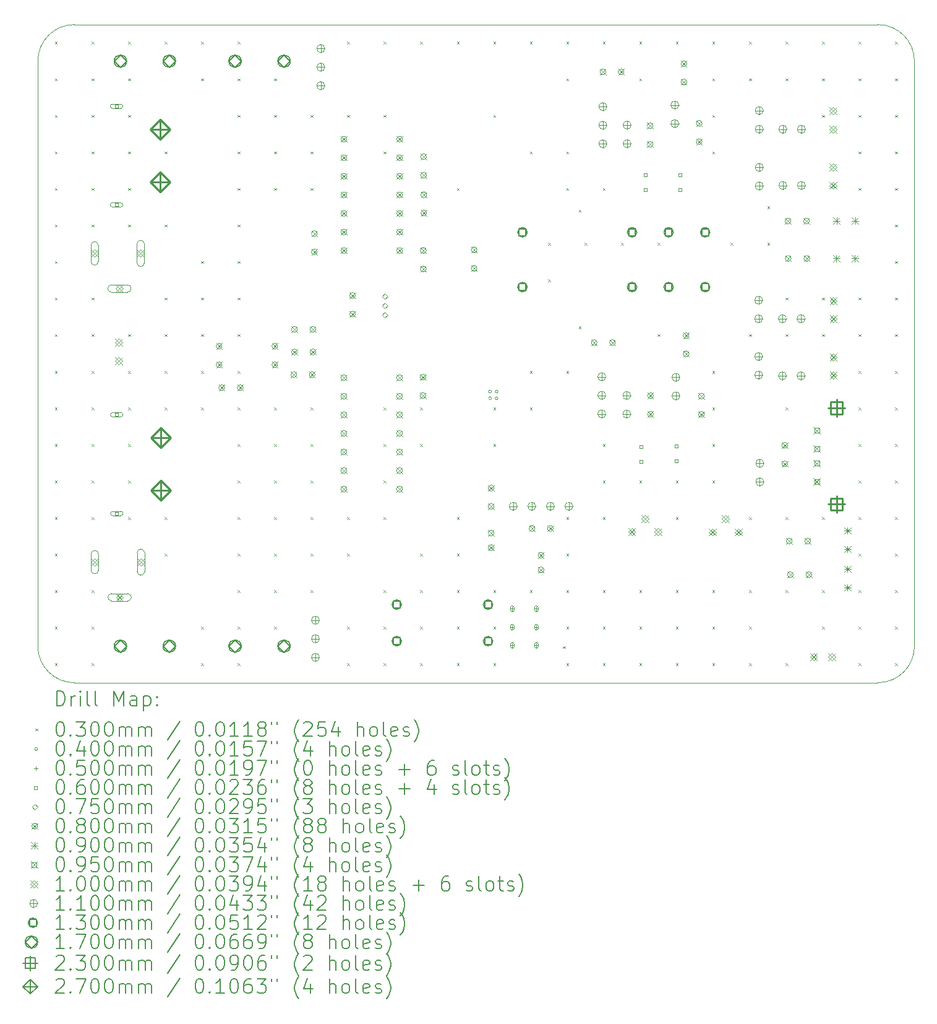
<source format=gbr>
%TF.GenerationSoftware,KiCad,Pcbnew,8.0.3*%
%TF.CreationDate,2024-07-10T23:22:49+09:00*%
%TF.ProjectId,power_6.6V,706f7765-725f-4362-9e36-562e6b696361,rev?*%
%TF.SameCoordinates,PX47868c0PY2faf080*%
%TF.FileFunction,Drillmap*%
%TF.FilePolarity,Positive*%
%FSLAX45Y45*%
G04 Gerber Fmt 4.5, Leading zero omitted, Abs format (unit mm)*
G04 Created by KiCad (PCBNEW 8.0.3) date 2024-07-10 23:22:49*
%MOMM*%
%LPD*%
G01*
G04 APERTURE LIST*
%ADD10C,0.050000*%
%ADD11C,0.200000*%
%ADD12C,0.100000*%
%ADD13C,0.110000*%
%ADD14C,0.130000*%
%ADD15C,0.170000*%
%ADD16C,0.230000*%
%ADD17C,0.270000*%
G04 APERTURE END LIST*
D10*
X12000000Y-8500000D02*
X12000000Y-500000D01*
X11500000Y0D02*
G75*
G02*
X12000000Y-500000I0J-500000D01*
G01*
X500000Y0D02*
X11500000Y0D01*
X0Y-8500000D02*
X0Y-500000D01*
X500000Y-9000000D02*
X11500000Y-9000000D01*
X0Y-500000D02*
G75*
G02*
X500000Y0I500000J0D01*
G01*
X12000000Y-8500000D02*
G75*
G02*
X11500000Y-9000000I-500000J0D01*
G01*
X500000Y-9000000D02*
G75*
G02*
X0Y-8500000I0J500000D01*
G01*
D11*
D12*
X235000Y-235000D02*
X265000Y-265000D01*
X265000Y-235000D02*
X235000Y-265000D01*
X235000Y-735000D02*
X265000Y-765000D01*
X265000Y-735000D02*
X235000Y-765000D01*
X235000Y-1235000D02*
X265000Y-1265000D01*
X265000Y-1235000D02*
X235000Y-1265000D01*
X235000Y-1735000D02*
X265000Y-1765000D01*
X265000Y-1735000D02*
X235000Y-1765000D01*
X235000Y-2235000D02*
X265000Y-2265000D01*
X265000Y-2235000D02*
X235000Y-2265000D01*
X235000Y-2735000D02*
X265000Y-2765000D01*
X265000Y-2735000D02*
X235000Y-2765000D01*
X235000Y-3235000D02*
X265000Y-3265000D01*
X265000Y-3235000D02*
X235000Y-3265000D01*
X235000Y-3735000D02*
X265000Y-3765000D01*
X265000Y-3735000D02*
X235000Y-3765000D01*
X235000Y-4235000D02*
X265000Y-4265000D01*
X265000Y-4235000D02*
X235000Y-4265000D01*
X235000Y-4735000D02*
X265000Y-4765000D01*
X265000Y-4735000D02*
X235000Y-4765000D01*
X235000Y-5235000D02*
X265000Y-5265000D01*
X265000Y-5235000D02*
X235000Y-5265000D01*
X235000Y-5735000D02*
X265000Y-5765000D01*
X265000Y-5735000D02*
X235000Y-5765000D01*
X235000Y-6235000D02*
X265000Y-6265000D01*
X265000Y-6235000D02*
X235000Y-6265000D01*
X235000Y-6735000D02*
X265000Y-6765000D01*
X265000Y-6735000D02*
X235000Y-6765000D01*
X235000Y-7235000D02*
X265000Y-7265000D01*
X265000Y-7235000D02*
X235000Y-7265000D01*
X235000Y-7735000D02*
X265000Y-7765000D01*
X265000Y-7735000D02*
X235000Y-7765000D01*
X235000Y-8235000D02*
X265000Y-8265000D01*
X265000Y-8235000D02*
X235000Y-8265000D01*
X235000Y-8735000D02*
X265000Y-8765000D01*
X265000Y-8735000D02*
X235000Y-8765000D01*
X735000Y-235000D02*
X765000Y-265000D01*
X765000Y-235000D02*
X735000Y-265000D01*
X735000Y-735000D02*
X765000Y-765000D01*
X765000Y-735000D02*
X735000Y-765000D01*
X735000Y-1235000D02*
X765000Y-1265000D01*
X765000Y-1235000D02*
X735000Y-1265000D01*
X735000Y-1735000D02*
X765000Y-1765000D01*
X765000Y-1735000D02*
X735000Y-1765000D01*
X735000Y-2235000D02*
X765000Y-2265000D01*
X765000Y-2235000D02*
X735000Y-2265000D01*
X735000Y-2735000D02*
X765000Y-2765000D01*
X765000Y-2735000D02*
X735000Y-2765000D01*
X735000Y-3735000D02*
X765000Y-3765000D01*
X765000Y-3735000D02*
X735000Y-3765000D01*
X735000Y-4235000D02*
X765000Y-4265000D01*
X765000Y-4235000D02*
X735000Y-4265000D01*
X735000Y-4735000D02*
X765000Y-4765000D01*
X765000Y-4735000D02*
X735000Y-4765000D01*
X735000Y-5235000D02*
X765000Y-5265000D01*
X765000Y-5235000D02*
X735000Y-5265000D01*
X735000Y-5735000D02*
X765000Y-5765000D01*
X765000Y-5735000D02*
X735000Y-5765000D01*
X735000Y-6235000D02*
X765000Y-6265000D01*
X765000Y-6235000D02*
X735000Y-6265000D01*
X735000Y-6735000D02*
X765000Y-6765000D01*
X765000Y-6735000D02*
X735000Y-6765000D01*
X735000Y-7735000D02*
X765000Y-7765000D01*
X765000Y-7735000D02*
X735000Y-7765000D01*
X735000Y-8235000D02*
X765000Y-8265000D01*
X765000Y-8235000D02*
X735000Y-8265000D01*
X735000Y-8735000D02*
X765000Y-8765000D01*
X765000Y-8735000D02*
X735000Y-8765000D01*
X1235000Y-235000D02*
X1265000Y-265000D01*
X1265000Y-235000D02*
X1235000Y-265000D01*
X1235000Y-735000D02*
X1265000Y-765000D01*
X1265000Y-735000D02*
X1235000Y-765000D01*
X1235000Y-1235000D02*
X1265000Y-1265000D01*
X1265000Y-1235000D02*
X1235000Y-1265000D01*
X1235000Y-1735000D02*
X1265000Y-1765000D01*
X1265000Y-1735000D02*
X1235000Y-1765000D01*
X1235000Y-2235000D02*
X1265000Y-2265000D01*
X1265000Y-2235000D02*
X1235000Y-2265000D01*
X1235000Y-2735000D02*
X1265000Y-2765000D01*
X1265000Y-2735000D02*
X1235000Y-2765000D01*
X1235000Y-4235000D02*
X1265000Y-4265000D01*
X1265000Y-4235000D02*
X1235000Y-4265000D01*
X1235000Y-4735000D02*
X1265000Y-4765000D01*
X1265000Y-4735000D02*
X1235000Y-4765000D01*
X1235000Y-5235000D02*
X1265000Y-5265000D01*
X1265000Y-5235000D02*
X1235000Y-5265000D01*
X1235000Y-5735000D02*
X1265000Y-5765000D01*
X1265000Y-5735000D02*
X1235000Y-5765000D01*
X1235000Y-6235000D02*
X1265000Y-6265000D01*
X1265000Y-6235000D02*
X1235000Y-6265000D01*
X1235000Y-6735000D02*
X1265000Y-6765000D01*
X1265000Y-6735000D02*
X1235000Y-6765000D01*
X1735000Y-235000D02*
X1765000Y-265000D01*
X1765000Y-235000D02*
X1735000Y-265000D01*
X1735000Y-1735000D02*
X1765000Y-1765000D01*
X1765000Y-1735000D02*
X1735000Y-1765000D01*
X1735000Y-2735000D02*
X1765000Y-2765000D01*
X1765000Y-2735000D02*
X1735000Y-2765000D01*
X1735000Y-3735000D02*
X1765000Y-3765000D01*
X1765000Y-3735000D02*
X1735000Y-3765000D01*
X1735000Y-4235000D02*
X1765000Y-4265000D01*
X1765000Y-4235000D02*
X1735000Y-4265000D01*
X1735000Y-4735000D02*
X1765000Y-4765000D01*
X1765000Y-4735000D02*
X1735000Y-4765000D01*
X1735000Y-5235000D02*
X1765000Y-5265000D01*
X1765000Y-5235000D02*
X1735000Y-5265000D01*
X1735000Y-6735000D02*
X1765000Y-6765000D01*
X1765000Y-6735000D02*
X1735000Y-6765000D01*
X1735000Y-7235000D02*
X1765000Y-7265000D01*
X1765000Y-7235000D02*
X1735000Y-7265000D01*
X2235000Y-235000D02*
X2265000Y-265000D01*
X2265000Y-235000D02*
X2235000Y-265000D01*
X2235000Y-735000D02*
X2265000Y-765000D01*
X2265000Y-735000D02*
X2235000Y-765000D01*
X2235000Y-3235000D02*
X2265000Y-3265000D01*
X2265000Y-3235000D02*
X2235000Y-3265000D01*
X2235000Y-3735000D02*
X2265000Y-3765000D01*
X2265000Y-3735000D02*
X2235000Y-3765000D01*
X2235000Y-4235000D02*
X2265000Y-4265000D01*
X2265000Y-4235000D02*
X2235000Y-4265000D01*
X2235000Y-4735000D02*
X2265000Y-4765000D01*
X2265000Y-4735000D02*
X2235000Y-4765000D01*
X2235000Y-5235000D02*
X2265000Y-5265000D01*
X2265000Y-5235000D02*
X2235000Y-5265000D01*
X2235000Y-8235000D02*
X2265000Y-8265000D01*
X2265000Y-8235000D02*
X2235000Y-8265000D01*
X2235000Y-8735000D02*
X2265000Y-8765000D01*
X2265000Y-8735000D02*
X2235000Y-8765000D01*
X2735000Y-235000D02*
X2765000Y-265000D01*
X2765000Y-235000D02*
X2735000Y-265000D01*
X2735000Y-735000D02*
X2765000Y-765000D01*
X2765000Y-735000D02*
X2735000Y-765000D01*
X2735000Y-1235000D02*
X2765000Y-1265000D01*
X2765000Y-1235000D02*
X2735000Y-1265000D01*
X2735000Y-1735000D02*
X2765000Y-1765000D01*
X2765000Y-1735000D02*
X2735000Y-1765000D01*
X2735000Y-2235000D02*
X2765000Y-2265000D01*
X2765000Y-2235000D02*
X2735000Y-2265000D01*
X2735000Y-2735000D02*
X2765000Y-2765000D01*
X2765000Y-2735000D02*
X2735000Y-2765000D01*
X2735000Y-3235000D02*
X2765000Y-3265000D01*
X2765000Y-3235000D02*
X2735000Y-3265000D01*
X2735000Y-3735000D02*
X2765000Y-3765000D01*
X2765000Y-3735000D02*
X2735000Y-3765000D01*
X2735000Y-4235000D02*
X2765000Y-4265000D01*
X2765000Y-4235000D02*
X2735000Y-4265000D01*
X2735000Y-4735000D02*
X2765000Y-4765000D01*
X2765000Y-4735000D02*
X2735000Y-4765000D01*
X2735000Y-5235000D02*
X2765000Y-5265000D01*
X2765000Y-5235000D02*
X2735000Y-5265000D01*
X2735000Y-5735000D02*
X2765000Y-5765000D01*
X2765000Y-5735000D02*
X2735000Y-5765000D01*
X2735000Y-6235000D02*
X2765000Y-6265000D01*
X2765000Y-6235000D02*
X2735000Y-6265000D01*
X2735000Y-6735000D02*
X2765000Y-6765000D01*
X2765000Y-6735000D02*
X2735000Y-6765000D01*
X2735000Y-7235000D02*
X2765000Y-7265000D01*
X2765000Y-7235000D02*
X2735000Y-7265000D01*
X2735000Y-7735000D02*
X2765000Y-7765000D01*
X2765000Y-7735000D02*
X2735000Y-7765000D01*
X2735000Y-8235000D02*
X2765000Y-8265000D01*
X2765000Y-8235000D02*
X2735000Y-8265000D01*
X2735000Y-8735000D02*
X2765000Y-8765000D01*
X2765000Y-8735000D02*
X2735000Y-8765000D01*
X3235000Y-735000D02*
X3265000Y-765000D01*
X3265000Y-735000D02*
X3235000Y-765000D01*
X3235000Y-1235000D02*
X3265000Y-1265000D01*
X3265000Y-1235000D02*
X3235000Y-1265000D01*
X3235000Y-1735000D02*
X3265000Y-1765000D01*
X3265000Y-1735000D02*
X3235000Y-1765000D01*
X3235000Y-2235000D02*
X3265000Y-2265000D01*
X3265000Y-2235000D02*
X3235000Y-2265000D01*
X3235000Y-5235000D02*
X3265000Y-5265000D01*
X3265000Y-5235000D02*
X3235000Y-5265000D01*
X3235000Y-5735000D02*
X3265000Y-5765000D01*
X3265000Y-5735000D02*
X3235000Y-5765000D01*
X3235000Y-6235000D02*
X3265000Y-6265000D01*
X3265000Y-6235000D02*
X3235000Y-6265000D01*
X3235000Y-6735000D02*
X3265000Y-6765000D01*
X3265000Y-6735000D02*
X3235000Y-6765000D01*
X3235000Y-7235000D02*
X3265000Y-7265000D01*
X3265000Y-7235000D02*
X3235000Y-7265000D01*
X3235000Y-7735000D02*
X3265000Y-7765000D01*
X3265000Y-7735000D02*
X3235000Y-7765000D01*
X3235000Y-8235000D02*
X3265000Y-8265000D01*
X3265000Y-8235000D02*
X3235000Y-8265000D01*
X3735000Y-1235000D02*
X3765000Y-1265000D01*
X3765000Y-1235000D02*
X3735000Y-1265000D01*
X3735000Y-1735000D02*
X3765000Y-1765000D01*
X3765000Y-1735000D02*
X3735000Y-1765000D01*
X3735000Y-2235000D02*
X3765000Y-2265000D01*
X3765000Y-2235000D02*
X3735000Y-2265000D01*
X3735000Y-5235000D02*
X3765000Y-5265000D01*
X3765000Y-5235000D02*
X3735000Y-5265000D01*
X3735000Y-5735000D02*
X3765000Y-5765000D01*
X3765000Y-5735000D02*
X3735000Y-5765000D01*
X3735000Y-6235000D02*
X3765000Y-6265000D01*
X3765000Y-6235000D02*
X3735000Y-6265000D01*
X3735000Y-6735000D02*
X3765000Y-6765000D01*
X3765000Y-6735000D02*
X3735000Y-6765000D01*
X3735000Y-7235000D02*
X3765000Y-7265000D01*
X3765000Y-7235000D02*
X3735000Y-7265000D01*
X3735000Y-7735000D02*
X3765000Y-7765000D01*
X3765000Y-7735000D02*
X3735000Y-7765000D01*
X4235000Y-235000D02*
X4265000Y-265000D01*
X4265000Y-235000D02*
X4235000Y-265000D01*
X4235000Y-1235000D02*
X4265000Y-1265000D01*
X4265000Y-1235000D02*
X4235000Y-1265000D01*
X4235000Y-6735000D02*
X4265000Y-6765000D01*
X4265000Y-6735000D02*
X4235000Y-6765000D01*
X4235000Y-7235000D02*
X4265000Y-7265000D01*
X4265000Y-7235000D02*
X4235000Y-7265000D01*
X4235000Y-8235000D02*
X4265000Y-8265000D01*
X4265000Y-8235000D02*
X4235000Y-8265000D01*
X4235000Y-8735000D02*
X4265000Y-8765000D01*
X4265000Y-8735000D02*
X4235000Y-8765000D01*
X4735000Y-235000D02*
X4765000Y-265000D01*
X4765000Y-235000D02*
X4735000Y-265000D01*
X4735000Y-1235000D02*
X4765000Y-1265000D01*
X4765000Y-1235000D02*
X4735000Y-1265000D01*
X4735000Y-1735000D02*
X4765000Y-1765000D01*
X4765000Y-1735000D02*
X4735000Y-1765000D01*
X4735000Y-5235000D02*
X4765000Y-5265000D01*
X4765000Y-5235000D02*
X4735000Y-5265000D01*
X4735000Y-5735000D02*
X4765000Y-5765000D01*
X4765000Y-5735000D02*
X4735000Y-5765000D01*
X4735000Y-6235000D02*
X4765000Y-6265000D01*
X4765000Y-6235000D02*
X4735000Y-6265000D01*
X4735000Y-6735000D02*
X4765000Y-6765000D01*
X4765000Y-6735000D02*
X4735000Y-6765000D01*
X4735000Y-7735000D02*
X4765000Y-7765000D01*
X4765000Y-7735000D02*
X4735000Y-7765000D01*
X4735000Y-8235000D02*
X4765000Y-8265000D01*
X4765000Y-8235000D02*
X4735000Y-8265000D01*
X4735000Y-8735000D02*
X4765000Y-8765000D01*
X4765000Y-8735000D02*
X4735000Y-8765000D01*
X5235000Y-235000D02*
X5265000Y-265000D01*
X5265000Y-235000D02*
X5235000Y-265000D01*
X5235000Y-5235000D02*
X5265000Y-5265000D01*
X5265000Y-5235000D02*
X5235000Y-5265000D01*
X5235000Y-5735000D02*
X5265000Y-5765000D01*
X5265000Y-5735000D02*
X5235000Y-5765000D01*
X5235000Y-7235000D02*
X5265000Y-7265000D01*
X5265000Y-7235000D02*
X5235000Y-7265000D01*
X5235000Y-7735000D02*
X5265000Y-7765000D01*
X5265000Y-7735000D02*
X5235000Y-7765000D01*
X5235000Y-8235000D02*
X5265000Y-8265000D01*
X5265000Y-8235000D02*
X5235000Y-8265000D01*
X5235000Y-8735000D02*
X5265000Y-8765000D01*
X5265000Y-8735000D02*
X5235000Y-8765000D01*
X5735000Y-235000D02*
X5765000Y-265000D01*
X5765000Y-235000D02*
X5735000Y-265000D01*
X5735000Y-2235000D02*
X5765000Y-2265000D01*
X5765000Y-2235000D02*
X5735000Y-2265000D01*
X5735000Y-6735000D02*
X5765000Y-6765000D01*
X5765000Y-6735000D02*
X5735000Y-6765000D01*
X5735000Y-7235000D02*
X5765000Y-7265000D01*
X5765000Y-7235000D02*
X5735000Y-7265000D01*
X5735000Y-7735000D02*
X5765000Y-7765000D01*
X5765000Y-7735000D02*
X5735000Y-7765000D01*
X5735000Y-8235000D02*
X5765000Y-8265000D01*
X5765000Y-8235000D02*
X5735000Y-8265000D01*
X5735000Y-8735000D02*
X5765000Y-8765000D01*
X5765000Y-8735000D02*
X5735000Y-8765000D01*
X6235000Y-235000D02*
X6265000Y-265000D01*
X6265000Y-235000D02*
X6235000Y-265000D01*
X6235000Y-1235000D02*
X6265000Y-1265000D01*
X6265000Y-1235000D02*
X6235000Y-1265000D01*
X6235000Y-5235000D02*
X6265000Y-5265000D01*
X6265000Y-5235000D02*
X6235000Y-5265000D01*
X6235000Y-5735000D02*
X6265000Y-5765000D01*
X6265000Y-5735000D02*
X6235000Y-5765000D01*
X6235000Y-7735000D02*
X6265000Y-7765000D01*
X6265000Y-7735000D02*
X6235000Y-7765000D01*
X6235000Y-8235000D02*
X6265000Y-8265000D01*
X6265000Y-8235000D02*
X6235000Y-8265000D01*
X6235000Y-8735000D02*
X6265000Y-8765000D01*
X6265000Y-8735000D02*
X6235000Y-8765000D01*
X6735000Y-235000D02*
X6765000Y-265000D01*
X6765000Y-235000D02*
X6735000Y-265000D01*
X6735000Y-1735000D02*
X6765000Y-1765000D01*
X6765000Y-1735000D02*
X6735000Y-1765000D01*
X6735000Y-4735000D02*
X6765000Y-4765000D01*
X6765000Y-4735000D02*
X6735000Y-4765000D01*
X6735000Y-5235000D02*
X6765000Y-5265000D01*
X6765000Y-5235000D02*
X6735000Y-5265000D01*
X6735000Y-7735000D02*
X6765000Y-7765000D01*
X6765000Y-7735000D02*
X6735000Y-7765000D01*
X6985000Y-2985000D02*
X7015000Y-3015000D01*
X7015000Y-2985000D02*
X6985000Y-3015000D01*
X6985000Y-3485000D02*
X7015000Y-3515000D01*
X7015000Y-3485000D02*
X6985000Y-3515000D01*
X7190533Y-8499467D02*
X7220533Y-8529467D01*
X7220533Y-8499467D02*
X7190533Y-8529467D01*
X7235000Y-235000D02*
X7265000Y-265000D01*
X7265000Y-235000D02*
X7235000Y-265000D01*
X7235000Y-735000D02*
X7265000Y-765000D01*
X7265000Y-735000D02*
X7235000Y-765000D01*
X7235000Y-1735000D02*
X7265000Y-1765000D01*
X7265000Y-1735000D02*
X7235000Y-1765000D01*
X7235000Y-2235000D02*
X7265000Y-2265000D01*
X7265000Y-2235000D02*
X7235000Y-2265000D01*
X7235000Y-4735000D02*
X7265000Y-4765000D01*
X7265000Y-4735000D02*
X7235000Y-4765000D01*
X7235000Y-6735000D02*
X7265000Y-6765000D01*
X7265000Y-6735000D02*
X7235000Y-6765000D01*
X7235000Y-7235000D02*
X7265000Y-7265000D01*
X7265000Y-7235000D02*
X7235000Y-7265000D01*
X7235000Y-7735000D02*
X7265000Y-7765000D01*
X7265000Y-7735000D02*
X7235000Y-7765000D01*
X7235000Y-8235000D02*
X7265000Y-8265000D01*
X7265000Y-8235000D02*
X7235000Y-8265000D01*
X7235000Y-8735000D02*
X7265000Y-8765000D01*
X7265000Y-8735000D02*
X7235000Y-8765000D01*
X7404000Y-4128000D02*
X7434000Y-4158000D01*
X7434000Y-4128000D02*
X7404000Y-4158000D01*
X7406000Y-2530000D02*
X7436000Y-2560000D01*
X7436000Y-2530000D02*
X7406000Y-2560000D01*
X7485000Y-2985000D02*
X7515000Y-3015000D01*
X7515000Y-2985000D02*
X7485000Y-3015000D01*
X7735000Y-235000D02*
X7765000Y-265000D01*
X7765000Y-235000D02*
X7735000Y-265000D01*
X7735000Y-2235000D02*
X7765000Y-2265000D01*
X7765000Y-2235000D02*
X7735000Y-2265000D01*
X7735000Y-5735000D02*
X7765000Y-5765000D01*
X7765000Y-5735000D02*
X7735000Y-5765000D01*
X7735000Y-6235000D02*
X7765000Y-6265000D01*
X7765000Y-6235000D02*
X7735000Y-6265000D01*
X7735000Y-6735000D02*
X7765000Y-6765000D01*
X7765000Y-6735000D02*
X7735000Y-6765000D01*
X7735000Y-7735000D02*
X7765000Y-7765000D01*
X7765000Y-7735000D02*
X7735000Y-7765000D01*
X7735000Y-8235000D02*
X7765000Y-8265000D01*
X7765000Y-8235000D02*
X7735000Y-8265000D01*
X7735000Y-8735000D02*
X7765000Y-8765000D01*
X7765000Y-8735000D02*
X7735000Y-8765000D01*
X7985000Y-2985000D02*
X8015000Y-3015000D01*
X8015000Y-2985000D02*
X7985000Y-3015000D01*
X8235000Y-235000D02*
X8265000Y-265000D01*
X8265000Y-235000D02*
X8235000Y-265000D01*
X8235000Y-735000D02*
X8265000Y-765000D01*
X8265000Y-735000D02*
X8235000Y-765000D01*
X8235000Y-6235000D02*
X8265000Y-6265000D01*
X8265000Y-6235000D02*
X8235000Y-6265000D01*
X8235000Y-7735000D02*
X8265000Y-7765000D01*
X8265000Y-7735000D02*
X8235000Y-7765000D01*
X8235000Y-8235000D02*
X8265000Y-8265000D01*
X8265000Y-8235000D02*
X8235000Y-8265000D01*
X8235000Y-8735000D02*
X8265000Y-8765000D01*
X8265000Y-8735000D02*
X8235000Y-8765000D01*
X8485000Y-2985000D02*
X8515000Y-3015000D01*
X8515000Y-2985000D02*
X8485000Y-3015000D01*
X8485000Y-4235000D02*
X8515000Y-4265000D01*
X8515000Y-4235000D02*
X8485000Y-4265000D01*
X8735000Y-235000D02*
X8765000Y-265000D01*
X8765000Y-235000D02*
X8735000Y-265000D01*
X8735000Y-6235000D02*
X8765000Y-6265000D01*
X8765000Y-6235000D02*
X8735000Y-6265000D01*
X8735000Y-6735000D02*
X8765000Y-6765000D01*
X8765000Y-6735000D02*
X8735000Y-6765000D01*
X8735000Y-7735000D02*
X8765000Y-7765000D01*
X8765000Y-7735000D02*
X8735000Y-7765000D01*
X8735000Y-8235000D02*
X8765000Y-8265000D01*
X8765000Y-8235000D02*
X8735000Y-8265000D01*
X8735000Y-8735000D02*
X8765000Y-8765000D01*
X8765000Y-8735000D02*
X8735000Y-8765000D01*
X9235000Y-235000D02*
X9265000Y-265000D01*
X9265000Y-235000D02*
X9235000Y-265000D01*
X9235000Y-735000D02*
X9265000Y-765000D01*
X9265000Y-735000D02*
X9235000Y-765000D01*
X9235000Y-1235000D02*
X9265000Y-1265000D01*
X9265000Y-1235000D02*
X9235000Y-1265000D01*
X9235000Y-1735000D02*
X9265000Y-1765000D01*
X9265000Y-1735000D02*
X9235000Y-1765000D01*
X9235000Y-4735000D02*
X9265000Y-4765000D01*
X9265000Y-4735000D02*
X9235000Y-4765000D01*
X9235000Y-5235000D02*
X9265000Y-5265000D01*
X9265000Y-5235000D02*
X9235000Y-5265000D01*
X9235000Y-5735000D02*
X9265000Y-5765000D01*
X9265000Y-5735000D02*
X9235000Y-5765000D01*
X9235000Y-6235000D02*
X9265000Y-6265000D01*
X9265000Y-6235000D02*
X9235000Y-6265000D01*
X9235000Y-7735000D02*
X9265000Y-7765000D01*
X9265000Y-7735000D02*
X9235000Y-7765000D01*
X9235000Y-8235000D02*
X9265000Y-8265000D01*
X9265000Y-8235000D02*
X9235000Y-8265000D01*
X9235000Y-8735000D02*
X9265000Y-8765000D01*
X9265000Y-8735000D02*
X9235000Y-8765000D01*
X9485000Y-2985000D02*
X9515000Y-3015000D01*
X9515000Y-2985000D02*
X9485000Y-3015000D01*
X9735000Y-235000D02*
X9765000Y-265000D01*
X9765000Y-235000D02*
X9735000Y-265000D01*
X9735000Y-735000D02*
X9765000Y-765000D01*
X9765000Y-735000D02*
X9735000Y-765000D01*
X9735000Y-4235000D02*
X9765000Y-4265000D01*
X9765000Y-4235000D02*
X9735000Y-4265000D01*
X9735000Y-6735000D02*
X9765000Y-6765000D01*
X9765000Y-6735000D02*
X9735000Y-6765000D01*
X9735000Y-7735000D02*
X9765000Y-7765000D01*
X9765000Y-7735000D02*
X9735000Y-7765000D01*
X9735000Y-8235000D02*
X9765000Y-8265000D01*
X9765000Y-8235000D02*
X9735000Y-8265000D01*
X9735000Y-8735000D02*
X9765000Y-8765000D01*
X9765000Y-8735000D02*
X9735000Y-8765000D01*
X9985000Y-2485000D02*
X10015000Y-2515000D01*
X10015000Y-2485000D02*
X9985000Y-2515000D01*
X9985000Y-2985000D02*
X10015000Y-3015000D01*
X10015000Y-2985000D02*
X9985000Y-3015000D01*
X10235000Y-235000D02*
X10265000Y-265000D01*
X10265000Y-235000D02*
X10235000Y-265000D01*
X10235000Y-735000D02*
X10265000Y-765000D01*
X10265000Y-735000D02*
X10235000Y-765000D01*
X10235000Y-3735000D02*
X10265000Y-3765000D01*
X10265000Y-3735000D02*
X10235000Y-3765000D01*
X10235000Y-4235000D02*
X10265000Y-4265000D01*
X10265000Y-4235000D02*
X10235000Y-4265000D01*
X10235000Y-5235000D02*
X10265000Y-5265000D01*
X10265000Y-5235000D02*
X10235000Y-5265000D01*
X10235000Y-6735000D02*
X10265000Y-6765000D01*
X10265000Y-6735000D02*
X10235000Y-6765000D01*
X10235000Y-7735000D02*
X10265000Y-7765000D01*
X10265000Y-7735000D02*
X10235000Y-7765000D01*
X10235000Y-8735000D02*
X10265000Y-8765000D01*
X10265000Y-8735000D02*
X10235000Y-8765000D01*
X10735000Y-235000D02*
X10765000Y-265000D01*
X10765000Y-235000D02*
X10735000Y-265000D01*
X10735000Y-735000D02*
X10765000Y-765000D01*
X10765000Y-735000D02*
X10735000Y-765000D01*
X10735000Y-1235000D02*
X10765000Y-1265000D01*
X10765000Y-1235000D02*
X10735000Y-1265000D01*
X10735000Y-3735000D02*
X10765000Y-3765000D01*
X10765000Y-3735000D02*
X10735000Y-3765000D01*
X10735000Y-4235000D02*
X10765000Y-4265000D01*
X10765000Y-4235000D02*
X10735000Y-4265000D01*
X10735000Y-6735000D02*
X10765000Y-6765000D01*
X10765000Y-6735000D02*
X10735000Y-6765000D01*
X10735000Y-7735000D02*
X10765000Y-7765000D01*
X10765000Y-7735000D02*
X10735000Y-7765000D01*
X10735000Y-8235000D02*
X10765000Y-8265000D01*
X10765000Y-8235000D02*
X10735000Y-8265000D01*
X11235000Y-235000D02*
X11265000Y-265000D01*
X11265000Y-235000D02*
X11235000Y-265000D01*
X11235000Y-735000D02*
X11265000Y-765000D01*
X11265000Y-735000D02*
X11235000Y-765000D01*
X11235000Y-1235000D02*
X11265000Y-1265000D01*
X11265000Y-1235000D02*
X11235000Y-1265000D01*
X11235000Y-1735000D02*
X11265000Y-1765000D01*
X11265000Y-1735000D02*
X11235000Y-1765000D01*
X11235000Y-2235000D02*
X11265000Y-2265000D01*
X11265000Y-2235000D02*
X11235000Y-2265000D01*
X11235000Y-3735000D02*
X11265000Y-3765000D01*
X11265000Y-3735000D02*
X11235000Y-3765000D01*
X11235000Y-4235000D02*
X11265000Y-4265000D01*
X11265000Y-4235000D02*
X11235000Y-4265000D01*
X11235000Y-4735000D02*
X11265000Y-4765000D01*
X11265000Y-4735000D02*
X11235000Y-4765000D01*
X11235000Y-5235000D02*
X11265000Y-5265000D01*
X11265000Y-5235000D02*
X11235000Y-5265000D01*
X11235000Y-5735000D02*
X11265000Y-5765000D01*
X11265000Y-5735000D02*
X11235000Y-5765000D01*
X11235000Y-6235000D02*
X11265000Y-6265000D01*
X11265000Y-6235000D02*
X11235000Y-6265000D01*
X11235000Y-6735000D02*
X11265000Y-6765000D01*
X11265000Y-6735000D02*
X11235000Y-6765000D01*
X11235000Y-7235000D02*
X11265000Y-7265000D01*
X11265000Y-7235000D02*
X11235000Y-7265000D01*
X11235000Y-7735000D02*
X11265000Y-7765000D01*
X11265000Y-7735000D02*
X11235000Y-7765000D01*
X11235000Y-8235000D02*
X11265000Y-8265000D01*
X11265000Y-8235000D02*
X11235000Y-8265000D01*
X11235000Y-8735000D02*
X11265000Y-8765000D01*
X11265000Y-8735000D02*
X11235000Y-8765000D01*
X11735000Y-235000D02*
X11765000Y-265000D01*
X11765000Y-235000D02*
X11735000Y-265000D01*
X11735000Y-735000D02*
X11765000Y-765000D01*
X11765000Y-735000D02*
X11735000Y-765000D01*
X11735000Y-1235000D02*
X11765000Y-1265000D01*
X11765000Y-1235000D02*
X11735000Y-1265000D01*
X11735000Y-1735000D02*
X11765000Y-1765000D01*
X11765000Y-1735000D02*
X11735000Y-1765000D01*
X11735000Y-2235000D02*
X11765000Y-2265000D01*
X11765000Y-2235000D02*
X11735000Y-2265000D01*
X11735000Y-2735000D02*
X11765000Y-2765000D01*
X11765000Y-2735000D02*
X11735000Y-2765000D01*
X11735000Y-3235000D02*
X11765000Y-3265000D01*
X11765000Y-3235000D02*
X11735000Y-3265000D01*
X11735000Y-3735000D02*
X11765000Y-3765000D01*
X11765000Y-3735000D02*
X11735000Y-3765000D01*
X11735000Y-4235000D02*
X11765000Y-4265000D01*
X11765000Y-4235000D02*
X11735000Y-4265000D01*
X11735000Y-4735000D02*
X11765000Y-4765000D01*
X11765000Y-4735000D02*
X11735000Y-4765000D01*
X11735000Y-5235000D02*
X11765000Y-5265000D01*
X11765000Y-5235000D02*
X11735000Y-5265000D01*
X11735000Y-5735000D02*
X11765000Y-5765000D01*
X11765000Y-5735000D02*
X11735000Y-5765000D01*
X11735000Y-6235000D02*
X11765000Y-6265000D01*
X11765000Y-6235000D02*
X11735000Y-6265000D01*
X11735000Y-6735000D02*
X11765000Y-6765000D01*
X11765000Y-6735000D02*
X11735000Y-6765000D01*
X11735000Y-7235000D02*
X11765000Y-7265000D01*
X11765000Y-7235000D02*
X11735000Y-7265000D01*
X11735000Y-7735000D02*
X11765000Y-7765000D01*
X11765000Y-7735000D02*
X11735000Y-7765000D01*
X11735000Y-8235000D02*
X11765000Y-8265000D01*
X11765000Y-8235000D02*
X11735000Y-8265000D01*
X11735000Y-8735000D02*
X11765000Y-8765000D01*
X11765000Y-8735000D02*
X11735000Y-8765000D01*
X6210000Y-5020000D02*
G75*
G02*
X6170000Y-5020000I-20000J0D01*
G01*
X6170000Y-5020000D02*
G75*
G02*
X6210000Y-5020000I20000J0D01*
G01*
X6210000Y-5110000D02*
G75*
G02*
X6170000Y-5110000I-20000J0D01*
G01*
X6170000Y-5110000D02*
G75*
G02*
X6210000Y-5110000I20000J0D01*
G01*
X6300000Y-5020000D02*
G75*
G02*
X6260000Y-5020000I-20000J0D01*
G01*
X6260000Y-5020000D02*
G75*
G02*
X6300000Y-5020000I20000J0D01*
G01*
X6300000Y-5110000D02*
G75*
G02*
X6260000Y-5110000I-20000J0D01*
G01*
X6260000Y-5110000D02*
G75*
G02*
X6300000Y-5110000I20000J0D01*
G01*
X6495000Y-7965000D02*
X6495000Y-8015000D01*
X6470000Y-7990000D02*
X6520000Y-7990000D01*
X6470000Y-7975000D02*
X6470000Y-8005000D01*
X6520000Y-8005000D02*
G75*
G02*
X6470000Y-8005000I-25000J0D01*
G01*
X6520000Y-8005000D02*
X6520000Y-7975000D01*
X6520000Y-7975000D02*
G75*
G03*
X6470000Y-7975000I-25000J0D01*
G01*
X6495000Y-8215000D02*
X6495000Y-8265000D01*
X6470000Y-8240000D02*
X6520000Y-8240000D01*
X6470000Y-8225000D02*
X6470000Y-8255000D01*
X6520000Y-8255000D02*
G75*
G02*
X6470000Y-8255000I-25000J0D01*
G01*
X6520000Y-8255000D02*
X6520000Y-8225000D01*
X6520000Y-8225000D02*
G75*
G03*
X6470000Y-8225000I-25000J0D01*
G01*
X6495000Y-8465000D02*
X6495000Y-8515000D01*
X6470000Y-8490000D02*
X6520000Y-8490000D01*
X6470000Y-8475000D02*
X6470000Y-8505000D01*
X6520000Y-8505000D02*
G75*
G02*
X6470000Y-8505000I-25000J0D01*
G01*
X6520000Y-8505000D02*
X6520000Y-8475000D01*
X6520000Y-8475000D02*
G75*
G03*
X6470000Y-8475000I-25000J0D01*
G01*
X6825000Y-7965000D02*
X6825000Y-8015000D01*
X6800000Y-7990000D02*
X6850000Y-7990000D01*
X6800000Y-7975000D02*
X6800000Y-8005000D01*
X6850000Y-8005000D02*
G75*
G02*
X6800000Y-8005000I-25000J0D01*
G01*
X6850000Y-8005000D02*
X6850000Y-7975000D01*
X6850000Y-7975000D02*
G75*
G03*
X6800000Y-7975000I-25000J0D01*
G01*
X6825000Y-8215000D02*
X6825000Y-8265000D01*
X6800000Y-8240000D02*
X6850000Y-8240000D01*
X6800000Y-8225000D02*
X6800000Y-8255000D01*
X6850000Y-8255000D02*
G75*
G02*
X6800000Y-8255000I-25000J0D01*
G01*
X6850000Y-8255000D02*
X6850000Y-8225000D01*
X6850000Y-8225000D02*
G75*
G03*
X6800000Y-8225000I-25000J0D01*
G01*
X6825000Y-8465000D02*
X6825000Y-8515000D01*
X6800000Y-8490000D02*
X6850000Y-8490000D01*
X6800000Y-8475000D02*
X6800000Y-8505000D01*
X6850000Y-8505000D02*
G75*
G02*
X6800000Y-8505000I-25000J0D01*
G01*
X6850000Y-8505000D02*
X6850000Y-8475000D01*
X6850000Y-8475000D02*
G75*
G03*
X6800000Y-8475000I-25000J0D01*
G01*
X1098873Y-1136913D02*
X1098873Y-1094487D01*
X1056447Y-1094487D01*
X1056447Y-1136913D01*
X1098873Y-1136913D01*
X1022660Y-1145700D02*
X1132660Y-1145700D01*
X1132660Y-1085700D02*
G75*
G02*
X1132660Y-1145700I0J-30000D01*
G01*
X1132660Y-1085700D02*
X1022660Y-1085700D01*
X1022660Y-1085700D02*
G75*
G03*
X1022660Y-1145700I0J-30000D01*
G01*
X1098873Y-2486913D02*
X1098873Y-2444487D01*
X1056447Y-2444487D01*
X1056447Y-2486913D01*
X1098873Y-2486913D01*
X1022660Y-2495700D02*
X1132660Y-2495700D01*
X1132660Y-2435700D02*
G75*
G02*
X1132660Y-2495700I0J-30000D01*
G01*
X1132660Y-2435700D02*
X1022660Y-2435700D01*
X1022660Y-2435700D02*
G75*
G03*
X1022660Y-2495700I0J-30000D01*
G01*
X1101413Y-5356893D02*
X1101413Y-5314467D01*
X1058987Y-5314467D01*
X1058987Y-5356893D01*
X1101413Y-5356893D01*
X1025200Y-5365680D02*
X1135200Y-5365680D01*
X1135200Y-5305680D02*
G75*
G02*
X1135200Y-5365680I0J-30000D01*
G01*
X1135200Y-5305680D02*
X1025200Y-5305680D01*
X1025200Y-5305680D02*
G75*
G03*
X1025200Y-5365680I0J-30000D01*
G01*
X1101413Y-6706893D02*
X1101413Y-6664467D01*
X1058987Y-6664467D01*
X1058987Y-6706893D01*
X1101413Y-6706893D01*
X1025200Y-6715680D02*
X1135200Y-6715680D01*
X1135200Y-6655680D02*
G75*
G02*
X1135200Y-6715680I0J-30000D01*
G01*
X1135200Y-6655680D02*
X1025200Y-6655680D01*
X1025200Y-6655680D02*
G75*
G03*
X1025200Y-6715680I0J-30000D01*
G01*
X8276213Y-5793893D02*
X8276213Y-5751467D01*
X8233787Y-5751467D01*
X8233787Y-5793893D01*
X8276213Y-5793893D01*
X8276213Y-5993893D02*
X8276213Y-5951467D01*
X8233787Y-5951467D01*
X8233787Y-5993893D01*
X8276213Y-5993893D01*
X8337173Y-2076733D02*
X8337173Y-2034307D01*
X8294747Y-2034307D01*
X8294747Y-2076733D01*
X8337173Y-2076733D01*
X8337173Y-2276733D02*
X8337173Y-2234307D01*
X8294747Y-2234307D01*
X8294747Y-2276733D01*
X8337173Y-2276733D01*
X8758813Y-5788813D02*
X8758813Y-5746387D01*
X8716387Y-5746387D01*
X8716387Y-5788813D01*
X8758813Y-5788813D01*
X8758813Y-5988813D02*
X8758813Y-5946387D01*
X8716387Y-5946387D01*
X8716387Y-5988813D01*
X8758813Y-5988813D01*
X8809613Y-2079273D02*
X8809613Y-2036847D01*
X8767187Y-2036847D01*
X8767187Y-2079273D01*
X8809613Y-2079273D01*
X8809613Y-2279273D02*
X8809613Y-2236847D01*
X8767187Y-2236847D01*
X8767187Y-2279273D01*
X8809613Y-2279273D01*
X4750340Y-3755520D02*
X4787840Y-3718020D01*
X4750340Y-3680520D01*
X4712840Y-3718020D01*
X4750340Y-3755520D01*
X4750340Y-3882520D02*
X4787840Y-3845020D01*
X4750340Y-3807520D01*
X4712840Y-3845020D01*
X4750340Y-3882520D01*
X4750340Y-4009520D02*
X4787840Y-3972020D01*
X4750340Y-3934520D01*
X4712840Y-3972020D01*
X4750340Y-4009520D01*
X2442480Y-4358300D02*
X2522480Y-4438300D01*
X2522480Y-4358300D02*
X2442480Y-4438300D01*
X2522480Y-4398300D02*
G75*
G02*
X2442480Y-4398300I-40000J0D01*
G01*
X2442480Y-4398300D02*
G75*
G02*
X2522480Y-4398300I40000J0D01*
G01*
X2442480Y-4612300D02*
X2522480Y-4692300D01*
X2522480Y-4612300D02*
X2442480Y-4692300D01*
X2522480Y-4652300D02*
G75*
G02*
X2442480Y-4652300I-40000J0D01*
G01*
X2442480Y-4652300D02*
G75*
G02*
X2522480Y-4652300I40000J0D01*
G01*
X2477480Y-4925800D02*
X2557480Y-5005800D01*
X2557480Y-4925800D02*
X2477480Y-5005800D01*
X2557480Y-4965800D02*
G75*
G02*
X2477480Y-4965800I-40000J0D01*
G01*
X2477480Y-4965800D02*
G75*
G02*
X2557480Y-4965800I40000J0D01*
G01*
X2731480Y-4925800D02*
X2811480Y-5005800D01*
X2811480Y-4925800D02*
X2731480Y-5005800D01*
X2811480Y-4965800D02*
G75*
G02*
X2731480Y-4965800I-40000J0D01*
G01*
X2731480Y-4965800D02*
G75*
G02*
X2811480Y-4965800I40000J0D01*
G01*
X3204480Y-4358300D02*
X3284480Y-4438300D01*
X3284480Y-4358300D02*
X3204480Y-4438300D01*
X3284480Y-4398300D02*
G75*
G02*
X3204480Y-4398300I-40000J0D01*
G01*
X3204480Y-4398300D02*
G75*
G02*
X3284480Y-4398300I40000J0D01*
G01*
X3204480Y-4612300D02*
X3284480Y-4692300D01*
X3284480Y-4612300D02*
X3204480Y-4692300D01*
X3284480Y-4652300D02*
G75*
G02*
X3204480Y-4652300I-40000J0D01*
G01*
X3204480Y-4652300D02*
G75*
G02*
X3284480Y-4652300I40000J0D01*
G01*
X3464480Y-4747360D02*
X3544480Y-4827360D01*
X3544480Y-4747360D02*
X3464480Y-4827360D01*
X3544480Y-4787360D02*
G75*
G02*
X3464480Y-4787360I-40000J0D01*
G01*
X3464480Y-4787360D02*
G75*
G02*
X3544480Y-4787360I40000J0D01*
G01*
X3471740Y-4127600D02*
X3551740Y-4207600D01*
X3551740Y-4127600D02*
X3471740Y-4207600D01*
X3551740Y-4167600D02*
G75*
G02*
X3471740Y-4167600I-40000J0D01*
G01*
X3471740Y-4167600D02*
G75*
G02*
X3551740Y-4167600I40000J0D01*
G01*
X3472100Y-4437360D02*
X3552100Y-4517360D01*
X3552100Y-4437360D02*
X3472100Y-4517360D01*
X3552100Y-4477360D02*
G75*
G02*
X3472100Y-4477360I-40000J0D01*
G01*
X3472100Y-4477360D02*
G75*
G02*
X3552100Y-4477360I40000J0D01*
G01*
X3714480Y-4747360D02*
X3794480Y-4827360D01*
X3794480Y-4747360D02*
X3714480Y-4827360D01*
X3794480Y-4787360D02*
G75*
G02*
X3714480Y-4787360I-40000J0D01*
G01*
X3714480Y-4787360D02*
G75*
G02*
X3794480Y-4787360I40000J0D01*
G01*
X3725740Y-4127600D02*
X3805740Y-4207600D01*
X3805740Y-4127600D02*
X3725740Y-4207600D01*
X3805740Y-4167600D02*
G75*
G02*
X3725740Y-4167600I-40000J0D01*
G01*
X3725740Y-4167600D02*
G75*
G02*
X3805740Y-4167600I40000J0D01*
G01*
X3726100Y-4437360D02*
X3806100Y-4517360D01*
X3806100Y-4437360D02*
X3726100Y-4517360D01*
X3806100Y-4477360D02*
G75*
G02*
X3726100Y-4477360I-40000J0D01*
G01*
X3726100Y-4477360D02*
G75*
G02*
X3806100Y-4477360I40000J0D01*
G01*
X3745140Y-2818420D02*
X3825140Y-2898420D01*
X3825140Y-2818420D02*
X3745140Y-2898420D01*
X3825140Y-2858420D02*
G75*
G02*
X3745140Y-2858420I-40000J0D01*
G01*
X3745140Y-2858420D02*
G75*
G02*
X3825140Y-2858420I40000J0D01*
G01*
X3745140Y-3068420D02*
X3825140Y-3148420D01*
X3825140Y-3068420D02*
X3745140Y-3148420D01*
X3825140Y-3108420D02*
G75*
G02*
X3745140Y-3108420I-40000J0D01*
G01*
X3745140Y-3108420D02*
G75*
G02*
X3825140Y-3108420I40000J0D01*
G01*
X4149000Y-4788000D02*
X4229000Y-4868000D01*
X4229000Y-4788000D02*
X4149000Y-4868000D01*
X4229000Y-4828000D02*
G75*
G02*
X4149000Y-4828000I-40000J0D01*
G01*
X4149000Y-4828000D02*
G75*
G02*
X4229000Y-4828000I40000J0D01*
G01*
X4149000Y-5042000D02*
X4229000Y-5122000D01*
X4229000Y-5042000D02*
X4149000Y-5122000D01*
X4229000Y-5082000D02*
G75*
G02*
X4149000Y-5082000I-40000J0D01*
G01*
X4149000Y-5082000D02*
G75*
G02*
X4229000Y-5082000I40000J0D01*
G01*
X4149000Y-5296000D02*
X4229000Y-5376000D01*
X4229000Y-5296000D02*
X4149000Y-5376000D01*
X4229000Y-5336000D02*
G75*
G02*
X4149000Y-5336000I-40000J0D01*
G01*
X4149000Y-5336000D02*
G75*
G02*
X4229000Y-5336000I40000J0D01*
G01*
X4149000Y-5550000D02*
X4229000Y-5630000D01*
X4229000Y-5550000D02*
X4149000Y-5630000D01*
X4229000Y-5590000D02*
G75*
G02*
X4149000Y-5590000I-40000J0D01*
G01*
X4149000Y-5590000D02*
G75*
G02*
X4229000Y-5590000I40000J0D01*
G01*
X4149000Y-5804000D02*
X4229000Y-5884000D01*
X4229000Y-5804000D02*
X4149000Y-5884000D01*
X4229000Y-5844000D02*
G75*
G02*
X4149000Y-5844000I-40000J0D01*
G01*
X4149000Y-5844000D02*
G75*
G02*
X4229000Y-5844000I40000J0D01*
G01*
X4149000Y-6058000D02*
X4229000Y-6138000D01*
X4229000Y-6058000D02*
X4149000Y-6138000D01*
X4229000Y-6098000D02*
G75*
G02*
X4149000Y-6098000I-40000J0D01*
G01*
X4149000Y-6098000D02*
G75*
G02*
X4229000Y-6098000I40000J0D01*
G01*
X4149000Y-6312000D02*
X4229000Y-6392000D01*
X4229000Y-6312000D02*
X4149000Y-6392000D01*
X4229000Y-6352000D02*
G75*
G02*
X4149000Y-6352000I-40000J0D01*
G01*
X4149000Y-6352000D02*
G75*
G02*
X4229000Y-6352000I40000J0D01*
G01*
X4150000Y-1526140D02*
X4230000Y-1606140D01*
X4230000Y-1526140D02*
X4150000Y-1606140D01*
X4230000Y-1566140D02*
G75*
G02*
X4150000Y-1566140I-40000J0D01*
G01*
X4150000Y-1566140D02*
G75*
G02*
X4230000Y-1566140I40000J0D01*
G01*
X4150000Y-1780140D02*
X4230000Y-1860140D01*
X4230000Y-1780140D02*
X4150000Y-1860140D01*
X4230000Y-1820140D02*
G75*
G02*
X4150000Y-1820140I-40000J0D01*
G01*
X4150000Y-1820140D02*
G75*
G02*
X4230000Y-1820140I40000J0D01*
G01*
X4150000Y-2034140D02*
X4230000Y-2114140D01*
X4230000Y-2034140D02*
X4150000Y-2114140D01*
X4230000Y-2074140D02*
G75*
G02*
X4150000Y-2074140I-40000J0D01*
G01*
X4150000Y-2074140D02*
G75*
G02*
X4230000Y-2074140I40000J0D01*
G01*
X4150000Y-2288140D02*
X4230000Y-2368140D01*
X4230000Y-2288140D02*
X4150000Y-2368140D01*
X4230000Y-2328140D02*
G75*
G02*
X4150000Y-2328140I-40000J0D01*
G01*
X4150000Y-2328140D02*
G75*
G02*
X4230000Y-2328140I40000J0D01*
G01*
X4150000Y-2542140D02*
X4230000Y-2622140D01*
X4230000Y-2542140D02*
X4150000Y-2622140D01*
X4230000Y-2582140D02*
G75*
G02*
X4150000Y-2582140I-40000J0D01*
G01*
X4150000Y-2582140D02*
G75*
G02*
X4230000Y-2582140I40000J0D01*
G01*
X4150000Y-2796140D02*
X4230000Y-2876140D01*
X4230000Y-2796140D02*
X4150000Y-2876140D01*
X4230000Y-2836140D02*
G75*
G02*
X4150000Y-2836140I-40000J0D01*
G01*
X4150000Y-2836140D02*
G75*
G02*
X4230000Y-2836140I40000J0D01*
G01*
X4150000Y-3050140D02*
X4230000Y-3130140D01*
X4230000Y-3050140D02*
X4150000Y-3130140D01*
X4230000Y-3090140D02*
G75*
G02*
X4150000Y-3090140I-40000J0D01*
G01*
X4150000Y-3090140D02*
G75*
G02*
X4230000Y-3090140I40000J0D01*
G01*
X4268380Y-3665680D02*
X4348380Y-3745680D01*
X4348380Y-3665680D02*
X4268380Y-3745680D01*
X4348380Y-3705680D02*
G75*
G02*
X4268380Y-3705680I-40000J0D01*
G01*
X4268380Y-3705680D02*
G75*
G02*
X4348380Y-3705680I40000J0D01*
G01*
X4268380Y-3919680D02*
X4348380Y-3999680D01*
X4348380Y-3919680D02*
X4268380Y-3999680D01*
X4348380Y-3959680D02*
G75*
G02*
X4268380Y-3959680I-40000J0D01*
G01*
X4268380Y-3959680D02*
G75*
G02*
X4348380Y-3959680I40000J0D01*
G01*
X4911000Y-4788000D02*
X4991000Y-4868000D01*
X4991000Y-4788000D02*
X4911000Y-4868000D01*
X4991000Y-4828000D02*
G75*
G02*
X4911000Y-4828000I-40000J0D01*
G01*
X4911000Y-4828000D02*
G75*
G02*
X4991000Y-4828000I40000J0D01*
G01*
X4911000Y-5042000D02*
X4991000Y-5122000D01*
X4991000Y-5042000D02*
X4911000Y-5122000D01*
X4991000Y-5082000D02*
G75*
G02*
X4911000Y-5082000I-40000J0D01*
G01*
X4911000Y-5082000D02*
G75*
G02*
X4991000Y-5082000I40000J0D01*
G01*
X4911000Y-5296000D02*
X4991000Y-5376000D01*
X4991000Y-5296000D02*
X4911000Y-5376000D01*
X4991000Y-5336000D02*
G75*
G02*
X4911000Y-5336000I-40000J0D01*
G01*
X4911000Y-5336000D02*
G75*
G02*
X4991000Y-5336000I40000J0D01*
G01*
X4911000Y-5550000D02*
X4991000Y-5630000D01*
X4991000Y-5550000D02*
X4911000Y-5630000D01*
X4991000Y-5590000D02*
G75*
G02*
X4911000Y-5590000I-40000J0D01*
G01*
X4911000Y-5590000D02*
G75*
G02*
X4991000Y-5590000I40000J0D01*
G01*
X4911000Y-5804000D02*
X4991000Y-5884000D01*
X4991000Y-5804000D02*
X4911000Y-5884000D01*
X4991000Y-5844000D02*
G75*
G02*
X4911000Y-5844000I-40000J0D01*
G01*
X4911000Y-5844000D02*
G75*
G02*
X4991000Y-5844000I40000J0D01*
G01*
X4911000Y-6058000D02*
X4991000Y-6138000D01*
X4991000Y-6058000D02*
X4911000Y-6138000D01*
X4991000Y-6098000D02*
G75*
G02*
X4911000Y-6098000I-40000J0D01*
G01*
X4911000Y-6098000D02*
G75*
G02*
X4991000Y-6098000I40000J0D01*
G01*
X4911000Y-6312000D02*
X4991000Y-6392000D01*
X4991000Y-6312000D02*
X4911000Y-6392000D01*
X4991000Y-6352000D02*
G75*
G02*
X4911000Y-6352000I-40000J0D01*
G01*
X4911000Y-6352000D02*
G75*
G02*
X4991000Y-6352000I40000J0D01*
G01*
X4912000Y-1526140D02*
X4992000Y-1606140D01*
X4992000Y-1526140D02*
X4912000Y-1606140D01*
X4992000Y-1566140D02*
G75*
G02*
X4912000Y-1566140I-40000J0D01*
G01*
X4912000Y-1566140D02*
G75*
G02*
X4992000Y-1566140I40000J0D01*
G01*
X4912000Y-1780140D02*
X4992000Y-1860140D01*
X4992000Y-1780140D02*
X4912000Y-1860140D01*
X4992000Y-1820140D02*
G75*
G02*
X4912000Y-1820140I-40000J0D01*
G01*
X4912000Y-1820140D02*
G75*
G02*
X4992000Y-1820140I40000J0D01*
G01*
X4912000Y-2034140D02*
X4992000Y-2114140D01*
X4992000Y-2034140D02*
X4912000Y-2114140D01*
X4992000Y-2074140D02*
G75*
G02*
X4912000Y-2074140I-40000J0D01*
G01*
X4912000Y-2074140D02*
G75*
G02*
X4992000Y-2074140I40000J0D01*
G01*
X4912000Y-2288140D02*
X4992000Y-2368140D01*
X4992000Y-2288140D02*
X4912000Y-2368140D01*
X4992000Y-2328140D02*
G75*
G02*
X4912000Y-2328140I-40000J0D01*
G01*
X4912000Y-2328140D02*
G75*
G02*
X4992000Y-2328140I40000J0D01*
G01*
X4912000Y-2542140D02*
X4992000Y-2622140D01*
X4992000Y-2542140D02*
X4912000Y-2622140D01*
X4992000Y-2582140D02*
G75*
G02*
X4912000Y-2582140I-40000J0D01*
G01*
X4912000Y-2582140D02*
G75*
G02*
X4992000Y-2582140I40000J0D01*
G01*
X4912000Y-2796140D02*
X4992000Y-2876140D01*
X4992000Y-2796140D02*
X4912000Y-2876140D01*
X4992000Y-2836140D02*
G75*
G02*
X4912000Y-2836140I-40000J0D01*
G01*
X4912000Y-2836140D02*
G75*
G02*
X4992000Y-2836140I40000J0D01*
G01*
X4912000Y-3050140D02*
X4992000Y-3130140D01*
X4992000Y-3050140D02*
X4912000Y-3130140D01*
X4992000Y-3090140D02*
G75*
G02*
X4912000Y-3090140I-40000J0D01*
G01*
X4912000Y-3090140D02*
G75*
G02*
X4992000Y-3090140I40000J0D01*
G01*
X5232580Y-4782340D02*
X5312580Y-4862340D01*
X5312580Y-4782340D02*
X5232580Y-4862340D01*
X5312580Y-4822340D02*
G75*
G02*
X5232580Y-4822340I-40000J0D01*
G01*
X5232580Y-4822340D02*
G75*
G02*
X5312580Y-4822340I40000J0D01*
G01*
X5232580Y-5032340D02*
X5312580Y-5112340D01*
X5312580Y-5032340D02*
X5232580Y-5112340D01*
X5312580Y-5072340D02*
G75*
G02*
X5232580Y-5072340I-40000J0D01*
G01*
X5232580Y-5072340D02*
G75*
G02*
X5312580Y-5072340I40000J0D01*
G01*
X5236120Y-3048100D02*
X5316120Y-3128100D01*
X5316120Y-3048100D02*
X5236120Y-3128100D01*
X5316120Y-3088100D02*
G75*
G02*
X5236120Y-3088100I-40000J0D01*
G01*
X5236120Y-3088100D02*
G75*
G02*
X5316120Y-3088100I40000J0D01*
G01*
X5236120Y-3302100D02*
X5316120Y-3382100D01*
X5316120Y-3302100D02*
X5236120Y-3382100D01*
X5316120Y-3342100D02*
G75*
G02*
X5236120Y-3342100I-40000J0D01*
G01*
X5236120Y-3342100D02*
G75*
G02*
X5316120Y-3342100I40000J0D01*
G01*
X5241200Y-1766860D02*
X5321200Y-1846860D01*
X5321200Y-1766860D02*
X5241200Y-1846860D01*
X5321200Y-1806860D02*
G75*
G02*
X5241200Y-1806860I-40000J0D01*
G01*
X5241200Y-1806860D02*
G75*
G02*
X5321200Y-1806860I40000J0D01*
G01*
X5241200Y-2020860D02*
X5321200Y-2100860D01*
X5321200Y-2020860D02*
X5241200Y-2100860D01*
X5321200Y-2060860D02*
G75*
G02*
X5241200Y-2060860I-40000J0D01*
G01*
X5241200Y-2060860D02*
G75*
G02*
X5321200Y-2060860I40000J0D01*
G01*
X5243740Y-2287560D02*
X5323740Y-2367560D01*
X5323740Y-2287560D02*
X5243740Y-2367560D01*
X5323740Y-2327560D02*
G75*
G02*
X5243740Y-2327560I-40000J0D01*
G01*
X5243740Y-2327560D02*
G75*
G02*
X5323740Y-2327560I40000J0D01*
G01*
X5243740Y-2537560D02*
X5323740Y-2617560D01*
X5323740Y-2537560D02*
X5243740Y-2617560D01*
X5323740Y-2577560D02*
G75*
G02*
X5243740Y-2577560I-40000J0D01*
G01*
X5243740Y-2577560D02*
G75*
G02*
X5323740Y-2577560I40000J0D01*
G01*
X5932080Y-3040151D02*
X6012080Y-3120151D01*
X6012080Y-3040151D02*
X5932080Y-3120151D01*
X6012080Y-3080151D02*
G75*
G02*
X5932080Y-3080151I-40000J0D01*
G01*
X5932080Y-3080151D02*
G75*
G02*
X6012080Y-3080151I40000J0D01*
G01*
X5932080Y-3294151D02*
X6012080Y-3374151D01*
X6012080Y-3294151D02*
X5932080Y-3374151D01*
X6012080Y-3334151D02*
G75*
G02*
X5932080Y-3334151I-40000J0D01*
G01*
X5932080Y-3334151D02*
G75*
G02*
X6012080Y-3334151I40000J0D01*
G01*
X6165220Y-6299840D02*
X6245220Y-6379840D01*
X6245220Y-6299840D02*
X6165220Y-6379840D01*
X6245220Y-6339840D02*
G75*
G02*
X6165220Y-6339840I-40000J0D01*
G01*
X6165220Y-6339840D02*
G75*
G02*
X6245220Y-6339840I40000J0D01*
G01*
X6165220Y-6549840D02*
X6245220Y-6629840D01*
X6245220Y-6549840D02*
X6165220Y-6629840D01*
X6245220Y-6589840D02*
G75*
G02*
X6165220Y-6589840I-40000J0D01*
G01*
X6165220Y-6589840D02*
G75*
G02*
X6245220Y-6589840I40000J0D01*
G01*
X6165220Y-6912989D02*
X6245220Y-6992989D01*
X6245220Y-6912989D02*
X6165220Y-6992989D01*
X6245220Y-6952989D02*
G75*
G02*
X6165220Y-6952989I-40000J0D01*
G01*
X6165220Y-6952989D02*
G75*
G02*
X6245220Y-6952989I40000J0D01*
G01*
X6165220Y-7112989D02*
X6245220Y-7192989D01*
X6245220Y-7112989D02*
X6165220Y-7192989D01*
X6245220Y-7152989D02*
G75*
G02*
X6165220Y-7152989I-40000J0D01*
G01*
X6165220Y-7152989D02*
G75*
G02*
X6245220Y-7152989I40000J0D01*
G01*
X6726020Y-6851020D02*
X6806020Y-6931020D01*
X6806020Y-6851020D02*
X6726020Y-6931020D01*
X6806020Y-6891020D02*
G75*
G02*
X6726020Y-6891020I-40000J0D01*
G01*
X6726020Y-6891020D02*
G75*
G02*
X6806020Y-6891020I40000J0D01*
G01*
X6848480Y-7216780D02*
X6928480Y-7296780D01*
X6928480Y-7216780D02*
X6848480Y-7296780D01*
X6928480Y-7256780D02*
G75*
G02*
X6848480Y-7256780I-40000J0D01*
G01*
X6848480Y-7256780D02*
G75*
G02*
X6928480Y-7256780I40000J0D01*
G01*
X6848480Y-7416780D02*
X6928480Y-7496780D01*
X6928480Y-7416780D02*
X6848480Y-7496780D01*
X6928480Y-7456780D02*
G75*
G02*
X6848480Y-7456780I-40000J0D01*
G01*
X6848480Y-7456780D02*
G75*
G02*
X6928480Y-7456780I40000J0D01*
G01*
X6976020Y-6851020D02*
X7056020Y-6931020D01*
X7056020Y-6851020D02*
X6976020Y-6931020D01*
X7056020Y-6891020D02*
G75*
G02*
X6976020Y-6891020I-40000J0D01*
G01*
X6976020Y-6891020D02*
G75*
G02*
X7056020Y-6891020I40000J0D01*
G01*
X7576380Y-4308480D02*
X7656380Y-4388480D01*
X7656380Y-4308480D02*
X7576380Y-4388480D01*
X7656380Y-4348480D02*
G75*
G02*
X7576380Y-4348480I-40000J0D01*
G01*
X7576380Y-4348480D02*
G75*
G02*
X7656380Y-4348480I40000J0D01*
G01*
X7695760Y-607700D02*
X7775760Y-687700D01*
X7775760Y-607700D02*
X7695760Y-687700D01*
X7775760Y-647700D02*
G75*
G02*
X7695760Y-647700I-40000J0D01*
G01*
X7695760Y-647700D02*
G75*
G02*
X7775760Y-647700I40000J0D01*
G01*
X7826380Y-4308480D02*
X7906380Y-4388480D01*
X7906380Y-4308480D02*
X7826380Y-4388480D01*
X7906380Y-4348480D02*
G75*
G02*
X7826380Y-4348480I-40000J0D01*
G01*
X7826380Y-4348480D02*
G75*
G02*
X7906380Y-4348480I40000J0D01*
G01*
X7945760Y-607700D02*
X8025760Y-687700D01*
X8025760Y-607700D02*
X7945760Y-687700D01*
X8025760Y-647700D02*
G75*
G02*
X7945760Y-647700I-40000J0D01*
G01*
X7945760Y-647700D02*
G75*
G02*
X8025760Y-647700I40000J0D01*
G01*
X8342000Y-1343940D02*
X8422000Y-1423940D01*
X8422000Y-1343940D02*
X8342000Y-1423940D01*
X8422000Y-1383940D02*
G75*
G02*
X8342000Y-1383940I-40000J0D01*
G01*
X8342000Y-1383940D02*
G75*
G02*
X8422000Y-1383940I40000J0D01*
G01*
X8342000Y-1597940D02*
X8422000Y-1677940D01*
X8422000Y-1597940D02*
X8342000Y-1677940D01*
X8422000Y-1637940D02*
G75*
G02*
X8342000Y-1637940I-40000J0D01*
G01*
X8342000Y-1637940D02*
G75*
G02*
X8422000Y-1637940I40000J0D01*
G01*
X8347080Y-5034560D02*
X8427080Y-5114560D01*
X8427080Y-5034560D02*
X8347080Y-5114560D01*
X8427080Y-5074560D02*
G75*
G02*
X8347080Y-5074560I-40000J0D01*
G01*
X8347080Y-5074560D02*
G75*
G02*
X8427080Y-5074560I40000J0D01*
G01*
X8347080Y-5288560D02*
X8427080Y-5368560D01*
X8427080Y-5288560D02*
X8347080Y-5368560D01*
X8427080Y-5328560D02*
G75*
G02*
X8347080Y-5328560I-40000J0D01*
G01*
X8347080Y-5328560D02*
G75*
G02*
X8427080Y-5328560I40000J0D01*
G01*
X8804280Y-494860D02*
X8884280Y-574860D01*
X8884280Y-494860D02*
X8804280Y-574860D01*
X8884280Y-534860D02*
G75*
G02*
X8804280Y-534860I-40000J0D01*
G01*
X8804280Y-534860D02*
G75*
G02*
X8884280Y-534860I40000J0D01*
G01*
X8804280Y-744860D02*
X8884280Y-824860D01*
X8884280Y-744860D02*
X8804280Y-824860D01*
X8884280Y-784860D02*
G75*
G02*
X8804280Y-784860I-40000J0D01*
G01*
X8804280Y-784860D02*
G75*
G02*
X8884280Y-784860I40000J0D01*
G01*
X8834760Y-4213420D02*
X8914760Y-4293420D01*
X8914760Y-4213420D02*
X8834760Y-4293420D01*
X8914760Y-4253420D02*
G75*
G02*
X8834760Y-4253420I-40000J0D01*
G01*
X8834760Y-4253420D02*
G75*
G02*
X8914760Y-4253420I40000J0D01*
G01*
X8834760Y-4463420D02*
X8914760Y-4543420D01*
X8914760Y-4463420D02*
X8834760Y-4543420D01*
X8914760Y-4503420D02*
G75*
G02*
X8834760Y-4503420I-40000J0D01*
G01*
X8834760Y-4503420D02*
G75*
G02*
X8914760Y-4503420I40000J0D01*
G01*
X9014000Y-1311000D02*
X9094000Y-1391000D01*
X9094000Y-1311000D02*
X9014000Y-1391000D01*
X9094000Y-1351000D02*
G75*
G02*
X9014000Y-1351000I-40000J0D01*
G01*
X9014000Y-1351000D02*
G75*
G02*
X9094000Y-1351000I40000J0D01*
G01*
X9014000Y-1561000D02*
X9094000Y-1641000D01*
X9094000Y-1561000D02*
X9014000Y-1641000D01*
X9094000Y-1601000D02*
G75*
G02*
X9014000Y-1601000I-40000J0D01*
G01*
X9014000Y-1601000D02*
G75*
G02*
X9094000Y-1601000I40000J0D01*
G01*
X9044000Y-5041000D02*
X9124000Y-5121000D01*
X9124000Y-5041000D02*
X9044000Y-5121000D01*
X9124000Y-5081000D02*
G75*
G02*
X9044000Y-5081000I-40000J0D01*
G01*
X9044000Y-5081000D02*
G75*
G02*
X9124000Y-5081000I40000J0D01*
G01*
X9044000Y-5291000D02*
X9124000Y-5371000D01*
X9124000Y-5291000D02*
X9044000Y-5371000D01*
X9124000Y-5331000D02*
G75*
G02*
X9044000Y-5331000I-40000J0D01*
G01*
X9044000Y-5331000D02*
G75*
G02*
X9124000Y-5331000I40000J0D01*
G01*
X10185000Y-5714000D02*
X10265000Y-5794000D01*
X10265000Y-5714000D02*
X10185000Y-5794000D01*
X10265000Y-5754000D02*
G75*
G02*
X10185000Y-5754000I-40000J0D01*
G01*
X10185000Y-5754000D02*
G75*
G02*
X10265000Y-5754000I40000J0D01*
G01*
X10185000Y-5968000D02*
X10265000Y-6048000D01*
X10265000Y-5968000D02*
X10185000Y-6048000D01*
X10265000Y-6008000D02*
G75*
G02*
X10185000Y-6008000I-40000J0D01*
G01*
X10185000Y-6008000D02*
G75*
G02*
X10265000Y-6008000I40000J0D01*
G01*
X10229220Y-2647320D02*
X10309220Y-2727320D01*
X10309220Y-2647320D02*
X10229220Y-2727320D01*
X10309220Y-2687320D02*
G75*
G02*
X10229220Y-2687320I-40000J0D01*
G01*
X10229220Y-2687320D02*
G75*
G02*
X10309220Y-2687320I40000J0D01*
G01*
X10231760Y-3157860D02*
X10311760Y-3237860D01*
X10311760Y-3157860D02*
X10231760Y-3237860D01*
X10311760Y-3197860D02*
G75*
G02*
X10231760Y-3197860I-40000J0D01*
G01*
X10231760Y-3197860D02*
G75*
G02*
X10311760Y-3197860I40000J0D01*
G01*
X10245520Y-7022620D02*
X10325520Y-7102620D01*
X10325520Y-7022620D02*
X10245520Y-7102620D01*
X10325520Y-7062620D02*
G75*
G02*
X10245520Y-7062620I-40000J0D01*
G01*
X10245520Y-7062620D02*
G75*
G02*
X10325520Y-7062620I40000J0D01*
G01*
X10261020Y-7482620D02*
X10341020Y-7562620D01*
X10341020Y-7482620D02*
X10261020Y-7562620D01*
X10341020Y-7522620D02*
G75*
G02*
X10261020Y-7522620I-40000J0D01*
G01*
X10261020Y-7522620D02*
G75*
G02*
X10341020Y-7522620I40000J0D01*
G01*
X10483220Y-2647320D02*
X10563220Y-2727320D01*
X10563220Y-2647320D02*
X10483220Y-2727320D01*
X10563220Y-2687320D02*
G75*
G02*
X10483220Y-2687320I-40000J0D01*
G01*
X10483220Y-2687320D02*
G75*
G02*
X10563220Y-2687320I40000J0D01*
G01*
X10485760Y-3157860D02*
X10565760Y-3237860D01*
X10565760Y-3157860D02*
X10485760Y-3237860D01*
X10565760Y-3197860D02*
G75*
G02*
X10485760Y-3197860I-40000J0D01*
G01*
X10485760Y-3197860D02*
G75*
G02*
X10565760Y-3197860I40000J0D01*
G01*
X10499520Y-7022620D02*
X10579520Y-7102620D01*
X10579520Y-7022620D02*
X10499520Y-7102620D01*
X10579520Y-7062620D02*
G75*
G02*
X10499520Y-7062620I-40000J0D01*
G01*
X10499520Y-7062620D02*
G75*
G02*
X10579520Y-7062620I40000J0D01*
G01*
X10515020Y-7482620D02*
X10595020Y-7562620D01*
X10595020Y-7482620D02*
X10515020Y-7562620D01*
X10595020Y-7522620D02*
G75*
G02*
X10515020Y-7522620I-40000J0D01*
G01*
X10515020Y-7522620D02*
G75*
G02*
X10595020Y-7522620I40000J0D01*
G01*
X10887660Y-3152860D02*
X10977660Y-3242860D01*
X10977660Y-3152860D02*
X10887660Y-3242860D01*
X10932660Y-3152860D02*
X10932660Y-3242860D01*
X10887660Y-3197860D02*
X10977660Y-3197860D01*
X10889700Y-2639780D02*
X10979700Y-2729780D01*
X10979700Y-2639780D02*
X10889700Y-2729780D01*
X10934700Y-2639780D02*
X10934700Y-2729780D01*
X10889700Y-2684780D02*
X10979700Y-2684780D01*
X11040020Y-6873620D02*
X11130020Y-6963620D01*
X11130020Y-6873620D02*
X11040020Y-6963620D01*
X11085020Y-6873620D02*
X11085020Y-6963620D01*
X11040020Y-6918620D02*
X11130020Y-6918620D01*
X11040020Y-7127620D02*
X11130020Y-7217620D01*
X11130020Y-7127620D02*
X11040020Y-7217620D01*
X11085020Y-7127620D02*
X11085020Y-7217620D01*
X11040020Y-7172620D02*
X11130020Y-7172620D01*
X11040020Y-7401120D02*
X11130020Y-7491120D01*
X11130020Y-7401120D02*
X11040020Y-7491120D01*
X11085020Y-7401120D02*
X11085020Y-7491120D01*
X11040020Y-7446120D02*
X11130020Y-7446120D01*
X11040020Y-7655120D02*
X11130020Y-7745120D01*
X11130020Y-7655120D02*
X11040020Y-7745120D01*
X11085020Y-7655120D02*
X11085020Y-7745120D01*
X11040020Y-7700120D02*
X11130020Y-7700120D01*
X11141660Y-3152860D02*
X11231660Y-3242860D01*
X11231660Y-3152860D02*
X11141660Y-3242860D01*
X11186660Y-3152860D02*
X11186660Y-3242860D01*
X11141660Y-3197860D02*
X11231660Y-3197860D01*
X11143700Y-2639780D02*
X11233700Y-2729780D01*
X11233700Y-2639780D02*
X11143700Y-2729780D01*
X11188700Y-2639780D02*
X11188700Y-2729780D01*
X11143700Y-2684780D02*
X11233700Y-2684780D01*
X10616500Y-5502500D02*
X10711500Y-5597500D01*
X10711500Y-5502500D02*
X10616500Y-5597500D01*
X10697588Y-5583588D02*
X10697588Y-5516412D01*
X10630412Y-5516412D01*
X10630412Y-5583588D01*
X10697588Y-5583588D01*
X10616500Y-5752500D02*
X10711500Y-5847500D01*
X10711500Y-5752500D02*
X10616500Y-5847500D01*
X10697588Y-5833588D02*
X10697588Y-5766412D01*
X10630412Y-5766412D01*
X10630412Y-5833588D01*
X10697588Y-5833588D01*
X10616500Y-5952500D02*
X10711500Y-6047500D01*
X10711500Y-5952500D02*
X10616500Y-6047500D01*
X10697588Y-6033588D02*
X10697588Y-5966412D01*
X10630412Y-5966412D01*
X10630412Y-6033588D01*
X10697588Y-6033588D01*
X10616500Y-6202500D02*
X10711500Y-6297500D01*
X10711500Y-6202500D02*
X10616500Y-6297500D01*
X10697588Y-6283588D02*
X10697588Y-6216412D01*
X10630412Y-6216412D01*
X10630412Y-6283588D01*
X10697588Y-6283588D01*
X727240Y-3079280D02*
X827240Y-3179280D01*
X827240Y-3079280D02*
X727240Y-3179280D01*
X777240Y-3179280D02*
X827240Y-3129280D01*
X777240Y-3079280D01*
X727240Y-3129280D01*
X777240Y-3179280D01*
X727240Y-3019280D02*
X727240Y-3239280D01*
X827240Y-3239280D02*
G75*
G02*
X727240Y-3239280I-50000J0D01*
G01*
X827240Y-3239280D02*
X827240Y-3019280D01*
X827240Y-3019280D02*
G75*
G03*
X727240Y-3019280I-50000J0D01*
G01*
X729700Y-7301800D02*
X829700Y-7401800D01*
X829700Y-7301800D02*
X729700Y-7401800D01*
X779700Y-7401800D02*
X829700Y-7351800D01*
X779700Y-7301800D01*
X729700Y-7351800D01*
X779700Y-7401800D01*
X729700Y-7241800D02*
X729700Y-7461800D01*
X829700Y-7461800D02*
G75*
G02*
X729700Y-7461800I-50000J0D01*
G01*
X829700Y-7461800D02*
X829700Y-7241800D01*
X829700Y-7241800D02*
G75*
G03*
X729700Y-7241800I-50000J0D01*
G01*
X1059260Y-4297520D02*
X1159260Y-4397520D01*
X1159260Y-4297520D02*
X1059260Y-4397520D01*
X1109260Y-4397520D02*
X1159260Y-4347520D01*
X1109260Y-4297520D01*
X1059260Y-4347520D01*
X1109260Y-4397520D01*
X1059260Y-4547520D02*
X1159260Y-4647520D01*
X1159260Y-4547520D02*
X1059260Y-4647520D01*
X1109260Y-4647520D02*
X1159260Y-4597520D01*
X1109260Y-4547520D01*
X1059260Y-4597520D01*
X1109260Y-4647520D01*
X1067240Y-3559280D02*
X1167240Y-3659280D01*
X1167240Y-3559280D02*
X1067240Y-3659280D01*
X1117240Y-3659280D02*
X1167240Y-3609280D01*
X1117240Y-3559280D01*
X1067240Y-3609280D01*
X1117240Y-3659280D01*
X1227240Y-3559280D02*
X1007240Y-3559280D01*
X1007240Y-3659280D02*
G75*
G02*
X1007240Y-3559280I0J50000D01*
G01*
X1007240Y-3659280D02*
X1227240Y-3659280D01*
X1227240Y-3659280D02*
G75*
G03*
X1227240Y-3559280I0J50000D01*
G01*
X1069700Y-7781800D02*
X1169700Y-7881800D01*
X1169700Y-7781800D02*
X1069700Y-7881800D01*
X1119700Y-7881800D02*
X1169700Y-7831800D01*
X1119700Y-7781800D01*
X1069700Y-7831800D01*
X1119700Y-7881800D01*
X1229700Y-7781800D02*
X1009700Y-7781800D01*
X1009700Y-7881800D02*
G75*
G02*
X1009700Y-7781800I0J50000D01*
G01*
X1009700Y-7881800D02*
X1229700Y-7881800D01*
X1229700Y-7881800D02*
G75*
G03*
X1229700Y-7781800I0J50000D01*
G01*
X1357240Y-3079280D02*
X1457240Y-3179280D01*
X1457240Y-3079280D02*
X1357240Y-3179280D01*
X1407240Y-3179280D02*
X1457240Y-3129280D01*
X1407240Y-3079280D01*
X1357240Y-3129280D01*
X1407240Y-3179280D01*
X1357240Y-2999280D02*
X1357240Y-3259280D01*
X1457240Y-3259280D02*
G75*
G02*
X1357240Y-3259280I-50000J0D01*
G01*
X1457240Y-3259280D02*
X1457240Y-2999280D01*
X1457240Y-2999280D02*
G75*
G03*
X1357240Y-2999280I-50000J0D01*
G01*
X1359700Y-7301800D02*
X1459700Y-7401800D01*
X1459700Y-7301800D02*
X1359700Y-7401800D01*
X1409700Y-7401800D02*
X1459700Y-7351800D01*
X1409700Y-7301800D01*
X1359700Y-7351800D01*
X1409700Y-7401800D01*
X1359700Y-7221800D02*
X1359700Y-7481800D01*
X1459700Y-7481800D02*
G75*
G02*
X1359700Y-7481800I-50000J0D01*
G01*
X1459700Y-7481800D02*
X1459700Y-7221800D01*
X1459700Y-7221800D02*
G75*
G03*
X1359700Y-7221800I-50000J0D01*
G01*
X8080790Y-6890000D02*
X8180790Y-6990000D01*
X8180790Y-6890000D02*
X8080790Y-6990000D01*
X8130790Y-6990000D02*
X8180790Y-6940000D01*
X8130790Y-6890000D01*
X8080790Y-6940000D01*
X8130790Y-6990000D01*
X8260395Y-6710395D02*
X8360395Y-6810395D01*
X8360395Y-6710395D02*
X8260395Y-6810395D01*
X8310395Y-6810395D02*
X8360395Y-6760395D01*
X8310395Y-6710395D01*
X8260395Y-6760395D01*
X8310395Y-6810395D01*
X8440000Y-6890000D02*
X8540000Y-6990000D01*
X8540000Y-6890000D02*
X8440000Y-6990000D01*
X8490000Y-6990000D02*
X8540000Y-6940000D01*
X8490000Y-6890000D01*
X8440000Y-6940000D01*
X8490000Y-6990000D01*
X9184790Y-6891000D02*
X9284790Y-6991000D01*
X9284790Y-6891000D02*
X9184790Y-6991000D01*
X9234790Y-6991000D02*
X9284790Y-6941000D01*
X9234790Y-6891000D01*
X9184790Y-6941000D01*
X9234790Y-6991000D01*
X9364395Y-6711395D02*
X9464395Y-6811395D01*
X9464395Y-6711395D02*
X9364395Y-6811395D01*
X9414395Y-6811395D02*
X9464395Y-6761395D01*
X9414395Y-6711395D01*
X9364395Y-6761395D01*
X9414395Y-6811395D01*
X9544000Y-6891000D02*
X9644000Y-6991000D01*
X9644000Y-6891000D02*
X9544000Y-6991000D01*
X9594000Y-6991000D02*
X9644000Y-6941000D01*
X9594000Y-6891000D01*
X9544000Y-6941000D01*
X9594000Y-6991000D01*
X10570000Y-8600000D02*
X10670000Y-8700000D01*
X10670000Y-8600000D02*
X10570000Y-8700000D01*
X10620000Y-8700000D02*
X10670000Y-8650000D01*
X10620000Y-8600000D01*
X10570000Y-8650000D01*
X10620000Y-8700000D01*
X10820000Y-8600000D02*
X10920000Y-8700000D01*
X10920000Y-8600000D02*
X10820000Y-8700000D01*
X10870000Y-8700000D02*
X10920000Y-8650000D01*
X10870000Y-8600000D01*
X10820000Y-8650000D01*
X10870000Y-8700000D01*
X10837600Y-1130180D02*
X10937600Y-1230180D01*
X10937600Y-1130180D02*
X10837600Y-1230180D01*
X10887600Y-1230180D02*
X10937600Y-1180180D01*
X10887600Y-1130180D01*
X10837600Y-1180180D01*
X10887600Y-1230180D01*
X10837600Y-1380180D02*
X10937600Y-1480180D01*
X10937600Y-1380180D02*
X10837600Y-1480180D01*
X10887600Y-1480180D02*
X10937600Y-1430180D01*
X10887600Y-1380180D01*
X10837600Y-1430180D01*
X10887600Y-1480180D01*
X10837600Y-1900180D02*
X10937600Y-2000180D01*
X10937600Y-1900180D02*
X10837600Y-2000180D01*
X10887600Y-2000180D02*
X10937600Y-1950180D01*
X10887600Y-1900180D01*
X10837600Y-1950180D01*
X10887600Y-2000180D01*
X10837600Y-2150180D02*
X10937600Y-2250180D01*
X10937600Y-2150180D02*
X10837600Y-2250180D01*
X10887600Y-2250180D02*
X10937600Y-2200180D01*
X10887600Y-2150180D01*
X10837600Y-2200180D01*
X10887600Y-2250180D01*
X10840140Y-3726440D02*
X10940140Y-3826440D01*
X10940140Y-3726440D02*
X10840140Y-3826440D01*
X10890140Y-3826440D02*
X10940140Y-3776440D01*
X10890140Y-3726440D01*
X10840140Y-3776440D01*
X10890140Y-3826440D01*
X10840140Y-3976440D02*
X10940140Y-4076440D01*
X10940140Y-3976440D02*
X10840140Y-4076440D01*
X10890140Y-4076440D02*
X10940140Y-4026440D01*
X10890140Y-3976440D01*
X10840140Y-4026440D01*
X10890140Y-4076440D01*
X10840140Y-4496440D02*
X10940140Y-4596440D01*
X10940140Y-4496440D02*
X10840140Y-4596440D01*
X10890140Y-4596440D02*
X10940140Y-4546440D01*
X10890140Y-4496440D01*
X10840140Y-4546440D01*
X10890140Y-4596440D01*
X10840140Y-4746440D02*
X10940140Y-4846440D01*
X10940140Y-4746440D02*
X10840140Y-4846440D01*
X10890140Y-4846440D02*
X10940140Y-4796440D01*
X10890140Y-4746440D01*
X10840140Y-4796440D01*
X10890140Y-4846440D01*
D13*
X3800000Y-8091000D02*
X3800000Y-8201000D01*
X3745000Y-8146000D02*
X3855000Y-8146000D01*
X3855000Y-8146000D02*
G75*
G02*
X3745000Y-8146000I-55000J0D01*
G01*
X3745000Y-8146000D02*
G75*
G02*
X3855000Y-8146000I55000J0D01*
G01*
X3800000Y-8345000D02*
X3800000Y-8455000D01*
X3745000Y-8400000D02*
X3855000Y-8400000D01*
X3855000Y-8400000D02*
G75*
G02*
X3745000Y-8400000I-55000J0D01*
G01*
X3745000Y-8400000D02*
G75*
G02*
X3855000Y-8400000I55000J0D01*
G01*
X3800000Y-8599000D02*
X3800000Y-8709000D01*
X3745000Y-8654000D02*
X3855000Y-8654000D01*
X3855000Y-8654000D02*
G75*
G02*
X3745000Y-8654000I-55000J0D01*
G01*
X3745000Y-8654000D02*
G75*
G02*
X3855000Y-8654000I55000J0D01*
G01*
X3873500Y-272660D02*
X3873500Y-382660D01*
X3818500Y-327660D02*
X3928500Y-327660D01*
X3928500Y-327660D02*
G75*
G02*
X3818500Y-327660I-55000J0D01*
G01*
X3818500Y-327660D02*
G75*
G02*
X3928500Y-327660I55000J0D01*
G01*
X3873500Y-526660D02*
X3873500Y-636660D01*
X3818500Y-581660D02*
X3928500Y-581660D01*
X3928500Y-581660D02*
G75*
G02*
X3818500Y-581660I-55000J0D01*
G01*
X3818500Y-581660D02*
G75*
G02*
X3928500Y-581660I55000J0D01*
G01*
X3873500Y-780660D02*
X3873500Y-890660D01*
X3818500Y-835660D02*
X3928500Y-835660D01*
X3928500Y-835660D02*
G75*
G02*
X3818500Y-835660I-55000J0D01*
G01*
X3818500Y-835660D02*
G75*
G02*
X3928500Y-835660I55000J0D01*
G01*
X6507480Y-6531740D02*
X6507480Y-6641740D01*
X6452480Y-6586740D02*
X6562480Y-6586740D01*
X6562480Y-6586740D02*
G75*
G02*
X6452480Y-6586740I-55000J0D01*
G01*
X6452480Y-6586740D02*
G75*
G02*
X6562480Y-6586740I55000J0D01*
G01*
X6761480Y-6531740D02*
X6761480Y-6641740D01*
X6706480Y-6586740D02*
X6816480Y-6586740D01*
X6816480Y-6586740D02*
G75*
G02*
X6706480Y-6586740I-55000J0D01*
G01*
X6706480Y-6586740D02*
G75*
G02*
X6816480Y-6586740I55000J0D01*
G01*
X7015480Y-6531740D02*
X7015480Y-6641740D01*
X6960480Y-6586740D02*
X7070480Y-6586740D01*
X7070480Y-6586740D02*
G75*
G02*
X6960480Y-6586740I-55000J0D01*
G01*
X6960480Y-6586740D02*
G75*
G02*
X7070480Y-6586740I55000J0D01*
G01*
X7269480Y-6531740D02*
X7269480Y-6641740D01*
X7214480Y-6586740D02*
X7324480Y-6586740D01*
X7324480Y-6586740D02*
G75*
G02*
X7214480Y-6586740I-55000J0D01*
G01*
X7214480Y-6586740D02*
G75*
G02*
X7324480Y-6586740I55000J0D01*
G01*
X7719500Y-4761000D02*
X7719500Y-4871000D01*
X7664500Y-4816000D02*
X7774500Y-4816000D01*
X7774500Y-4816000D02*
G75*
G02*
X7664500Y-4816000I-55000J0D01*
G01*
X7664500Y-4816000D02*
G75*
G02*
X7774500Y-4816000I55000J0D01*
G01*
X7719500Y-5015000D02*
X7719500Y-5125000D01*
X7664500Y-5070000D02*
X7774500Y-5070000D01*
X7774500Y-5070000D02*
G75*
G02*
X7664500Y-5070000I-55000J0D01*
G01*
X7664500Y-5070000D02*
G75*
G02*
X7774500Y-5070000I55000J0D01*
G01*
X7719500Y-5269000D02*
X7719500Y-5379000D01*
X7664500Y-5324000D02*
X7774500Y-5324000D01*
X7774500Y-5324000D02*
G75*
G02*
X7664500Y-5324000I-55000J0D01*
G01*
X7664500Y-5324000D02*
G75*
G02*
X7774500Y-5324000I55000J0D01*
G01*
X7735000Y-1067000D02*
X7735000Y-1177000D01*
X7680000Y-1122000D02*
X7790000Y-1122000D01*
X7790000Y-1122000D02*
G75*
G02*
X7680000Y-1122000I-55000J0D01*
G01*
X7680000Y-1122000D02*
G75*
G02*
X7790000Y-1122000I55000J0D01*
G01*
X7735000Y-1321000D02*
X7735000Y-1431000D01*
X7680000Y-1376000D02*
X7790000Y-1376000D01*
X7790000Y-1376000D02*
G75*
G02*
X7680000Y-1376000I-55000J0D01*
G01*
X7680000Y-1376000D02*
G75*
G02*
X7790000Y-1376000I55000J0D01*
G01*
X7735000Y-1575000D02*
X7735000Y-1685000D01*
X7680000Y-1630000D02*
X7790000Y-1630000D01*
X7790000Y-1630000D02*
G75*
G02*
X7680000Y-1630000I-55000J0D01*
G01*
X7680000Y-1630000D02*
G75*
G02*
X7790000Y-1630000I55000J0D01*
G01*
X8061960Y-5017380D02*
X8061960Y-5127380D01*
X8006960Y-5072380D02*
X8116960Y-5072380D01*
X8116960Y-5072380D02*
G75*
G02*
X8006960Y-5072380I-55000J0D01*
G01*
X8006960Y-5072380D02*
G75*
G02*
X8116960Y-5072380I55000J0D01*
G01*
X8061960Y-5271380D02*
X8061960Y-5381380D01*
X8006960Y-5326380D02*
X8116960Y-5326380D01*
X8116960Y-5326380D02*
G75*
G02*
X8006960Y-5326380I-55000J0D01*
G01*
X8006960Y-5326380D02*
G75*
G02*
X8116960Y-5326380I55000J0D01*
G01*
X8067040Y-1319140D02*
X8067040Y-1429140D01*
X8012040Y-1374140D02*
X8122040Y-1374140D01*
X8122040Y-1374140D02*
G75*
G02*
X8012040Y-1374140I-55000J0D01*
G01*
X8012040Y-1374140D02*
G75*
G02*
X8122040Y-1374140I55000J0D01*
G01*
X8067040Y-1573140D02*
X8067040Y-1683140D01*
X8012040Y-1628140D02*
X8122040Y-1628140D01*
X8122040Y-1628140D02*
G75*
G02*
X8012040Y-1628140I-55000J0D01*
G01*
X8012040Y-1628140D02*
G75*
G02*
X8122040Y-1628140I55000J0D01*
G01*
X8719820Y-1044820D02*
X8719820Y-1154820D01*
X8664820Y-1099820D02*
X8774820Y-1099820D01*
X8774820Y-1099820D02*
G75*
G02*
X8664820Y-1099820I-55000J0D01*
G01*
X8664820Y-1099820D02*
G75*
G02*
X8774820Y-1099820I55000J0D01*
G01*
X8719820Y-1298820D02*
X8719820Y-1408820D01*
X8664820Y-1353820D02*
X8774820Y-1353820D01*
X8774820Y-1353820D02*
G75*
G02*
X8664820Y-1353820I-55000J0D01*
G01*
X8664820Y-1353820D02*
G75*
G02*
X8774820Y-1353820I55000J0D01*
G01*
X8735060Y-4768460D02*
X8735060Y-4878460D01*
X8680060Y-4823460D02*
X8790060Y-4823460D01*
X8790060Y-4823460D02*
G75*
G02*
X8680060Y-4823460I-55000J0D01*
G01*
X8680060Y-4823460D02*
G75*
G02*
X8790060Y-4823460I55000J0D01*
G01*
X8735060Y-5022460D02*
X8735060Y-5132460D01*
X8680060Y-5077460D02*
X8790060Y-5077460D01*
X8790060Y-5077460D02*
G75*
G02*
X8680060Y-5077460I-55000J0D01*
G01*
X8680060Y-5077460D02*
G75*
G02*
X8790060Y-5077460I55000J0D01*
G01*
X9867020Y-3714140D02*
X9867020Y-3824140D01*
X9812020Y-3769140D02*
X9922020Y-3769140D01*
X9922020Y-3769140D02*
G75*
G02*
X9812020Y-3769140I-55000J0D01*
G01*
X9812020Y-3769140D02*
G75*
G02*
X9922020Y-3769140I55000J0D01*
G01*
X9867020Y-3968140D02*
X9867020Y-4078140D01*
X9812020Y-4023140D02*
X9922020Y-4023140D01*
X9922020Y-4023140D02*
G75*
G02*
X9812020Y-4023140I-55000J0D01*
G01*
X9812020Y-4023140D02*
G75*
G02*
X9922020Y-4023140I55000J0D01*
G01*
X9867020Y-4484140D02*
X9867020Y-4594140D01*
X9812020Y-4539140D02*
X9922020Y-4539140D01*
X9922020Y-4539140D02*
G75*
G02*
X9812020Y-4539140I-55000J0D01*
G01*
X9812020Y-4539140D02*
G75*
G02*
X9922020Y-4539140I55000J0D01*
G01*
X9867020Y-4738140D02*
X9867020Y-4848140D01*
X9812020Y-4793140D02*
X9922020Y-4793140D01*
X9922020Y-4793140D02*
G75*
G02*
X9812020Y-4793140I-55000J0D01*
G01*
X9812020Y-4793140D02*
G75*
G02*
X9922020Y-4793140I55000J0D01*
G01*
X9875277Y-1120640D02*
X9875277Y-1230640D01*
X9820277Y-1175640D02*
X9930277Y-1175640D01*
X9930277Y-1175640D02*
G75*
G02*
X9820277Y-1175640I-55000J0D01*
G01*
X9820277Y-1175640D02*
G75*
G02*
X9930277Y-1175640I55000J0D01*
G01*
X9875277Y-1374640D02*
X9875277Y-1484640D01*
X9820277Y-1429640D02*
X9930277Y-1429640D01*
X9930277Y-1429640D02*
G75*
G02*
X9820277Y-1429640I-55000J0D01*
G01*
X9820277Y-1429640D02*
G75*
G02*
X9930277Y-1429640I55000J0D01*
G01*
X9875277Y-1897463D02*
X9875277Y-2007463D01*
X9820277Y-1952463D02*
X9930277Y-1952463D01*
X9930277Y-1952463D02*
G75*
G02*
X9820277Y-1952463I-55000J0D01*
G01*
X9820277Y-1952463D02*
G75*
G02*
X9930277Y-1952463I55000J0D01*
G01*
X9875277Y-2151463D02*
X9875277Y-2261463D01*
X9820277Y-2206463D02*
X9930277Y-2206463D01*
X9930277Y-2206463D02*
G75*
G02*
X9820277Y-2206463I-55000J0D01*
G01*
X9820277Y-2206463D02*
G75*
G02*
X9930277Y-2206463I55000J0D01*
G01*
X9883140Y-5944480D02*
X9883140Y-6054480D01*
X9828140Y-5999480D02*
X9938140Y-5999480D01*
X9938140Y-5999480D02*
G75*
G02*
X9828140Y-5999480I-55000J0D01*
G01*
X9828140Y-5999480D02*
G75*
G02*
X9938140Y-5999480I55000J0D01*
G01*
X9883140Y-6198480D02*
X9883140Y-6308480D01*
X9828140Y-6253480D02*
X9938140Y-6253480D01*
X9938140Y-6253480D02*
G75*
G02*
X9828140Y-6253480I-55000J0D01*
G01*
X9828140Y-6253480D02*
G75*
G02*
X9938140Y-6253480I55000J0D01*
G01*
X10193020Y-3968140D02*
X10193020Y-4078140D01*
X10138020Y-4023140D02*
X10248020Y-4023140D01*
X10248020Y-4023140D02*
G75*
G02*
X10138020Y-4023140I-55000J0D01*
G01*
X10138020Y-4023140D02*
G75*
G02*
X10248020Y-4023140I55000J0D01*
G01*
X10193020Y-4748140D02*
X10193020Y-4858140D01*
X10138020Y-4803140D02*
X10248020Y-4803140D01*
X10248020Y-4803140D02*
G75*
G02*
X10138020Y-4803140I-55000J0D01*
G01*
X10138020Y-4803140D02*
G75*
G02*
X10248020Y-4803140I55000J0D01*
G01*
X10198100Y-1374640D02*
X10198100Y-1484640D01*
X10143100Y-1429640D02*
X10253100Y-1429640D01*
X10253100Y-1429640D02*
G75*
G02*
X10143100Y-1429640I-55000J0D01*
G01*
X10143100Y-1429640D02*
G75*
G02*
X10253100Y-1429640I55000J0D01*
G01*
X10198100Y-2144640D02*
X10198100Y-2254640D01*
X10143100Y-2199640D02*
X10253100Y-2199640D01*
X10253100Y-2199640D02*
G75*
G02*
X10143100Y-2199640I-55000J0D01*
G01*
X10143100Y-2199640D02*
G75*
G02*
X10253100Y-2199640I55000J0D01*
G01*
X10447020Y-3968140D02*
X10447020Y-4078140D01*
X10392020Y-4023140D02*
X10502020Y-4023140D01*
X10502020Y-4023140D02*
G75*
G02*
X10392020Y-4023140I-55000J0D01*
G01*
X10392020Y-4023140D02*
G75*
G02*
X10502020Y-4023140I55000J0D01*
G01*
X10447020Y-4748140D02*
X10447020Y-4858140D01*
X10392020Y-4803140D02*
X10502020Y-4803140D01*
X10502020Y-4803140D02*
G75*
G02*
X10392020Y-4803140I-55000J0D01*
G01*
X10392020Y-4803140D02*
G75*
G02*
X10502020Y-4803140I55000J0D01*
G01*
X10452100Y-1374640D02*
X10452100Y-1484640D01*
X10397100Y-1429640D02*
X10507100Y-1429640D01*
X10507100Y-1429640D02*
G75*
G02*
X10397100Y-1429640I-55000J0D01*
G01*
X10397100Y-1429640D02*
G75*
G02*
X10507100Y-1429640I55000J0D01*
G01*
X10452100Y-2144640D02*
X10452100Y-2254640D01*
X10397100Y-2199640D02*
X10507100Y-2199640D01*
X10507100Y-2199640D02*
G75*
G02*
X10397100Y-2199640I-55000J0D01*
G01*
X10397100Y-2199640D02*
G75*
G02*
X10507100Y-2199640I55000J0D01*
G01*
D14*
X4958962Y-7977962D02*
X4958962Y-7886038D01*
X4867038Y-7886038D01*
X4867038Y-7977962D01*
X4958962Y-7977962D01*
X4978000Y-7932000D02*
G75*
G02*
X4848000Y-7932000I-65000J0D01*
G01*
X4848000Y-7932000D02*
G75*
G02*
X4978000Y-7932000I65000J0D01*
G01*
X4958962Y-8477962D02*
X4958962Y-8386038D01*
X4867038Y-8386038D01*
X4867038Y-8477962D01*
X4958962Y-8477962D01*
X4978000Y-8432000D02*
G75*
G02*
X4848000Y-8432000I-65000J0D01*
G01*
X4848000Y-8432000D02*
G75*
G02*
X4978000Y-8432000I65000J0D01*
G01*
X6208962Y-7977962D02*
X6208962Y-7886038D01*
X6117038Y-7886038D01*
X6117038Y-7977962D01*
X6208962Y-7977962D01*
X6228000Y-7932000D02*
G75*
G02*
X6098000Y-7932000I-65000J0D01*
G01*
X6098000Y-7932000D02*
G75*
G02*
X6228000Y-7932000I65000J0D01*
G01*
X6208962Y-8477962D02*
X6208962Y-8386038D01*
X6117038Y-8386038D01*
X6117038Y-8477962D01*
X6208962Y-8477962D01*
X6228000Y-8432000D02*
G75*
G02*
X6098000Y-8432000I-65000J0D01*
G01*
X6098000Y-8432000D02*
G75*
G02*
X6228000Y-8432000I65000J0D01*
G01*
X6680962Y-2885962D02*
X6680962Y-2794038D01*
X6589037Y-2794038D01*
X6589037Y-2885962D01*
X6680962Y-2885962D01*
X6700000Y-2840000D02*
G75*
G02*
X6570000Y-2840000I-65000J0D01*
G01*
X6570000Y-2840000D02*
G75*
G02*
X6700000Y-2840000I65000J0D01*
G01*
X6680962Y-3635962D02*
X6680962Y-3544038D01*
X6589037Y-3544038D01*
X6589037Y-3635962D01*
X6680962Y-3635962D01*
X6700000Y-3590000D02*
G75*
G02*
X6570000Y-3590000I-65000J0D01*
G01*
X6570000Y-3590000D02*
G75*
G02*
X6700000Y-3590000I65000J0D01*
G01*
X8180962Y-2885962D02*
X8180962Y-2794038D01*
X8089037Y-2794038D01*
X8089037Y-2885962D01*
X8180962Y-2885962D01*
X8200000Y-2840000D02*
G75*
G02*
X8070000Y-2840000I-65000J0D01*
G01*
X8070000Y-2840000D02*
G75*
G02*
X8200000Y-2840000I65000J0D01*
G01*
X8180962Y-3635962D02*
X8180962Y-3544038D01*
X8089037Y-3544038D01*
X8089037Y-3635962D01*
X8180962Y-3635962D01*
X8200000Y-3590000D02*
G75*
G02*
X8070000Y-3590000I-65000J0D01*
G01*
X8070000Y-3590000D02*
G75*
G02*
X8200000Y-3590000I65000J0D01*
G01*
X8680962Y-2885962D02*
X8680962Y-2794038D01*
X8589038Y-2794038D01*
X8589038Y-2885962D01*
X8680962Y-2885962D01*
X8700000Y-2840000D02*
G75*
G02*
X8570000Y-2840000I-65000J0D01*
G01*
X8570000Y-2840000D02*
G75*
G02*
X8700000Y-2840000I65000J0D01*
G01*
X8680962Y-3635962D02*
X8680962Y-3544038D01*
X8589038Y-3544038D01*
X8589038Y-3635962D01*
X8680962Y-3635962D01*
X8700000Y-3590000D02*
G75*
G02*
X8570000Y-3590000I-65000J0D01*
G01*
X8570000Y-3590000D02*
G75*
G02*
X8700000Y-3590000I65000J0D01*
G01*
X9180962Y-2885962D02*
X9180962Y-2794038D01*
X9089038Y-2794038D01*
X9089038Y-2885962D01*
X9180962Y-2885962D01*
X9200000Y-2840000D02*
G75*
G02*
X9070000Y-2840000I-65000J0D01*
G01*
X9070000Y-2840000D02*
G75*
G02*
X9200000Y-2840000I65000J0D01*
G01*
X9180962Y-3635962D02*
X9180962Y-3544038D01*
X9089038Y-3544038D01*
X9089038Y-3635962D01*
X9180962Y-3635962D01*
X9200000Y-3590000D02*
G75*
G02*
X9070000Y-3590000I-65000J0D01*
G01*
X9070000Y-3590000D02*
G75*
G02*
X9200000Y-3590000I65000J0D01*
G01*
D15*
X1130000Y-585000D02*
X1215000Y-500000D01*
X1130000Y-415000D01*
X1045000Y-500000D01*
X1130000Y-585000D01*
X1215000Y-500000D02*
G75*
G02*
X1045000Y-500000I-85000J0D01*
G01*
X1045000Y-500000D02*
G75*
G02*
X1215000Y-500000I85000J0D01*
G01*
X1130000Y-8585000D02*
X1215000Y-8500000D01*
X1130000Y-8415000D01*
X1045000Y-8500000D01*
X1130000Y-8585000D01*
X1215000Y-8500000D02*
G75*
G02*
X1045000Y-8500000I-85000J0D01*
G01*
X1045000Y-8500000D02*
G75*
G02*
X1215000Y-8500000I85000J0D01*
G01*
X1800000Y-585000D02*
X1885000Y-500000D01*
X1800000Y-415000D01*
X1715000Y-500000D01*
X1800000Y-585000D01*
X1885000Y-500000D02*
G75*
G02*
X1715000Y-500000I-85000J0D01*
G01*
X1715000Y-500000D02*
G75*
G02*
X1885000Y-500000I85000J0D01*
G01*
X1800000Y-8585000D02*
X1885000Y-8500000D01*
X1800000Y-8415000D01*
X1715000Y-8500000D01*
X1800000Y-8585000D01*
X1885000Y-8500000D02*
G75*
G02*
X1715000Y-8500000I-85000J0D01*
G01*
X1715000Y-8500000D02*
G75*
G02*
X1885000Y-8500000I85000J0D01*
G01*
X2700000Y-585000D02*
X2785000Y-500000D01*
X2700000Y-415000D01*
X2615000Y-500000D01*
X2700000Y-585000D01*
X2785000Y-500000D02*
G75*
G02*
X2615000Y-500000I-85000J0D01*
G01*
X2615000Y-500000D02*
G75*
G02*
X2785000Y-500000I85000J0D01*
G01*
X2700000Y-8585000D02*
X2785000Y-8500000D01*
X2700000Y-8415000D01*
X2615000Y-8500000D01*
X2700000Y-8585000D01*
X2785000Y-8500000D02*
G75*
G02*
X2615000Y-8500000I-85000J0D01*
G01*
X2615000Y-8500000D02*
G75*
G02*
X2785000Y-8500000I85000J0D01*
G01*
X3370000Y-585000D02*
X3455000Y-500000D01*
X3370000Y-415000D01*
X3285000Y-500000D01*
X3370000Y-585000D01*
X3455000Y-500000D02*
G75*
G02*
X3285000Y-500000I-85000J0D01*
G01*
X3285000Y-500000D02*
G75*
G02*
X3455000Y-500000I85000J0D01*
G01*
X3370000Y-8585000D02*
X3455000Y-8500000D01*
X3370000Y-8415000D01*
X3285000Y-8500000D01*
X3370000Y-8585000D01*
X3455000Y-8500000D02*
G75*
G02*
X3285000Y-8500000I-85000J0D01*
G01*
X3285000Y-8500000D02*
G75*
G02*
X3455000Y-8500000I85000J0D01*
G01*
D16*
X10935000Y-5128000D02*
X10935000Y-5358000D01*
X10820000Y-5243000D02*
X11050000Y-5243000D01*
X11016318Y-5324318D02*
X11016318Y-5161682D01*
X10853682Y-5161682D01*
X10853682Y-5324318D01*
X11016318Y-5324318D01*
X10935000Y-6442000D02*
X10935000Y-6672000D01*
X10820000Y-6557000D02*
X11050000Y-6557000D01*
X11016318Y-6638318D02*
X11016318Y-6475682D01*
X10853682Y-6475682D01*
X10853682Y-6638318D01*
X11016318Y-6638318D01*
D17*
X1677660Y-1295700D02*
X1677660Y-1565700D01*
X1542660Y-1430700D02*
X1812660Y-1430700D01*
X1677660Y-1565700D02*
X1812660Y-1430700D01*
X1677660Y-1295700D01*
X1542660Y-1430700D01*
X1677660Y-1565700D01*
X1677660Y-2015700D02*
X1677660Y-2285700D01*
X1542660Y-2150700D02*
X1812660Y-2150700D01*
X1677660Y-2285700D02*
X1812660Y-2150700D01*
X1677660Y-2015700D01*
X1542660Y-2150700D01*
X1677660Y-2285700D01*
X1680200Y-5515680D02*
X1680200Y-5785680D01*
X1545200Y-5650680D02*
X1815200Y-5650680D01*
X1680200Y-5785680D02*
X1815200Y-5650680D01*
X1680200Y-5515680D01*
X1545200Y-5650680D01*
X1680200Y-5785680D01*
X1680200Y-6235680D02*
X1680200Y-6505680D01*
X1545200Y-6370680D02*
X1815200Y-6370680D01*
X1680200Y-6505680D02*
X1815200Y-6370680D01*
X1680200Y-6235680D01*
X1545200Y-6370680D01*
X1680200Y-6505680D01*
D11*
X258277Y-9313984D02*
X258277Y-9113984D01*
X258277Y-9113984D02*
X305896Y-9113984D01*
X305896Y-9113984D02*
X334467Y-9123508D01*
X334467Y-9123508D02*
X353515Y-9142555D01*
X353515Y-9142555D02*
X363039Y-9161603D01*
X363039Y-9161603D02*
X372562Y-9199698D01*
X372562Y-9199698D02*
X372562Y-9228270D01*
X372562Y-9228270D02*
X363039Y-9266365D01*
X363039Y-9266365D02*
X353515Y-9285412D01*
X353515Y-9285412D02*
X334467Y-9304460D01*
X334467Y-9304460D02*
X305896Y-9313984D01*
X305896Y-9313984D02*
X258277Y-9313984D01*
X458277Y-9313984D02*
X458277Y-9180650D01*
X458277Y-9218746D02*
X467801Y-9199698D01*
X467801Y-9199698D02*
X477324Y-9190174D01*
X477324Y-9190174D02*
X496372Y-9180650D01*
X496372Y-9180650D02*
X515420Y-9180650D01*
X582086Y-9313984D02*
X582086Y-9180650D01*
X582086Y-9113984D02*
X572563Y-9123508D01*
X572563Y-9123508D02*
X582086Y-9133031D01*
X582086Y-9133031D02*
X591610Y-9123508D01*
X591610Y-9123508D02*
X582086Y-9113984D01*
X582086Y-9113984D02*
X582086Y-9133031D01*
X705896Y-9313984D02*
X686848Y-9304460D01*
X686848Y-9304460D02*
X677324Y-9285412D01*
X677324Y-9285412D02*
X677324Y-9113984D01*
X810658Y-9313984D02*
X791610Y-9304460D01*
X791610Y-9304460D02*
X782086Y-9285412D01*
X782086Y-9285412D02*
X782086Y-9113984D01*
X1039229Y-9313984D02*
X1039229Y-9113984D01*
X1039229Y-9113984D02*
X1105896Y-9256841D01*
X1105896Y-9256841D02*
X1172563Y-9113984D01*
X1172563Y-9113984D02*
X1172563Y-9313984D01*
X1353515Y-9313984D02*
X1353515Y-9209222D01*
X1353515Y-9209222D02*
X1343991Y-9190174D01*
X1343991Y-9190174D02*
X1324944Y-9180650D01*
X1324944Y-9180650D02*
X1286848Y-9180650D01*
X1286848Y-9180650D02*
X1267801Y-9190174D01*
X1353515Y-9304460D02*
X1334467Y-9313984D01*
X1334467Y-9313984D02*
X1286848Y-9313984D01*
X1286848Y-9313984D02*
X1267801Y-9304460D01*
X1267801Y-9304460D02*
X1258277Y-9285412D01*
X1258277Y-9285412D02*
X1258277Y-9266365D01*
X1258277Y-9266365D02*
X1267801Y-9247317D01*
X1267801Y-9247317D02*
X1286848Y-9237793D01*
X1286848Y-9237793D02*
X1334467Y-9237793D01*
X1334467Y-9237793D02*
X1353515Y-9228270D01*
X1448753Y-9180650D02*
X1448753Y-9380650D01*
X1448753Y-9190174D02*
X1467801Y-9180650D01*
X1467801Y-9180650D02*
X1505896Y-9180650D01*
X1505896Y-9180650D02*
X1524943Y-9190174D01*
X1524943Y-9190174D02*
X1534467Y-9199698D01*
X1534467Y-9199698D02*
X1543991Y-9218746D01*
X1543991Y-9218746D02*
X1543991Y-9275889D01*
X1543991Y-9275889D02*
X1534467Y-9294936D01*
X1534467Y-9294936D02*
X1524943Y-9304460D01*
X1524943Y-9304460D02*
X1505896Y-9313984D01*
X1505896Y-9313984D02*
X1467801Y-9313984D01*
X1467801Y-9313984D02*
X1448753Y-9304460D01*
X1629705Y-9294936D02*
X1639229Y-9304460D01*
X1639229Y-9304460D02*
X1629705Y-9313984D01*
X1629705Y-9313984D02*
X1620182Y-9304460D01*
X1620182Y-9304460D02*
X1629705Y-9294936D01*
X1629705Y-9294936D02*
X1629705Y-9313984D01*
X1629705Y-9190174D02*
X1639229Y-9199698D01*
X1639229Y-9199698D02*
X1629705Y-9209222D01*
X1629705Y-9209222D02*
X1620182Y-9199698D01*
X1620182Y-9199698D02*
X1629705Y-9190174D01*
X1629705Y-9190174D02*
X1629705Y-9209222D01*
D12*
X-32500Y-9627500D02*
X-2500Y-9657500D01*
X-2500Y-9627500D02*
X-32500Y-9657500D01*
D11*
X296372Y-9533984D02*
X315420Y-9533984D01*
X315420Y-9533984D02*
X334467Y-9543508D01*
X334467Y-9543508D02*
X343991Y-9553031D01*
X343991Y-9553031D02*
X353515Y-9572079D01*
X353515Y-9572079D02*
X363039Y-9610174D01*
X363039Y-9610174D02*
X363039Y-9657793D01*
X363039Y-9657793D02*
X353515Y-9695889D01*
X353515Y-9695889D02*
X343991Y-9714936D01*
X343991Y-9714936D02*
X334467Y-9724460D01*
X334467Y-9724460D02*
X315420Y-9733984D01*
X315420Y-9733984D02*
X296372Y-9733984D01*
X296372Y-9733984D02*
X277324Y-9724460D01*
X277324Y-9724460D02*
X267801Y-9714936D01*
X267801Y-9714936D02*
X258277Y-9695889D01*
X258277Y-9695889D02*
X248753Y-9657793D01*
X248753Y-9657793D02*
X248753Y-9610174D01*
X248753Y-9610174D02*
X258277Y-9572079D01*
X258277Y-9572079D02*
X267801Y-9553031D01*
X267801Y-9553031D02*
X277324Y-9543508D01*
X277324Y-9543508D02*
X296372Y-9533984D01*
X448753Y-9714936D02*
X458277Y-9724460D01*
X458277Y-9724460D02*
X448753Y-9733984D01*
X448753Y-9733984D02*
X439229Y-9724460D01*
X439229Y-9724460D02*
X448753Y-9714936D01*
X448753Y-9714936D02*
X448753Y-9733984D01*
X524944Y-9533984D02*
X648753Y-9533984D01*
X648753Y-9533984D02*
X582086Y-9610174D01*
X582086Y-9610174D02*
X610658Y-9610174D01*
X610658Y-9610174D02*
X629705Y-9619698D01*
X629705Y-9619698D02*
X639229Y-9629222D01*
X639229Y-9629222D02*
X648753Y-9648270D01*
X648753Y-9648270D02*
X648753Y-9695889D01*
X648753Y-9695889D02*
X639229Y-9714936D01*
X639229Y-9714936D02*
X629705Y-9724460D01*
X629705Y-9724460D02*
X610658Y-9733984D01*
X610658Y-9733984D02*
X553515Y-9733984D01*
X553515Y-9733984D02*
X534467Y-9724460D01*
X534467Y-9724460D02*
X524944Y-9714936D01*
X772562Y-9533984D02*
X791610Y-9533984D01*
X791610Y-9533984D02*
X810658Y-9543508D01*
X810658Y-9543508D02*
X820182Y-9553031D01*
X820182Y-9553031D02*
X829705Y-9572079D01*
X829705Y-9572079D02*
X839229Y-9610174D01*
X839229Y-9610174D02*
X839229Y-9657793D01*
X839229Y-9657793D02*
X829705Y-9695889D01*
X829705Y-9695889D02*
X820182Y-9714936D01*
X820182Y-9714936D02*
X810658Y-9724460D01*
X810658Y-9724460D02*
X791610Y-9733984D01*
X791610Y-9733984D02*
X772562Y-9733984D01*
X772562Y-9733984D02*
X753515Y-9724460D01*
X753515Y-9724460D02*
X743991Y-9714936D01*
X743991Y-9714936D02*
X734467Y-9695889D01*
X734467Y-9695889D02*
X724943Y-9657793D01*
X724943Y-9657793D02*
X724943Y-9610174D01*
X724943Y-9610174D02*
X734467Y-9572079D01*
X734467Y-9572079D02*
X743991Y-9553031D01*
X743991Y-9553031D02*
X753515Y-9543508D01*
X753515Y-9543508D02*
X772562Y-9533984D01*
X963039Y-9533984D02*
X982086Y-9533984D01*
X982086Y-9533984D02*
X1001134Y-9543508D01*
X1001134Y-9543508D02*
X1010658Y-9553031D01*
X1010658Y-9553031D02*
X1020182Y-9572079D01*
X1020182Y-9572079D02*
X1029705Y-9610174D01*
X1029705Y-9610174D02*
X1029705Y-9657793D01*
X1029705Y-9657793D02*
X1020182Y-9695889D01*
X1020182Y-9695889D02*
X1010658Y-9714936D01*
X1010658Y-9714936D02*
X1001134Y-9724460D01*
X1001134Y-9724460D02*
X982086Y-9733984D01*
X982086Y-9733984D02*
X963039Y-9733984D01*
X963039Y-9733984D02*
X943991Y-9724460D01*
X943991Y-9724460D02*
X934467Y-9714936D01*
X934467Y-9714936D02*
X924943Y-9695889D01*
X924943Y-9695889D02*
X915420Y-9657793D01*
X915420Y-9657793D02*
X915420Y-9610174D01*
X915420Y-9610174D02*
X924943Y-9572079D01*
X924943Y-9572079D02*
X934467Y-9553031D01*
X934467Y-9553031D02*
X943991Y-9543508D01*
X943991Y-9543508D02*
X963039Y-9533984D01*
X1115420Y-9733984D02*
X1115420Y-9600650D01*
X1115420Y-9619698D02*
X1124944Y-9610174D01*
X1124944Y-9610174D02*
X1143991Y-9600650D01*
X1143991Y-9600650D02*
X1172563Y-9600650D01*
X1172563Y-9600650D02*
X1191610Y-9610174D01*
X1191610Y-9610174D02*
X1201134Y-9629222D01*
X1201134Y-9629222D02*
X1201134Y-9733984D01*
X1201134Y-9629222D02*
X1210658Y-9610174D01*
X1210658Y-9610174D02*
X1229705Y-9600650D01*
X1229705Y-9600650D02*
X1258277Y-9600650D01*
X1258277Y-9600650D02*
X1277325Y-9610174D01*
X1277325Y-9610174D02*
X1286848Y-9629222D01*
X1286848Y-9629222D02*
X1286848Y-9733984D01*
X1382086Y-9733984D02*
X1382086Y-9600650D01*
X1382086Y-9619698D02*
X1391610Y-9610174D01*
X1391610Y-9610174D02*
X1410658Y-9600650D01*
X1410658Y-9600650D02*
X1439229Y-9600650D01*
X1439229Y-9600650D02*
X1458277Y-9610174D01*
X1458277Y-9610174D02*
X1467801Y-9629222D01*
X1467801Y-9629222D02*
X1467801Y-9733984D01*
X1467801Y-9629222D02*
X1477324Y-9610174D01*
X1477324Y-9610174D02*
X1496372Y-9600650D01*
X1496372Y-9600650D02*
X1524943Y-9600650D01*
X1524943Y-9600650D02*
X1543991Y-9610174D01*
X1543991Y-9610174D02*
X1553515Y-9629222D01*
X1553515Y-9629222D02*
X1553515Y-9733984D01*
X1943991Y-9524460D02*
X1772563Y-9781603D01*
X2201134Y-9533984D02*
X2220182Y-9533984D01*
X2220182Y-9533984D02*
X2239229Y-9543508D01*
X2239229Y-9543508D02*
X2248753Y-9553031D01*
X2248753Y-9553031D02*
X2258277Y-9572079D01*
X2258277Y-9572079D02*
X2267801Y-9610174D01*
X2267801Y-9610174D02*
X2267801Y-9657793D01*
X2267801Y-9657793D02*
X2258277Y-9695889D01*
X2258277Y-9695889D02*
X2248753Y-9714936D01*
X2248753Y-9714936D02*
X2239229Y-9724460D01*
X2239229Y-9724460D02*
X2220182Y-9733984D01*
X2220182Y-9733984D02*
X2201134Y-9733984D01*
X2201134Y-9733984D02*
X2182087Y-9724460D01*
X2182087Y-9724460D02*
X2172563Y-9714936D01*
X2172563Y-9714936D02*
X2163039Y-9695889D01*
X2163039Y-9695889D02*
X2153515Y-9657793D01*
X2153515Y-9657793D02*
X2153515Y-9610174D01*
X2153515Y-9610174D02*
X2163039Y-9572079D01*
X2163039Y-9572079D02*
X2172563Y-9553031D01*
X2172563Y-9553031D02*
X2182087Y-9543508D01*
X2182087Y-9543508D02*
X2201134Y-9533984D01*
X2353515Y-9714936D02*
X2363039Y-9724460D01*
X2363039Y-9724460D02*
X2353515Y-9733984D01*
X2353515Y-9733984D02*
X2343991Y-9724460D01*
X2343991Y-9724460D02*
X2353515Y-9714936D01*
X2353515Y-9714936D02*
X2353515Y-9733984D01*
X2486848Y-9533984D02*
X2505896Y-9533984D01*
X2505896Y-9533984D02*
X2524944Y-9543508D01*
X2524944Y-9543508D02*
X2534468Y-9553031D01*
X2534468Y-9553031D02*
X2543991Y-9572079D01*
X2543991Y-9572079D02*
X2553515Y-9610174D01*
X2553515Y-9610174D02*
X2553515Y-9657793D01*
X2553515Y-9657793D02*
X2543991Y-9695889D01*
X2543991Y-9695889D02*
X2534468Y-9714936D01*
X2534468Y-9714936D02*
X2524944Y-9724460D01*
X2524944Y-9724460D02*
X2505896Y-9733984D01*
X2505896Y-9733984D02*
X2486848Y-9733984D01*
X2486848Y-9733984D02*
X2467801Y-9724460D01*
X2467801Y-9724460D02*
X2458277Y-9714936D01*
X2458277Y-9714936D02*
X2448753Y-9695889D01*
X2448753Y-9695889D02*
X2439229Y-9657793D01*
X2439229Y-9657793D02*
X2439229Y-9610174D01*
X2439229Y-9610174D02*
X2448753Y-9572079D01*
X2448753Y-9572079D02*
X2458277Y-9553031D01*
X2458277Y-9553031D02*
X2467801Y-9543508D01*
X2467801Y-9543508D02*
X2486848Y-9533984D01*
X2743991Y-9733984D02*
X2629706Y-9733984D01*
X2686848Y-9733984D02*
X2686848Y-9533984D01*
X2686848Y-9533984D02*
X2667801Y-9562555D01*
X2667801Y-9562555D02*
X2648753Y-9581603D01*
X2648753Y-9581603D02*
X2629706Y-9591127D01*
X2934467Y-9733984D02*
X2820182Y-9733984D01*
X2877325Y-9733984D02*
X2877325Y-9533984D01*
X2877325Y-9533984D02*
X2858277Y-9562555D01*
X2858277Y-9562555D02*
X2839229Y-9581603D01*
X2839229Y-9581603D02*
X2820182Y-9591127D01*
X3048753Y-9619698D02*
X3029706Y-9610174D01*
X3029706Y-9610174D02*
X3020182Y-9600650D01*
X3020182Y-9600650D02*
X3010658Y-9581603D01*
X3010658Y-9581603D02*
X3010658Y-9572079D01*
X3010658Y-9572079D02*
X3020182Y-9553031D01*
X3020182Y-9553031D02*
X3029706Y-9543508D01*
X3029706Y-9543508D02*
X3048753Y-9533984D01*
X3048753Y-9533984D02*
X3086848Y-9533984D01*
X3086848Y-9533984D02*
X3105896Y-9543508D01*
X3105896Y-9543508D02*
X3115420Y-9553031D01*
X3115420Y-9553031D02*
X3124944Y-9572079D01*
X3124944Y-9572079D02*
X3124944Y-9581603D01*
X3124944Y-9581603D02*
X3115420Y-9600650D01*
X3115420Y-9600650D02*
X3105896Y-9610174D01*
X3105896Y-9610174D02*
X3086848Y-9619698D01*
X3086848Y-9619698D02*
X3048753Y-9619698D01*
X3048753Y-9619698D02*
X3029706Y-9629222D01*
X3029706Y-9629222D02*
X3020182Y-9638746D01*
X3020182Y-9638746D02*
X3010658Y-9657793D01*
X3010658Y-9657793D02*
X3010658Y-9695889D01*
X3010658Y-9695889D02*
X3020182Y-9714936D01*
X3020182Y-9714936D02*
X3029706Y-9724460D01*
X3029706Y-9724460D02*
X3048753Y-9733984D01*
X3048753Y-9733984D02*
X3086848Y-9733984D01*
X3086848Y-9733984D02*
X3105896Y-9724460D01*
X3105896Y-9724460D02*
X3115420Y-9714936D01*
X3115420Y-9714936D02*
X3124944Y-9695889D01*
X3124944Y-9695889D02*
X3124944Y-9657793D01*
X3124944Y-9657793D02*
X3115420Y-9638746D01*
X3115420Y-9638746D02*
X3105896Y-9629222D01*
X3105896Y-9629222D02*
X3086848Y-9619698D01*
X3201134Y-9533984D02*
X3201134Y-9572079D01*
X3277325Y-9533984D02*
X3277325Y-9572079D01*
X3572563Y-9810174D02*
X3563039Y-9800650D01*
X3563039Y-9800650D02*
X3543991Y-9772079D01*
X3543991Y-9772079D02*
X3534468Y-9753031D01*
X3534468Y-9753031D02*
X3524944Y-9724460D01*
X3524944Y-9724460D02*
X3515420Y-9676841D01*
X3515420Y-9676841D02*
X3515420Y-9638746D01*
X3515420Y-9638746D02*
X3524944Y-9591127D01*
X3524944Y-9591127D02*
X3534468Y-9562555D01*
X3534468Y-9562555D02*
X3543991Y-9543508D01*
X3543991Y-9543508D02*
X3563039Y-9514936D01*
X3563039Y-9514936D02*
X3572563Y-9505412D01*
X3639229Y-9553031D02*
X3648753Y-9543508D01*
X3648753Y-9543508D02*
X3667801Y-9533984D01*
X3667801Y-9533984D02*
X3715420Y-9533984D01*
X3715420Y-9533984D02*
X3734468Y-9543508D01*
X3734468Y-9543508D02*
X3743991Y-9553031D01*
X3743991Y-9553031D02*
X3753515Y-9572079D01*
X3753515Y-9572079D02*
X3753515Y-9591127D01*
X3753515Y-9591127D02*
X3743991Y-9619698D01*
X3743991Y-9619698D02*
X3629706Y-9733984D01*
X3629706Y-9733984D02*
X3753515Y-9733984D01*
X3934468Y-9533984D02*
X3839229Y-9533984D01*
X3839229Y-9533984D02*
X3829706Y-9629222D01*
X3829706Y-9629222D02*
X3839229Y-9619698D01*
X3839229Y-9619698D02*
X3858277Y-9610174D01*
X3858277Y-9610174D02*
X3905896Y-9610174D01*
X3905896Y-9610174D02*
X3924944Y-9619698D01*
X3924944Y-9619698D02*
X3934468Y-9629222D01*
X3934468Y-9629222D02*
X3943991Y-9648270D01*
X3943991Y-9648270D02*
X3943991Y-9695889D01*
X3943991Y-9695889D02*
X3934468Y-9714936D01*
X3934468Y-9714936D02*
X3924944Y-9724460D01*
X3924944Y-9724460D02*
X3905896Y-9733984D01*
X3905896Y-9733984D02*
X3858277Y-9733984D01*
X3858277Y-9733984D02*
X3839229Y-9724460D01*
X3839229Y-9724460D02*
X3829706Y-9714936D01*
X4115420Y-9600650D02*
X4115420Y-9733984D01*
X4067801Y-9524460D02*
X4020182Y-9667317D01*
X4020182Y-9667317D02*
X4143991Y-9667317D01*
X4372563Y-9733984D02*
X4372563Y-9533984D01*
X4458277Y-9733984D02*
X4458277Y-9629222D01*
X4458277Y-9629222D02*
X4448753Y-9610174D01*
X4448753Y-9610174D02*
X4429706Y-9600650D01*
X4429706Y-9600650D02*
X4401134Y-9600650D01*
X4401134Y-9600650D02*
X4382087Y-9610174D01*
X4382087Y-9610174D02*
X4372563Y-9619698D01*
X4582087Y-9733984D02*
X4563039Y-9724460D01*
X4563039Y-9724460D02*
X4553515Y-9714936D01*
X4553515Y-9714936D02*
X4543992Y-9695889D01*
X4543992Y-9695889D02*
X4543992Y-9638746D01*
X4543992Y-9638746D02*
X4553515Y-9619698D01*
X4553515Y-9619698D02*
X4563039Y-9610174D01*
X4563039Y-9610174D02*
X4582087Y-9600650D01*
X4582087Y-9600650D02*
X4610658Y-9600650D01*
X4610658Y-9600650D02*
X4629706Y-9610174D01*
X4629706Y-9610174D02*
X4639230Y-9619698D01*
X4639230Y-9619698D02*
X4648753Y-9638746D01*
X4648753Y-9638746D02*
X4648753Y-9695889D01*
X4648753Y-9695889D02*
X4639230Y-9714936D01*
X4639230Y-9714936D02*
X4629706Y-9724460D01*
X4629706Y-9724460D02*
X4610658Y-9733984D01*
X4610658Y-9733984D02*
X4582087Y-9733984D01*
X4763039Y-9733984D02*
X4743992Y-9724460D01*
X4743992Y-9724460D02*
X4734468Y-9705412D01*
X4734468Y-9705412D02*
X4734468Y-9533984D01*
X4915420Y-9724460D02*
X4896373Y-9733984D01*
X4896373Y-9733984D02*
X4858277Y-9733984D01*
X4858277Y-9733984D02*
X4839230Y-9724460D01*
X4839230Y-9724460D02*
X4829706Y-9705412D01*
X4829706Y-9705412D02*
X4829706Y-9629222D01*
X4829706Y-9629222D02*
X4839230Y-9610174D01*
X4839230Y-9610174D02*
X4858277Y-9600650D01*
X4858277Y-9600650D02*
X4896373Y-9600650D01*
X4896373Y-9600650D02*
X4915420Y-9610174D01*
X4915420Y-9610174D02*
X4924944Y-9629222D01*
X4924944Y-9629222D02*
X4924944Y-9648270D01*
X4924944Y-9648270D02*
X4829706Y-9667317D01*
X5001134Y-9724460D02*
X5020182Y-9733984D01*
X5020182Y-9733984D02*
X5058277Y-9733984D01*
X5058277Y-9733984D02*
X5077325Y-9724460D01*
X5077325Y-9724460D02*
X5086849Y-9705412D01*
X5086849Y-9705412D02*
X5086849Y-9695889D01*
X5086849Y-9695889D02*
X5077325Y-9676841D01*
X5077325Y-9676841D02*
X5058277Y-9667317D01*
X5058277Y-9667317D02*
X5029706Y-9667317D01*
X5029706Y-9667317D02*
X5010658Y-9657793D01*
X5010658Y-9657793D02*
X5001134Y-9638746D01*
X5001134Y-9638746D02*
X5001134Y-9629222D01*
X5001134Y-9629222D02*
X5010658Y-9610174D01*
X5010658Y-9610174D02*
X5029706Y-9600650D01*
X5029706Y-9600650D02*
X5058277Y-9600650D01*
X5058277Y-9600650D02*
X5077325Y-9610174D01*
X5153515Y-9810174D02*
X5163039Y-9800650D01*
X5163039Y-9800650D02*
X5182087Y-9772079D01*
X5182087Y-9772079D02*
X5191611Y-9753031D01*
X5191611Y-9753031D02*
X5201134Y-9724460D01*
X5201134Y-9724460D02*
X5210658Y-9676841D01*
X5210658Y-9676841D02*
X5210658Y-9638746D01*
X5210658Y-9638746D02*
X5201134Y-9591127D01*
X5201134Y-9591127D02*
X5191611Y-9562555D01*
X5191611Y-9562555D02*
X5182087Y-9543508D01*
X5182087Y-9543508D02*
X5163039Y-9514936D01*
X5163039Y-9514936D02*
X5153515Y-9505412D01*
D12*
X-2500Y-9906500D02*
G75*
G02*
X-42500Y-9906500I-20000J0D01*
G01*
X-42500Y-9906500D02*
G75*
G02*
X-2500Y-9906500I20000J0D01*
G01*
D11*
X296372Y-9797984D02*
X315420Y-9797984D01*
X315420Y-9797984D02*
X334467Y-9807508D01*
X334467Y-9807508D02*
X343991Y-9817031D01*
X343991Y-9817031D02*
X353515Y-9836079D01*
X353515Y-9836079D02*
X363039Y-9874174D01*
X363039Y-9874174D02*
X363039Y-9921793D01*
X363039Y-9921793D02*
X353515Y-9959889D01*
X353515Y-9959889D02*
X343991Y-9978936D01*
X343991Y-9978936D02*
X334467Y-9988460D01*
X334467Y-9988460D02*
X315420Y-9997984D01*
X315420Y-9997984D02*
X296372Y-9997984D01*
X296372Y-9997984D02*
X277324Y-9988460D01*
X277324Y-9988460D02*
X267801Y-9978936D01*
X267801Y-9978936D02*
X258277Y-9959889D01*
X258277Y-9959889D02*
X248753Y-9921793D01*
X248753Y-9921793D02*
X248753Y-9874174D01*
X248753Y-9874174D02*
X258277Y-9836079D01*
X258277Y-9836079D02*
X267801Y-9817031D01*
X267801Y-9817031D02*
X277324Y-9807508D01*
X277324Y-9807508D02*
X296372Y-9797984D01*
X448753Y-9978936D02*
X458277Y-9988460D01*
X458277Y-9988460D02*
X448753Y-9997984D01*
X448753Y-9997984D02*
X439229Y-9988460D01*
X439229Y-9988460D02*
X448753Y-9978936D01*
X448753Y-9978936D02*
X448753Y-9997984D01*
X629705Y-9864650D02*
X629705Y-9997984D01*
X582086Y-9788460D02*
X534467Y-9931317D01*
X534467Y-9931317D02*
X658277Y-9931317D01*
X772562Y-9797984D02*
X791610Y-9797984D01*
X791610Y-9797984D02*
X810658Y-9807508D01*
X810658Y-9807508D02*
X820182Y-9817031D01*
X820182Y-9817031D02*
X829705Y-9836079D01*
X829705Y-9836079D02*
X839229Y-9874174D01*
X839229Y-9874174D02*
X839229Y-9921793D01*
X839229Y-9921793D02*
X829705Y-9959889D01*
X829705Y-9959889D02*
X820182Y-9978936D01*
X820182Y-9978936D02*
X810658Y-9988460D01*
X810658Y-9988460D02*
X791610Y-9997984D01*
X791610Y-9997984D02*
X772562Y-9997984D01*
X772562Y-9997984D02*
X753515Y-9988460D01*
X753515Y-9988460D02*
X743991Y-9978936D01*
X743991Y-9978936D02*
X734467Y-9959889D01*
X734467Y-9959889D02*
X724943Y-9921793D01*
X724943Y-9921793D02*
X724943Y-9874174D01*
X724943Y-9874174D02*
X734467Y-9836079D01*
X734467Y-9836079D02*
X743991Y-9817031D01*
X743991Y-9817031D02*
X753515Y-9807508D01*
X753515Y-9807508D02*
X772562Y-9797984D01*
X963039Y-9797984D02*
X982086Y-9797984D01*
X982086Y-9797984D02*
X1001134Y-9807508D01*
X1001134Y-9807508D02*
X1010658Y-9817031D01*
X1010658Y-9817031D02*
X1020182Y-9836079D01*
X1020182Y-9836079D02*
X1029705Y-9874174D01*
X1029705Y-9874174D02*
X1029705Y-9921793D01*
X1029705Y-9921793D02*
X1020182Y-9959889D01*
X1020182Y-9959889D02*
X1010658Y-9978936D01*
X1010658Y-9978936D02*
X1001134Y-9988460D01*
X1001134Y-9988460D02*
X982086Y-9997984D01*
X982086Y-9997984D02*
X963039Y-9997984D01*
X963039Y-9997984D02*
X943991Y-9988460D01*
X943991Y-9988460D02*
X934467Y-9978936D01*
X934467Y-9978936D02*
X924943Y-9959889D01*
X924943Y-9959889D02*
X915420Y-9921793D01*
X915420Y-9921793D02*
X915420Y-9874174D01*
X915420Y-9874174D02*
X924943Y-9836079D01*
X924943Y-9836079D02*
X934467Y-9817031D01*
X934467Y-9817031D02*
X943991Y-9807508D01*
X943991Y-9807508D02*
X963039Y-9797984D01*
X1115420Y-9997984D02*
X1115420Y-9864650D01*
X1115420Y-9883698D02*
X1124944Y-9874174D01*
X1124944Y-9874174D02*
X1143991Y-9864650D01*
X1143991Y-9864650D02*
X1172563Y-9864650D01*
X1172563Y-9864650D02*
X1191610Y-9874174D01*
X1191610Y-9874174D02*
X1201134Y-9893222D01*
X1201134Y-9893222D02*
X1201134Y-9997984D01*
X1201134Y-9893222D02*
X1210658Y-9874174D01*
X1210658Y-9874174D02*
X1229705Y-9864650D01*
X1229705Y-9864650D02*
X1258277Y-9864650D01*
X1258277Y-9864650D02*
X1277325Y-9874174D01*
X1277325Y-9874174D02*
X1286848Y-9893222D01*
X1286848Y-9893222D02*
X1286848Y-9997984D01*
X1382086Y-9997984D02*
X1382086Y-9864650D01*
X1382086Y-9883698D02*
X1391610Y-9874174D01*
X1391610Y-9874174D02*
X1410658Y-9864650D01*
X1410658Y-9864650D02*
X1439229Y-9864650D01*
X1439229Y-9864650D02*
X1458277Y-9874174D01*
X1458277Y-9874174D02*
X1467801Y-9893222D01*
X1467801Y-9893222D02*
X1467801Y-9997984D01*
X1467801Y-9893222D02*
X1477324Y-9874174D01*
X1477324Y-9874174D02*
X1496372Y-9864650D01*
X1496372Y-9864650D02*
X1524943Y-9864650D01*
X1524943Y-9864650D02*
X1543991Y-9874174D01*
X1543991Y-9874174D02*
X1553515Y-9893222D01*
X1553515Y-9893222D02*
X1553515Y-9997984D01*
X1943991Y-9788460D02*
X1772563Y-10045603D01*
X2201134Y-9797984D02*
X2220182Y-9797984D01*
X2220182Y-9797984D02*
X2239229Y-9807508D01*
X2239229Y-9807508D02*
X2248753Y-9817031D01*
X2248753Y-9817031D02*
X2258277Y-9836079D01*
X2258277Y-9836079D02*
X2267801Y-9874174D01*
X2267801Y-9874174D02*
X2267801Y-9921793D01*
X2267801Y-9921793D02*
X2258277Y-9959889D01*
X2258277Y-9959889D02*
X2248753Y-9978936D01*
X2248753Y-9978936D02*
X2239229Y-9988460D01*
X2239229Y-9988460D02*
X2220182Y-9997984D01*
X2220182Y-9997984D02*
X2201134Y-9997984D01*
X2201134Y-9997984D02*
X2182087Y-9988460D01*
X2182087Y-9988460D02*
X2172563Y-9978936D01*
X2172563Y-9978936D02*
X2163039Y-9959889D01*
X2163039Y-9959889D02*
X2153515Y-9921793D01*
X2153515Y-9921793D02*
X2153515Y-9874174D01*
X2153515Y-9874174D02*
X2163039Y-9836079D01*
X2163039Y-9836079D02*
X2172563Y-9817031D01*
X2172563Y-9817031D02*
X2182087Y-9807508D01*
X2182087Y-9807508D02*
X2201134Y-9797984D01*
X2353515Y-9978936D02*
X2363039Y-9988460D01*
X2363039Y-9988460D02*
X2353515Y-9997984D01*
X2353515Y-9997984D02*
X2343991Y-9988460D01*
X2343991Y-9988460D02*
X2353515Y-9978936D01*
X2353515Y-9978936D02*
X2353515Y-9997984D01*
X2486848Y-9797984D02*
X2505896Y-9797984D01*
X2505896Y-9797984D02*
X2524944Y-9807508D01*
X2524944Y-9807508D02*
X2534468Y-9817031D01*
X2534468Y-9817031D02*
X2543991Y-9836079D01*
X2543991Y-9836079D02*
X2553515Y-9874174D01*
X2553515Y-9874174D02*
X2553515Y-9921793D01*
X2553515Y-9921793D02*
X2543991Y-9959889D01*
X2543991Y-9959889D02*
X2534468Y-9978936D01*
X2534468Y-9978936D02*
X2524944Y-9988460D01*
X2524944Y-9988460D02*
X2505896Y-9997984D01*
X2505896Y-9997984D02*
X2486848Y-9997984D01*
X2486848Y-9997984D02*
X2467801Y-9988460D01*
X2467801Y-9988460D02*
X2458277Y-9978936D01*
X2458277Y-9978936D02*
X2448753Y-9959889D01*
X2448753Y-9959889D02*
X2439229Y-9921793D01*
X2439229Y-9921793D02*
X2439229Y-9874174D01*
X2439229Y-9874174D02*
X2448753Y-9836079D01*
X2448753Y-9836079D02*
X2458277Y-9817031D01*
X2458277Y-9817031D02*
X2467801Y-9807508D01*
X2467801Y-9807508D02*
X2486848Y-9797984D01*
X2743991Y-9997984D02*
X2629706Y-9997984D01*
X2686848Y-9997984D02*
X2686848Y-9797984D01*
X2686848Y-9797984D02*
X2667801Y-9826555D01*
X2667801Y-9826555D02*
X2648753Y-9845603D01*
X2648753Y-9845603D02*
X2629706Y-9855127D01*
X2924944Y-9797984D02*
X2829706Y-9797984D01*
X2829706Y-9797984D02*
X2820182Y-9893222D01*
X2820182Y-9893222D02*
X2829706Y-9883698D01*
X2829706Y-9883698D02*
X2848753Y-9874174D01*
X2848753Y-9874174D02*
X2896372Y-9874174D01*
X2896372Y-9874174D02*
X2915420Y-9883698D01*
X2915420Y-9883698D02*
X2924944Y-9893222D01*
X2924944Y-9893222D02*
X2934467Y-9912270D01*
X2934467Y-9912270D02*
X2934467Y-9959889D01*
X2934467Y-9959889D02*
X2924944Y-9978936D01*
X2924944Y-9978936D02*
X2915420Y-9988460D01*
X2915420Y-9988460D02*
X2896372Y-9997984D01*
X2896372Y-9997984D02*
X2848753Y-9997984D01*
X2848753Y-9997984D02*
X2829706Y-9988460D01*
X2829706Y-9988460D02*
X2820182Y-9978936D01*
X3001134Y-9797984D02*
X3134467Y-9797984D01*
X3134467Y-9797984D02*
X3048753Y-9997984D01*
X3201134Y-9797984D02*
X3201134Y-9836079D01*
X3277325Y-9797984D02*
X3277325Y-9836079D01*
X3572563Y-10074174D02*
X3563039Y-10064650D01*
X3563039Y-10064650D02*
X3543991Y-10036079D01*
X3543991Y-10036079D02*
X3534468Y-10017031D01*
X3534468Y-10017031D02*
X3524944Y-9988460D01*
X3524944Y-9988460D02*
X3515420Y-9940841D01*
X3515420Y-9940841D02*
X3515420Y-9902746D01*
X3515420Y-9902746D02*
X3524944Y-9855127D01*
X3524944Y-9855127D02*
X3534468Y-9826555D01*
X3534468Y-9826555D02*
X3543991Y-9807508D01*
X3543991Y-9807508D02*
X3563039Y-9778936D01*
X3563039Y-9778936D02*
X3572563Y-9769412D01*
X3734468Y-9864650D02*
X3734468Y-9997984D01*
X3686848Y-9788460D02*
X3639229Y-9931317D01*
X3639229Y-9931317D02*
X3763039Y-9931317D01*
X3991610Y-9997984D02*
X3991610Y-9797984D01*
X4077325Y-9997984D02*
X4077325Y-9893222D01*
X4077325Y-9893222D02*
X4067801Y-9874174D01*
X4067801Y-9874174D02*
X4048753Y-9864650D01*
X4048753Y-9864650D02*
X4020182Y-9864650D01*
X4020182Y-9864650D02*
X4001134Y-9874174D01*
X4001134Y-9874174D02*
X3991610Y-9883698D01*
X4201134Y-9997984D02*
X4182087Y-9988460D01*
X4182087Y-9988460D02*
X4172563Y-9978936D01*
X4172563Y-9978936D02*
X4163039Y-9959889D01*
X4163039Y-9959889D02*
X4163039Y-9902746D01*
X4163039Y-9902746D02*
X4172563Y-9883698D01*
X4172563Y-9883698D02*
X4182087Y-9874174D01*
X4182087Y-9874174D02*
X4201134Y-9864650D01*
X4201134Y-9864650D02*
X4229706Y-9864650D01*
X4229706Y-9864650D02*
X4248753Y-9874174D01*
X4248753Y-9874174D02*
X4258277Y-9883698D01*
X4258277Y-9883698D02*
X4267801Y-9902746D01*
X4267801Y-9902746D02*
X4267801Y-9959889D01*
X4267801Y-9959889D02*
X4258277Y-9978936D01*
X4258277Y-9978936D02*
X4248753Y-9988460D01*
X4248753Y-9988460D02*
X4229706Y-9997984D01*
X4229706Y-9997984D02*
X4201134Y-9997984D01*
X4382087Y-9997984D02*
X4363039Y-9988460D01*
X4363039Y-9988460D02*
X4353515Y-9969412D01*
X4353515Y-9969412D02*
X4353515Y-9797984D01*
X4534468Y-9988460D02*
X4515420Y-9997984D01*
X4515420Y-9997984D02*
X4477325Y-9997984D01*
X4477325Y-9997984D02*
X4458277Y-9988460D01*
X4458277Y-9988460D02*
X4448753Y-9969412D01*
X4448753Y-9969412D02*
X4448753Y-9893222D01*
X4448753Y-9893222D02*
X4458277Y-9874174D01*
X4458277Y-9874174D02*
X4477325Y-9864650D01*
X4477325Y-9864650D02*
X4515420Y-9864650D01*
X4515420Y-9864650D02*
X4534468Y-9874174D01*
X4534468Y-9874174D02*
X4543992Y-9893222D01*
X4543992Y-9893222D02*
X4543992Y-9912270D01*
X4543992Y-9912270D02*
X4448753Y-9931317D01*
X4620182Y-9988460D02*
X4639230Y-9997984D01*
X4639230Y-9997984D02*
X4677325Y-9997984D01*
X4677325Y-9997984D02*
X4696373Y-9988460D01*
X4696373Y-9988460D02*
X4705896Y-9969412D01*
X4705896Y-9969412D02*
X4705896Y-9959889D01*
X4705896Y-9959889D02*
X4696373Y-9940841D01*
X4696373Y-9940841D02*
X4677325Y-9931317D01*
X4677325Y-9931317D02*
X4648753Y-9931317D01*
X4648753Y-9931317D02*
X4629706Y-9921793D01*
X4629706Y-9921793D02*
X4620182Y-9902746D01*
X4620182Y-9902746D02*
X4620182Y-9893222D01*
X4620182Y-9893222D02*
X4629706Y-9874174D01*
X4629706Y-9874174D02*
X4648753Y-9864650D01*
X4648753Y-9864650D02*
X4677325Y-9864650D01*
X4677325Y-9864650D02*
X4696373Y-9874174D01*
X4772563Y-10074174D02*
X4782087Y-10064650D01*
X4782087Y-10064650D02*
X4801134Y-10036079D01*
X4801134Y-10036079D02*
X4810658Y-10017031D01*
X4810658Y-10017031D02*
X4820182Y-9988460D01*
X4820182Y-9988460D02*
X4829706Y-9940841D01*
X4829706Y-9940841D02*
X4829706Y-9902746D01*
X4829706Y-9902746D02*
X4820182Y-9855127D01*
X4820182Y-9855127D02*
X4810658Y-9826555D01*
X4810658Y-9826555D02*
X4801134Y-9807508D01*
X4801134Y-9807508D02*
X4782087Y-9778936D01*
X4782087Y-9778936D02*
X4772563Y-9769412D01*
D12*
X-27500Y-10145500D02*
X-27500Y-10195500D01*
X-52500Y-10170500D02*
X-2500Y-10170500D01*
D11*
X296372Y-10061984D02*
X315420Y-10061984D01*
X315420Y-10061984D02*
X334467Y-10071508D01*
X334467Y-10071508D02*
X343991Y-10081031D01*
X343991Y-10081031D02*
X353515Y-10100079D01*
X353515Y-10100079D02*
X363039Y-10138174D01*
X363039Y-10138174D02*
X363039Y-10185793D01*
X363039Y-10185793D02*
X353515Y-10223889D01*
X353515Y-10223889D02*
X343991Y-10242936D01*
X343991Y-10242936D02*
X334467Y-10252460D01*
X334467Y-10252460D02*
X315420Y-10261984D01*
X315420Y-10261984D02*
X296372Y-10261984D01*
X296372Y-10261984D02*
X277324Y-10252460D01*
X277324Y-10252460D02*
X267801Y-10242936D01*
X267801Y-10242936D02*
X258277Y-10223889D01*
X258277Y-10223889D02*
X248753Y-10185793D01*
X248753Y-10185793D02*
X248753Y-10138174D01*
X248753Y-10138174D02*
X258277Y-10100079D01*
X258277Y-10100079D02*
X267801Y-10081031D01*
X267801Y-10081031D02*
X277324Y-10071508D01*
X277324Y-10071508D02*
X296372Y-10061984D01*
X448753Y-10242936D02*
X458277Y-10252460D01*
X458277Y-10252460D02*
X448753Y-10261984D01*
X448753Y-10261984D02*
X439229Y-10252460D01*
X439229Y-10252460D02*
X448753Y-10242936D01*
X448753Y-10242936D02*
X448753Y-10261984D01*
X639229Y-10061984D02*
X543991Y-10061984D01*
X543991Y-10061984D02*
X534467Y-10157222D01*
X534467Y-10157222D02*
X543991Y-10147698D01*
X543991Y-10147698D02*
X563039Y-10138174D01*
X563039Y-10138174D02*
X610658Y-10138174D01*
X610658Y-10138174D02*
X629705Y-10147698D01*
X629705Y-10147698D02*
X639229Y-10157222D01*
X639229Y-10157222D02*
X648753Y-10176270D01*
X648753Y-10176270D02*
X648753Y-10223889D01*
X648753Y-10223889D02*
X639229Y-10242936D01*
X639229Y-10242936D02*
X629705Y-10252460D01*
X629705Y-10252460D02*
X610658Y-10261984D01*
X610658Y-10261984D02*
X563039Y-10261984D01*
X563039Y-10261984D02*
X543991Y-10252460D01*
X543991Y-10252460D02*
X534467Y-10242936D01*
X772562Y-10061984D02*
X791610Y-10061984D01*
X791610Y-10061984D02*
X810658Y-10071508D01*
X810658Y-10071508D02*
X820182Y-10081031D01*
X820182Y-10081031D02*
X829705Y-10100079D01*
X829705Y-10100079D02*
X839229Y-10138174D01*
X839229Y-10138174D02*
X839229Y-10185793D01*
X839229Y-10185793D02*
X829705Y-10223889D01*
X829705Y-10223889D02*
X820182Y-10242936D01*
X820182Y-10242936D02*
X810658Y-10252460D01*
X810658Y-10252460D02*
X791610Y-10261984D01*
X791610Y-10261984D02*
X772562Y-10261984D01*
X772562Y-10261984D02*
X753515Y-10252460D01*
X753515Y-10252460D02*
X743991Y-10242936D01*
X743991Y-10242936D02*
X734467Y-10223889D01*
X734467Y-10223889D02*
X724943Y-10185793D01*
X724943Y-10185793D02*
X724943Y-10138174D01*
X724943Y-10138174D02*
X734467Y-10100079D01*
X734467Y-10100079D02*
X743991Y-10081031D01*
X743991Y-10081031D02*
X753515Y-10071508D01*
X753515Y-10071508D02*
X772562Y-10061984D01*
X963039Y-10061984D02*
X982086Y-10061984D01*
X982086Y-10061984D02*
X1001134Y-10071508D01*
X1001134Y-10071508D02*
X1010658Y-10081031D01*
X1010658Y-10081031D02*
X1020182Y-10100079D01*
X1020182Y-10100079D02*
X1029705Y-10138174D01*
X1029705Y-10138174D02*
X1029705Y-10185793D01*
X1029705Y-10185793D02*
X1020182Y-10223889D01*
X1020182Y-10223889D02*
X1010658Y-10242936D01*
X1010658Y-10242936D02*
X1001134Y-10252460D01*
X1001134Y-10252460D02*
X982086Y-10261984D01*
X982086Y-10261984D02*
X963039Y-10261984D01*
X963039Y-10261984D02*
X943991Y-10252460D01*
X943991Y-10252460D02*
X934467Y-10242936D01*
X934467Y-10242936D02*
X924943Y-10223889D01*
X924943Y-10223889D02*
X915420Y-10185793D01*
X915420Y-10185793D02*
X915420Y-10138174D01*
X915420Y-10138174D02*
X924943Y-10100079D01*
X924943Y-10100079D02*
X934467Y-10081031D01*
X934467Y-10081031D02*
X943991Y-10071508D01*
X943991Y-10071508D02*
X963039Y-10061984D01*
X1115420Y-10261984D02*
X1115420Y-10128650D01*
X1115420Y-10147698D02*
X1124944Y-10138174D01*
X1124944Y-10138174D02*
X1143991Y-10128650D01*
X1143991Y-10128650D02*
X1172563Y-10128650D01*
X1172563Y-10128650D02*
X1191610Y-10138174D01*
X1191610Y-10138174D02*
X1201134Y-10157222D01*
X1201134Y-10157222D02*
X1201134Y-10261984D01*
X1201134Y-10157222D02*
X1210658Y-10138174D01*
X1210658Y-10138174D02*
X1229705Y-10128650D01*
X1229705Y-10128650D02*
X1258277Y-10128650D01*
X1258277Y-10128650D02*
X1277325Y-10138174D01*
X1277325Y-10138174D02*
X1286848Y-10157222D01*
X1286848Y-10157222D02*
X1286848Y-10261984D01*
X1382086Y-10261984D02*
X1382086Y-10128650D01*
X1382086Y-10147698D02*
X1391610Y-10138174D01*
X1391610Y-10138174D02*
X1410658Y-10128650D01*
X1410658Y-10128650D02*
X1439229Y-10128650D01*
X1439229Y-10128650D02*
X1458277Y-10138174D01*
X1458277Y-10138174D02*
X1467801Y-10157222D01*
X1467801Y-10157222D02*
X1467801Y-10261984D01*
X1467801Y-10157222D02*
X1477324Y-10138174D01*
X1477324Y-10138174D02*
X1496372Y-10128650D01*
X1496372Y-10128650D02*
X1524943Y-10128650D01*
X1524943Y-10128650D02*
X1543991Y-10138174D01*
X1543991Y-10138174D02*
X1553515Y-10157222D01*
X1553515Y-10157222D02*
X1553515Y-10261984D01*
X1943991Y-10052460D02*
X1772563Y-10309603D01*
X2201134Y-10061984D02*
X2220182Y-10061984D01*
X2220182Y-10061984D02*
X2239229Y-10071508D01*
X2239229Y-10071508D02*
X2248753Y-10081031D01*
X2248753Y-10081031D02*
X2258277Y-10100079D01*
X2258277Y-10100079D02*
X2267801Y-10138174D01*
X2267801Y-10138174D02*
X2267801Y-10185793D01*
X2267801Y-10185793D02*
X2258277Y-10223889D01*
X2258277Y-10223889D02*
X2248753Y-10242936D01*
X2248753Y-10242936D02*
X2239229Y-10252460D01*
X2239229Y-10252460D02*
X2220182Y-10261984D01*
X2220182Y-10261984D02*
X2201134Y-10261984D01*
X2201134Y-10261984D02*
X2182087Y-10252460D01*
X2182087Y-10252460D02*
X2172563Y-10242936D01*
X2172563Y-10242936D02*
X2163039Y-10223889D01*
X2163039Y-10223889D02*
X2153515Y-10185793D01*
X2153515Y-10185793D02*
X2153515Y-10138174D01*
X2153515Y-10138174D02*
X2163039Y-10100079D01*
X2163039Y-10100079D02*
X2172563Y-10081031D01*
X2172563Y-10081031D02*
X2182087Y-10071508D01*
X2182087Y-10071508D02*
X2201134Y-10061984D01*
X2353515Y-10242936D02*
X2363039Y-10252460D01*
X2363039Y-10252460D02*
X2353515Y-10261984D01*
X2353515Y-10261984D02*
X2343991Y-10252460D01*
X2343991Y-10252460D02*
X2353515Y-10242936D01*
X2353515Y-10242936D02*
X2353515Y-10261984D01*
X2486848Y-10061984D02*
X2505896Y-10061984D01*
X2505896Y-10061984D02*
X2524944Y-10071508D01*
X2524944Y-10071508D02*
X2534468Y-10081031D01*
X2534468Y-10081031D02*
X2543991Y-10100079D01*
X2543991Y-10100079D02*
X2553515Y-10138174D01*
X2553515Y-10138174D02*
X2553515Y-10185793D01*
X2553515Y-10185793D02*
X2543991Y-10223889D01*
X2543991Y-10223889D02*
X2534468Y-10242936D01*
X2534468Y-10242936D02*
X2524944Y-10252460D01*
X2524944Y-10252460D02*
X2505896Y-10261984D01*
X2505896Y-10261984D02*
X2486848Y-10261984D01*
X2486848Y-10261984D02*
X2467801Y-10252460D01*
X2467801Y-10252460D02*
X2458277Y-10242936D01*
X2458277Y-10242936D02*
X2448753Y-10223889D01*
X2448753Y-10223889D02*
X2439229Y-10185793D01*
X2439229Y-10185793D02*
X2439229Y-10138174D01*
X2439229Y-10138174D02*
X2448753Y-10100079D01*
X2448753Y-10100079D02*
X2458277Y-10081031D01*
X2458277Y-10081031D02*
X2467801Y-10071508D01*
X2467801Y-10071508D02*
X2486848Y-10061984D01*
X2743991Y-10261984D02*
X2629706Y-10261984D01*
X2686848Y-10261984D02*
X2686848Y-10061984D01*
X2686848Y-10061984D02*
X2667801Y-10090555D01*
X2667801Y-10090555D02*
X2648753Y-10109603D01*
X2648753Y-10109603D02*
X2629706Y-10119127D01*
X2839229Y-10261984D02*
X2877325Y-10261984D01*
X2877325Y-10261984D02*
X2896372Y-10252460D01*
X2896372Y-10252460D02*
X2905896Y-10242936D01*
X2905896Y-10242936D02*
X2924944Y-10214365D01*
X2924944Y-10214365D02*
X2934467Y-10176270D01*
X2934467Y-10176270D02*
X2934467Y-10100079D01*
X2934467Y-10100079D02*
X2924944Y-10081031D01*
X2924944Y-10081031D02*
X2915420Y-10071508D01*
X2915420Y-10071508D02*
X2896372Y-10061984D01*
X2896372Y-10061984D02*
X2858277Y-10061984D01*
X2858277Y-10061984D02*
X2839229Y-10071508D01*
X2839229Y-10071508D02*
X2829706Y-10081031D01*
X2829706Y-10081031D02*
X2820182Y-10100079D01*
X2820182Y-10100079D02*
X2820182Y-10147698D01*
X2820182Y-10147698D02*
X2829706Y-10166746D01*
X2829706Y-10166746D02*
X2839229Y-10176270D01*
X2839229Y-10176270D02*
X2858277Y-10185793D01*
X2858277Y-10185793D02*
X2896372Y-10185793D01*
X2896372Y-10185793D02*
X2915420Y-10176270D01*
X2915420Y-10176270D02*
X2924944Y-10166746D01*
X2924944Y-10166746D02*
X2934467Y-10147698D01*
X3001134Y-10061984D02*
X3134467Y-10061984D01*
X3134467Y-10061984D02*
X3048753Y-10261984D01*
X3201134Y-10061984D02*
X3201134Y-10100079D01*
X3277325Y-10061984D02*
X3277325Y-10100079D01*
X3572563Y-10338174D02*
X3563039Y-10328650D01*
X3563039Y-10328650D02*
X3543991Y-10300079D01*
X3543991Y-10300079D02*
X3534468Y-10281031D01*
X3534468Y-10281031D02*
X3524944Y-10252460D01*
X3524944Y-10252460D02*
X3515420Y-10204841D01*
X3515420Y-10204841D02*
X3515420Y-10166746D01*
X3515420Y-10166746D02*
X3524944Y-10119127D01*
X3524944Y-10119127D02*
X3534468Y-10090555D01*
X3534468Y-10090555D02*
X3543991Y-10071508D01*
X3543991Y-10071508D02*
X3563039Y-10042936D01*
X3563039Y-10042936D02*
X3572563Y-10033412D01*
X3686848Y-10061984D02*
X3705896Y-10061984D01*
X3705896Y-10061984D02*
X3724944Y-10071508D01*
X3724944Y-10071508D02*
X3734468Y-10081031D01*
X3734468Y-10081031D02*
X3743991Y-10100079D01*
X3743991Y-10100079D02*
X3753515Y-10138174D01*
X3753515Y-10138174D02*
X3753515Y-10185793D01*
X3753515Y-10185793D02*
X3743991Y-10223889D01*
X3743991Y-10223889D02*
X3734468Y-10242936D01*
X3734468Y-10242936D02*
X3724944Y-10252460D01*
X3724944Y-10252460D02*
X3705896Y-10261984D01*
X3705896Y-10261984D02*
X3686848Y-10261984D01*
X3686848Y-10261984D02*
X3667801Y-10252460D01*
X3667801Y-10252460D02*
X3658277Y-10242936D01*
X3658277Y-10242936D02*
X3648753Y-10223889D01*
X3648753Y-10223889D02*
X3639229Y-10185793D01*
X3639229Y-10185793D02*
X3639229Y-10138174D01*
X3639229Y-10138174D02*
X3648753Y-10100079D01*
X3648753Y-10100079D02*
X3658277Y-10081031D01*
X3658277Y-10081031D02*
X3667801Y-10071508D01*
X3667801Y-10071508D02*
X3686848Y-10061984D01*
X3991610Y-10261984D02*
X3991610Y-10061984D01*
X4077325Y-10261984D02*
X4077325Y-10157222D01*
X4077325Y-10157222D02*
X4067801Y-10138174D01*
X4067801Y-10138174D02*
X4048753Y-10128650D01*
X4048753Y-10128650D02*
X4020182Y-10128650D01*
X4020182Y-10128650D02*
X4001134Y-10138174D01*
X4001134Y-10138174D02*
X3991610Y-10147698D01*
X4201134Y-10261984D02*
X4182087Y-10252460D01*
X4182087Y-10252460D02*
X4172563Y-10242936D01*
X4172563Y-10242936D02*
X4163039Y-10223889D01*
X4163039Y-10223889D02*
X4163039Y-10166746D01*
X4163039Y-10166746D02*
X4172563Y-10147698D01*
X4172563Y-10147698D02*
X4182087Y-10138174D01*
X4182087Y-10138174D02*
X4201134Y-10128650D01*
X4201134Y-10128650D02*
X4229706Y-10128650D01*
X4229706Y-10128650D02*
X4248753Y-10138174D01*
X4248753Y-10138174D02*
X4258277Y-10147698D01*
X4258277Y-10147698D02*
X4267801Y-10166746D01*
X4267801Y-10166746D02*
X4267801Y-10223889D01*
X4267801Y-10223889D02*
X4258277Y-10242936D01*
X4258277Y-10242936D02*
X4248753Y-10252460D01*
X4248753Y-10252460D02*
X4229706Y-10261984D01*
X4229706Y-10261984D02*
X4201134Y-10261984D01*
X4382087Y-10261984D02*
X4363039Y-10252460D01*
X4363039Y-10252460D02*
X4353515Y-10233412D01*
X4353515Y-10233412D02*
X4353515Y-10061984D01*
X4534468Y-10252460D02*
X4515420Y-10261984D01*
X4515420Y-10261984D02*
X4477325Y-10261984D01*
X4477325Y-10261984D02*
X4458277Y-10252460D01*
X4458277Y-10252460D02*
X4448753Y-10233412D01*
X4448753Y-10233412D02*
X4448753Y-10157222D01*
X4448753Y-10157222D02*
X4458277Y-10138174D01*
X4458277Y-10138174D02*
X4477325Y-10128650D01*
X4477325Y-10128650D02*
X4515420Y-10128650D01*
X4515420Y-10128650D02*
X4534468Y-10138174D01*
X4534468Y-10138174D02*
X4543992Y-10157222D01*
X4543992Y-10157222D02*
X4543992Y-10176270D01*
X4543992Y-10176270D02*
X4448753Y-10195317D01*
X4620182Y-10252460D02*
X4639230Y-10261984D01*
X4639230Y-10261984D02*
X4677325Y-10261984D01*
X4677325Y-10261984D02*
X4696373Y-10252460D01*
X4696373Y-10252460D02*
X4705896Y-10233412D01*
X4705896Y-10233412D02*
X4705896Y-10223889D01*
X4705896Y-10223889D02*
X4696373Y-10204841D01*
X4696373Y-10204841D02*
X4677325Y-10195317D01*
X4677325Y-10195317D02*
X4648753Y-10195317D01*
X4648753Y-10195317D02*
X4629706Y-10185793D01*
X4629706Y-10185793D02*
X4620182Y-10166746D01*
X4620182Y-10166746D02*
X4620182Y-10157222D01*
X4620182Y-10157222D02*
X4629706Y-10138174D01*
X4629706Y-10138174D02*
X4648753Y-10128650D01*
X4648753Y-10128650D02*
X4677325Y-10128650D01*
X4677325Y-10128650D02*
X4696373Y-10138174D01*
X4943992Y-10185793D02*
X5096373Y-10185793D01*
X5020182Y-10261984D02*
X5020182Y-10109603D01*
X5429706Y-10061984D02*
X5391611Y-10061984D01*
X5391611Y-10061984D02*
X5372563Y-10071508D01*
X5372563Y-10071508D02*
X5363039Y-10081031D01*
X5363039Y-10081031D02*
X5343992Y-10109603D01*
X5343992Y-10109603D02*
X5334468Y-10147698D01*
X5334468Y-10147698D02*
X5334468Y-10223889D01*
X5334468Y-10223889D02*
X5343992Y-10242936D01*
X5343992Y-10242936D02*
X5353515Y-10252460D01*
X5353515Y-10252460D02*
X5372563Y-10261984D01*
X5372563Y-10261984D02*
X5410658Y-10261984D01*
X5410658Y-10261984D02*
X5429706Y-10252460D01*
X5429706Y-10252460D02*
X5439230Y-10242936D01*
X5439230Y-10242936D02*
X5448754Y-10223889D01*
X5448754Y-10223889D02*
X5448754Y-10176270D01*
X5448754Y-10176270D02*
X5439230Y-10157222D01*
X5439230Y-10157222D02*
X5429706Y-10147698D01*
X5429706Y-10147698D02*
X5410658Y-10138174D01*
X5410658Y-10138174D02*
X5372563Y-10138174D01*
X5372563Y-10138174D02*
X5353515Y-10147698D01*
X5353515Y-10147698D02*
X5343992Y-10157222D01*
X5343992Y-10157222D02*
X5334468Y-10176270D01*
X5677325Y-10252460D02*
X5696373Y-10261984D01*
X5696373Y-10261984D02*
X5734468Y-10261984D01*
X5734468Y-10261984D02*
X5753515Y-10252460D01*
X5753515Y-10252460D02*
X5763039Y-10233412D01*
X5763039Y-10233412D02*
X5763039Y-10223889D01*
X5763039Y-10223889D02*
X5753515Y-10204841D01*
X5753515Y-10204841D02*
X5734468Y-10195317D01*
X5734468Y-10195317D02*
X5705896Y-10195317D01*
X5705896Y-10195317D02*
X5686849Y-10185793D01*
X5686849Y-10185793D02*
X5677325Y-10166746D01*
X5677325Y-10166746D02*
X5677325Y-10157222D01*
X5677325Y-10157222D02*
X5686849Y-10138174D01*
X5686849Y-10138174D02*
X5705896Y-10128650D01*
X5705896Y-10128650D02*
X5734468Y-10128650D01*
X5734468Y-10128650D02*
X5753515Y-10138174D01*
X5877325Y-10261984D02*
X5858277Y-10252460D01*
X5858277Y-10252460D02*
X5848754Y-10233412D01*
X5848754Y-10233412D02*
X5848754Y-10061984D01*
X5982087Y-10261984D02*
X5963039Y-10252460D01*
X5963039Y-10252460D02*
X5953515Y-10242936D01*
X5953515Y-10242936D02*
X5943992Y-10223889D01*
X5943992Y-10223889D02*
X5943992Y-10166746D01*
X5943992Y-10166746D02*
X5953515Y-10147698D01*
X5953515Y-10147698D02*
X5963039Y-10138174D01*
X5963039Y-10138174D02*
X5982087Y-10128650D01*
X5982087Y-10128650D02*
X6010658Y-10128650D01*
X6010658Y-10128650D02*
X6029706Y-10138174D01*
X6029706Y-10138174D02*
X6039230Y-10147698D01*
X6039230Y-10147698D02*
X6048754Y-10166746D01*
X6048754Y-10166746D02*
X6048754Y-10223889D01*
X6048754Y-10223889D02*
X6039230Y-10242936D01*
X6039230Y-10242936D02*
X6029706Y-10252460D01*
X6029706Y-10252460D02*
X6010658Y-10261984D01*
X6010658Y-10261984D02*
X5982087Y-10261984D01*
X6105896Y-10128650D02*
X6182087Y-10128650D01*
X6134468Y-10061984D02*
X6134468Y-10233412D01*
X6134468Y-10233412D02*
X6143992Y-10252460D01*
X6143992Y-10252460D02*
X6163039Y-10261984D01*
X6163039Y-10261984D02*
X6182087Y-10261984D01*
X6239230Y-10252460D02*
X6258277Y-10261984D01*
X6258277Y-10261984D02*
X6296373Y-10261984D01*
X6296373Y-10261984D02*
X6315420Y-10252460D01*
X6315420Y-10252460D02*
X6324944Y-10233412D01*
X6324944Y-10233412D02*
X6324944Y-10223889D01*
X6324944Y-10223889D02*
X6315420Y-10204841D01*
X6315420Y-10204841D02*
X6296373Y-10195317D01*
X6296373Y-10195317D02*
X6267801Y-10195317D01*
X6267801Y-10195317D02*
X6248754Y-10185793D01*
X6248754Y-10185793D02*
X6239230Y-10166746D01*
X6239230Y-10166746D02*
X6239230Y-10157222D01*
X6239230Y-10157222D02*
X6248754Y-10138174D01*
X6248754Y-10138174D02*
X6267801Y-10128650D01*
X6267801Y-10128650D02*
X6296373Y-10128650D01*
X6296373Y-10128650D02*
X6315420Y-10138174D01*
X6391611Y-10338174D02*
X6401135Y-10328650D01*
X6401135Y-10328650D02*
X6420182Y-10300079D01*
X6420182Y-10300079D02*
X6429706Y-10281031D01*
X6429706Y-10281031D02*
X6439230Y-10252460D01*
X6439230Y-10252460D02*
X6448754Y-10204841D01*
X6448754Y-10204841D02*
X6448754Y-10166746D01*
X6448754Y-10166746D02*
X6439230Y-10119127D01*
X6439230Y-10119127D02*
X6429706Y-10090555D01*
X6429706Y-10090555D02*
X6420182Y-10071508D01*
X6420182Y-10071508D02*
X6401135Y-10042936D01*
X6401135Y-10042936D02*
X6391611Y-10033412D01*
D12*
X-11287Y-10455713D02*
X-11287Y-10413287D01*
X-53713Y-10413287D01*
X-53713Y-10455713D01*
X-11287Y-10455713D01*
D11*
X296372Y-10325984D02*
X315420Y-10325984D01*
X315420Y-10325984D02*
X334467Y-10335508D01*
X334467Y-10335508D02*
X343991Y-10345031D01*
X343991Y-10345031D02*
X353515Y-10364079D01*
X353515Y-10364079D02*
X363039Y-10402174D01*
X363039Y-10402174D02*
X363039Y-10449793D01*
X363039Y-10449793D02*
X353515Y-10487889D01*
X353515Y-10487889D02*
X343991Y-10506936D01*
X343991Y-10506936D02*
X334467Y-10516460D01*
X334467Y-10516460D02*
X315420Y-10525984D01*
X315420Y-10525984D02*
X296372Y-10525984D01*
X296372Y-10525984D02*
X277324Y-10516460D01*
X277324Y-10516460D02*
X267801Y-10506936D01*
X267801Y-10506936D02*
X258277Y-10487889D01*
X258277Y-10487889D02*
X248753Y-10449793D01*
X248753Y-10449793D02*
X248753Y-10402174D01*
X248753Y-10402174D02*
X258277Y-10364079D01*
X258277Y-10364079D02*
X267801Y-10345031D01*
X267801Y-10345031D02*
X277324Y-10335508D01*
X277324Y-10335508D02*
X296372Y-10325984D01*
X448753Y-10506936D02*
X458277Y-10516460D01*
X458277Y-10516460D02*
X448753Y-10525984D01*
X448753Y-10525984D02*
X439229Y-10516460D01*
X439229Y-10516460D02*
X448753Y-10506936D01*
X448753Y-10506936D02*
X448753Y-10525984D01*
X629705Y-10325984D02*
X591610Y-10325984D01*
X591610Y-10325984D02*
X572563Y-10335508D01*
X572563Y-10335508D02*
X563039Y-10345031D01*
X563039Y-10345031D02*
X543991Y-10373603D01*
X543991Y-10373603D02*
X534467Y-10411698D01*
X534467Y-10411698D02*
X534467Y-10487889D01*
X534467Y-10487889D02*
X543991Y-10506936D01*
X543991Y-10506936D02*
X553515Y-10516460D01*
X553515Y-10516460D02*
X572563Y-10525984D01*
X572563Y-10525984D02*
X610658Y-10525984D01*
X610658Y-10525984D02*
X629705Y-10516460D01*
X629705Y-10516460D02*
X639229Y-10506936D01*
X639229Y-10506936D02*
X648753Y-10487889D01*
X648753Y-10487889D02*
X648753Y-10440270D01*
X648753Y-10440270D02*
X639229Y-10421222D01*
X639229Y-10421222D02*
X629705Y-10411698D01*
X629705Y-10411698D02*
X610658Y-10402174D01*
X610658Y-10402174D02*
X572563Y-10402174D01*
X572563Y-10402174D02*
X553515Y-10411698D01*
X553515Y-10411698D02*
X543991Y-10421222D01*
X543991Y-10421222D02*
X534467Y-10440270D01*
X772562Y-10325984D02*
X791610Y-10325984D01*
X791610Y-10325984D02*
X810658Y-10335508D01*
X810658Y-10335508D02*
X820182Y-10345031D01*
X820182Y-10345031D02*
X829705Y-10364079D01*
X829705Y-10364079D02*
X839229Y-10402174D01*
X839229Y-10402174D02*
X839229Y-10449793D01*
X839229Y-10449793D02*
X829705Y-10487889D01*
X829705Y-10487889D02*
X820182Y-10506936D01*
X820182Y-10506936D02*
X810658Y-10516460D01*
X810658Y-10516460D02*
X791610Y-10525984D01*
X791610Y-10525984D02*
X772562Y-10525984D01*
X772562Y-10525984D02*
X753515Y-10516460D01*
X753515Y-10516460D02*
X743991Y-10506936D01*
X743991Y-10506936D02*
X734467Y-10487889D01*
X734467Y-10487889D02*
X724943Y-10449793D01*
X724943Y-10449793D02*
X724943Y-10402174D01*
X724943Y-10402174D02*
X734467Y-10364079D01*
X734467Y-10364079D02*
X743991Y-10345031D01*
X743991Y-10345031D02*
X753515Y-10335508D01*
X753515Y-10335508D02*
X772562Y-10325984D01*
X963039Y-10325984D02*
X982086Y-10325984D01*
X982086Y-10325984D02*
X1001134Y-10335508D01*
X1001134Y-10335508D02*
X1010658Y-10345031D01*
X1010658Y-10345031D02*
X1020182Y-10364079D01*
X1020182Y-10364079D02*
X1029705Y-10402174D01*
X1029705Y-10402174D02*
X1029705Y-10449793D01*
X1029705Y-10449793D02*
X1020182Y-10487889D01*
X1020182Y-10487889D02*
X1010658Y-10506936D01*
X1010658Y-10506936D02*
X1001134Y-10516460D01*
X1001134Y-10516460D02*
X982086Y-10525984D01*
X982086Y-10525984D02*
X963039Y-10525984D01*
X963039Y-10525984D02*
X943991Y-10516460D01*
X943991Y-10516460D02*
X934467Y-10506936D01*
X934467Y-10506936D02*
X924943Y-10487889D01*
X924943Y-10487889D02*
X915420Y-10449793D01*
X915420Y-10449793D02*
X915420Y-10402174D01*
X915420Y-10402174D02*
X924943Y-10364079D01*
X924943Y-10364079D02*
X934467Y-10345031D01*
X934467Y-10345031D02*
X943991Y-10335508D01*
X943991Y-10335508D02*
X963039Y-10325984D01*
X1115420Y-10525984D02*
X1115420Y-10392650D01*
X1115420Y-10411698D02*
X1124944Y-10402174D01*
X1124944Y-10402174D02*
X1143991Y-10392650D01*
X1143991Y-10392650D02*
X1172563Y-10392650D01*
X1172563Y-10392650D02*
X1191610Y-10402174D01*
X1191610Y-10402174D02*
X1201134Y-10421222D01*
X1201134Y-10421222D02*
X1201134Y-10525984D01*
X1201134Y-10421222D02*
X1210658Y-10402174D01*
X1210658Y-10402174D02*
X1229705Y-10392650D01*
X1229705Y-10392650D02*
X1258277Y-10392650D01*
X1258277Y-10392650D02*
X1277325Y-10402174D01*
X1277325Y-10402174D02*
X1286848Y-10421222D01*
X1286848Y-10421222D02*
X1286848Y-10525984D01*
X1382086Y-10525984D02*
X1382086Y-10392650D01*
X1382086Y-10411698D02*
X1391610Y-10402174D01*
X1391610Y-10402174D02*
X1410658Y-10392650D01*
X1410658Y-10392650D02*
X1439229Y-10392650D01*
X1439229Y-10392650D02*
X1458277Y-10402174D01*
X1458277Y-10402174D02*
X1467801Y-10421222D01*
X1467801Y-10421222D02*
X1467801Y-10525984D01*
X1467801Y-10421222D02*
X1477324Y-10402174D01*
X1477324Y-10402174D02*
X1496372Y-10392650D01*
X1496372Y-10392650D02*
X1524943Y-10392650D01*
X1524943Y-10392650D02*
X1543991Y-10402174D01*
X1543991Y-10402174D02*
X1553515Y-10421222D01*
X1553515Y-10421222D02*
X1553515Y-10525984D01*
X1943991Y-10316460D02*
X1772563Y-10573603D01*
X2201134Y-10325984D02*
X2220182Y-10325984D01*
X2220182Y-10325984D02*
X2239229Y-10335508D01*
X2239229Y-10335508D02*
X2248753Y-10345031D01*
X2248753Y-10345031D02*
X2258277Y-10364079D01*
X2258277Y-10364079D02*
X2267801Y-10402174D01*
X2267801Y-10402174D02*
X2267801Y-10449793D01*
X2267801Y-10449793D02*
X2258277Y-10487889D01*
X2258277Y-10487889D02*
X2248753Y-10506936D01*
X2248753Y-10506936D02*
X2239229Y-10516460D01*
X2239229Y-10516460D02*
X2220182Y-10525984D01*
X2220182Y-10525984D02*
X2201134Y-10525984D01*
X2201134Y-10525984D02*
X2182087Y-10516460D01*
X2182087Y-10516460D02*
X2172563Y-10506936D01*
X2172563Y-10506936D02*
X2163039Y-10487889D01*
X2163039Y-10487889D02*
X2153515Y-10449793D01*
X2153515Y-10449793D02*
X2153515Y-10402174D01*
X2153515Y-10402174D02*
X2163039Y-10364079D01*
X2163039Y-10364079D02*
X2172563Y-10345031D01*
X2172563Y-10345031D02*
X2182087Y-10335508D01*
X2182087Y-10335508D02*
X2201134Y-10325984D01*
X2353515Y-10506936D02*
X2363039Y-10516460D01*
X2363039Y-10516460D02*
X2353515Y-10525984D01*
X2353515Y-10525984D02*
X2343991Y-10516460D01*
X2343991Y-10516460D02*
X2353515Y-10506936D01*
X2353515Y-10506936D02*
X2353515Y-10525984D01*
X2486848Y-10325984D02*
X2505896Y-10325984D01*
X2505896Y-10325984D02*
X2524944Y-10335508D01*
X2524944Y-10335508D02*
X2534468Y-10345031D01*
X2534468Y-10345031D02*
X2543991Y-10364079D01*
X2543991Y-10364079D02*
X2553515Y-10402174D01*
X2553515Y-10402174D02*
X2553515Y-10449793D01*
X2553515Y-10449793D02*
X2543991Y-10487889D01*
X2543991Y-10487889D02*
X2534468Y-10506936D01*
X2534468Y-10506936D02*
X2524944Y-10516460D01*
X2524944Y-10516460D02*
X2505896Y-10525984D01*
X2505896Y-10525984D02*
X2486848Y-10525984D01*
X2486848Y-10525984D02*
X2467801Y-10516460D01*
X2467801Y-10516460D02*
X2458277Y-10506936D01*
X2458277Y-10506936D02*
X2448753Y-10487889D01*
X2448753Y-10487889D02*
X2439229Y-10449793D01*
X2439229Y-10449793D02*
X2439229Y-10402174D01*
X2439229Y-10402174D02*
X2448753Y-10364079D01*
X2448753Y-10364079D02*
X2458277Y-10345031D01*
X2458277Y-10345031D02*
X2467801Y-10335508D01*
X2467801Y-10335508D02*
X2486848Y-10325984D01*
X2629706Y-10345031D02*
X2639229Y-10335508D01*
X2639229Y-10335508D02*
X2658277Y-10325984D01*
X2658277Y-10325984D02*
X2705896Y-10325984D01*
X2705896Y-10325984D02*
X2724944Y-10335508D01*
X2724944Y-10335508D02*
X2734468Y-10345031D01*
X2734468Y-10345031D02*
X2743991Y-10364079D01*
X2743991Y-10364079D02*
X2743991Y-10383127D01*
X2743991Y-10383127D02*
X2734468Y-10411698D01*
X2734468Y-10411698D02*
X2620182Y-10525984D01*
X2620182Y-10525984D02*
X2743991Y-10525984D01*
X2810658Y-10325984D02*
X2934467Y-10325984D01*
X2934467Y-10325984D02*
X2867801Y-10402174D01*
X2867801Y-10402174D02*
X2896372Y-10402174D01*
X2896372Y-10402174D02*
X2915420Y-10411698D01*
X2915420Y-10411698D02*
X2924944Y-10421222D01*
X2924944Y-10421222D02*
X2934467Y-10440270D01*
X2934467Y-10440270D02*
X2934467Y-10487889D01*
X2934467Y-10487889D02*
X2924944Y-10506936D01*
X2924944Y-10506936D02*
X2915420Y-10516460D01*
X2915420Y-10516460D02*
X2896372Y-10525984D01*
X2896372Y-10525984D02*
X2839229Y-10525984D01*
X2839229Y-10525984D02*
X2820182Y-10516460D01*
X2820182Y-10516460D02*
X2810658Y-10506936D01*
X3105896Y-10325984D02*
X3067801Y-10325984D01*
X3067801Y-10325984D02*
X3048753Y-10335508D01*
X3048753Y-10335508D02*
X3039229Y-10345031D01*
X3039229Y-10345031D02*
X3020182Y-10373603D01*
X3020182Y-10373603D02*
X3010658Y-10411698D01*
X3010658Y-10411698D02*
X3010658Y-10487889D01*
X3010658Y-10487889D02*
X3020182Y-10506936D01*
X3020182Y-10506936D02*
X3029706Y-10516460D01*
X3029706Y-10516460D02*
X3048753Y-10525984D01*
X3048753Y-10525984D02*
X3086848Y-10525984D01*
X3086848Y-10525984D02*
X3105896Y-10516460D01*
X3105896Y-10516460D02*
X3115420Y-10506936D01*
X3115420Y-10506936D02*
X3124944Y-10487889D01*
X3124944Y-10487889D02*
X3124944Y-10440270D01*
X3124944Y-10440270D02*
X3115420Y-10421222D01*
X3115420Y-10421222D02*
X3105896Y-10411698D01*
X3105896Y-10411698D02*
X3086848Y-10402174D01*
X3086848Y-10402174D02*
X3048753Y-10402174D01*
X3048753Y-10402174D02*
X3029706Y-10411698D01*
X3029706Y-10411698D02*
X3020182Y-10421222D01*
X3020182Y-10421222D02*
X3010658Y-10440270D01*
X3201134Y-10325984D02*
X3201134Y-10364079D01*
X3277325Y-10325984D02*
X3277325Y-10364079D01*
X3572563Y-10602174D02*
X3563039Y-10592650D01*
X3563039Y-10592650D02*
X3543991Y-10564079D01*
X3543991Y-10564079D02*
X3534468Y-10545031D01*
X3534468Y-10545031D02*
X3524944Y-10516460D01*
X3524944Y-10516460D02*
X3515420Y-10468841D01*
X3515420Y-10468841D02*
X3515420Y-10430746D01*
X3515420Y-10430746D02*
X3524944Y-10383127D01*
X3524944Y-10383127D02*
X3534468Y-10354555D01*
X3534468Y-10354555D02*
X3543991Y-10335508D01*
X3543991Y-10335508D02*
X3563039Y-10306936D01*
X3563039Y-10306936D02*
X3572563Y-10297412D01*
X3677325Y-10411698D02*
X3658277Y-10402174D01*
X3658277Y-10402174D02*
X3648753Y-10392650D01*
X3648753Y-10392650D02*
X3639229Y-10373603D01*
X3639229Y-10373603D02*
X3639229Y-10364079D01*
X3639229Y-10364079D02*
X3648753Y-10345031D01*
X3648753Y-10345031D02*
X3658277Y-10335508D01*
X3658277Y-10335508D02*
X3677325Y-10325984D01*
X3677325Y-10325984D02*
X3715420Y-10325984D01*
X3715420Y-10325984D02*
X3734468Y-10335508D01*
X3734468Y-10335508D02*
X3743991Y-10345031D01*
X3743991Y-10345031D02*
X3753515Y-10364079D01*
X3753515Y-10364079D02*
X3753515Y-10373603D01*
X3753515Y-10373603D02*
X3743991Y-10392650D01*
X3743991Y-10392650D02*
X3734468Y-10402174D01*
X3734468Y-10402174D02*
X3715420Y-10411698D01*
X3715420Y-10411698D02*
X3677325Y-10411698D01*
X3677325Y-10411698D02*
X3658277Y-10421222D01*
X3658277Y-10421222D02*
X3648753Y-10430746D01*
X3648753Y-10430746D02*
X3639229Y-10449793D01*
X3639229Y-10449793D02*
X3639229Y-10487889D01*
X3639229Y-10487889D02*
X3648753Y-10506936D01*
X3648753Y-10506936D02*
X3658277Y-10516460D01*
X3658277Y-10516460D02*
X3677325Y-10525984D01*
X3677325Y-10525984D02*
X3715420Y-10525984D01*
X3715420Y-10525984D02*
X3734468Y-10516460D01*
X3734468Y-10516460D02*
X3743991Y-10506936D01*
X3743991Y-10506936D02*
X3753515Y-10487889D01*
X3753515Y-10487889D02*
X3753515Y-10449793D01*
X3753515Y-10449793D02*
X3743991Y-10430746D01*
X3743991Y-10430746D02*
X3734468Y-10421222D01*
X3734468Y-10421222D02*
X3715420Y-10411698D01*
X3991610Y-10525984D02*
X3991610Y-10325984D01*
X4077325Y-10525984D02*
X4077325Y-10421222D01*
X4077325Y-10421222D02*
X4067801Y-10402174D01*
X4067801Y-10402174D02*
X4048753Y-10392650D01*
X4048753Y-10392650D02*
X4020182Y-10392650D01*
X4020182Y-10392650D02*
X4001134Y-10402174D01*
X4001134Y-10402174D02*
X3991610Y-10411698D01*
X4201134Y-10525984D02*
X4182087Y-10516460D01*
X4182087Y-10516460D02*
X4172563Y-10506936D01*
X4172563Y-10506936D02*
X4163039Y-10487889D01*
X4163039Y-10487889D02*
X4163039Y-10430746D01*
X4163039Y-10430746D02*
X4172563Y-10411698D01*
X4172563Y-10411698D02*
X4182087Y-10402174D01*
X4182087Y-10402174D02*
X4201134Y-10392650D01*
X4201134Y-10392650D02*
X4229706Y-10392650D01*
X4229706Y-10392650D02*
X4248753Y-10402174D01*
X4248753Y-10402174D02*
X4258277Y-10411698D01*
X4258277Y-10411698D02*
X4267801Y-10430746D01*
X4267801Y-10430746D02*
X4267801Y-10487889D01*
X4267801Y-10487889D02*
X4258277Y-10506936D01*
X4258277Y-10506936D02*
X4248753Y-10516460D01*
X4248753Y-10516460D02*
X4229706Y-10525984D01*
X4229706Y-10525984D02*
X4201134Y-10525984D01*
X4382087Y-10525984D02*
X4363039Y-10516460D01*
X4363039Y-10516460D02*
X4353515Y-10497412D01*
X4353515Y-10497412D02*
X4353515Y-10325984D01*
X4534468Y-10516460D02*
X4515420Y-10525984D01*
X4515420Y-10525984D02*
X4477325Y-10525984D01*
X4477325Y-10525984D02*
X4458277Y-10516460D01*
X4458277Y-10516460D02*
X4448753Y-10497412D01*
X4448753Y-10497412D02*
X4448753Y-10421222D01*
X4448753Y-10421222D02*
X4458277Y-10402174D01*
X4458277Y-10402174D02*
X4477325Y-10392650D01*
X4477325Y-10392650D02*
X4515420Y-10392650D01*
X4515420Y-10392650D02*
X4534468Y-10402174D01*
X4534468Y-10402174D02*
X4543992Y-10421222D01*
X4543992Y-10421222D02*
X4543992Y-10440270D01*
X4543992Y-10440270D02*
X4448753Y-10459317D01*
X4620182Y-10516460D02*
X4639230Y-10525984D01*
X4639230Y-10525984D02*
X4677325Y-10525984D01*
X4677325Y-10525984D02*
X4696373Y-10516460D01*
X4696373Y-10516460D02*
X4705896Y-10497412D01*
X4705896Y-10497412D02*
X4705896Y-10487889D01*
X4705896Y-10487889D02*
X4696373Y-10468841D01*
X4696373Y-10468841D02*
X4677325Y-10459317D01*
X4677325Y-10459317D02*
X4648753Y-10459317D01*
X4648753Y-10459317D02*
X4629706Y-10449793D01*
X4629706Y-10449793D02*
X4620182Y-10430746D01*
X4620182Y-10430746D02*
X4620182Y-10421222D01*
X4620182Y-10421222D02*
X4629706Y-10402174D01*
X4629706Y-10402174D02*
X4648753Y-10392650D01*
X4648753Y-10392650D02*
X4677325Y-10392650D01*
X4677325Y-10392650D02*
X4696373Y-10402174D01*
X4943992Y-10449793D02*
X5096373Y-10449793D01*
X5020182Y-10525984D02*
X5020182Y-10373603D01*
X5429706Y-10392650D02*
X5429706Y-10525984D01*
X5382087Y-10316460D02*
X5334468Y-10459317D01*
X5334468Y-10459317D02*
X5458277Y-10459317D01*
X5677325Y-10516460D02*
X5696373Y-10525984D01*
X5696373Y-10525984D02*
X5734468Y-10525984D01*
X5734468Y-10525984D02*
X5753515Y-10516460D01*
X5753515Y-10516460D02*
X5763039Y-10497412D01*
X5763039Y-10497412D02*
X5763039Y-10487889D01*
X5763039Y-10487889D02*
X5753515Y-10468841D01*
X5753515Y-10468841D02*
X5734468Y-10459317D01*
X5734468Y-10459317D02*
X5705896Y-10459317D01*
X5705896Y-10459317D02*
X5686849Y-10449793D01*
X5686849Y-10449793D02*
X5677325Y-10430746D01*
X5677325Y-10430746D02*
X5677325Y-10421222D01*
X5677325Y-10421222D02*
X5686849Y-10402174D01*
X5686849Y-10402174D02*
X5705896Y-10392650D01*
X5705896Y-10392650D02*
X5734468Y-10392650D01*
X5734468Y-10392650D02*
X5753515Y-10402174D01*
X5877325Y-10525984D02*
X5858277Y-10516460D01*
X5858277Y-10516460D02*
X5848754Y-10497412D01*
X5848754Y-10497412D02*
X5848754Y-10325984D01*
X5982087Y-10525984D02*
X5963039Y-10516460D01*
X5963039Y-10516460D02*
X5953515Y-10506936D01*
X5953515Y-10506936D02*
X5943992Y-10487889D01*
X5943992Y-10487889D02*
X5943992Y-10430746D01*
X5943992Y-10430746D02*
X5953515Y-10411698D01*
X5953515Y-10411698D02*
X5963039Y-10402174D01*
X5963039Y-10402174D02*
X5982087Y-10392650D01*
X5982087Y-10392650D02*
X6010658Y-10392650D01*
X6010658Y-10392650D02*
X6029706Y-10402174D01*
X6029706Y-10402174D02*
X6039230Y-10411698D01*
X6039230Y-10411698D02*
X6048754Y-10430746D01*
X6048754Y-10430746D02*
X6048754Y-10487889D01*
X6048754Y-10487889D02*
X6039230Y-10506936D01*
X6039230Y-10506936D02*
X6029706Y-10516460D01*
X6029706Y-10516460D02*
X6010658Y-10525984D01*
X6010658Y-10525984D02*
X5982087Y-10525984D01*
X6105896Y-10392650D02*
X6182087Y-10392650D01*
X6134468Y-10325984D02*
X6134468Y-10497412D01*
X6134468Y-10497412D02*
X6143992Y-10516460D01*
X6143992Y-10516460D02*
X6163039Y-10525984D01*
X6163039Y-10525984D02*
X6182087Y-10525984D01*
X6239230Y-10516460D02*
X6258277Y-10525984D01*
X6258277Y-10525984D02*
X6296373Y-10525984D01*
X6296373Y-10525984D02*
X6315420Y-10516460D01*
X6315420Y-10516460D02*
X6324944Y-10497412D01*
X6324944Y-10497412D02*
X6324944Y-10487889D01*
X6324944Y-10487889D02*
X6315420Y-10468841D01*
X6315420Y-10468841D02*
X6296373Y-10459317D01*
X6296373Y-10459317D02*
X6267801Y-10459317D01*
X6267801Y-10459317D02*
X6248754Y-10449793D01*
X6248754Y-10449793D02*
X6239230Y-10430746D01*
X6239230Y-10430746D02*
X6239230Y-10421222D01*
X6239230Y-10421222D02*
X6248754Y-10402174D01*
X6248754Y-10402174D02*
X6267801Y-10392650D01*
X6267801Y-10392650D02*
X6296373Y-10392650D01*
X6296373Y-10392650D02*
X6315420Y-10402174D01*
X6391611Y-10602174D02*
X6401135Y-10592650D01*
X6401135Y-10592650D02*
X6420182Y-10564079D01*
X6420182Y-10564079D02*
X6429706Y-10545031D01*
X6429706Y-10545031D02*
X6439230Y-10516460D01*
X6439230Y-10516460D02*
X6448754Y-10468841D01*
X6448754Y-10468841D02*
X6448754Y-10430746D01*
X6448754Y-10430746D02*
X6439230Y-10383127D01*
X6439230Y-10383127D02*
X6429706Y-10354555D01*
X6429706Y-10354555D02*
X6420182Y-10335508D01*
X6420182Y-10335508D02*
X6401135Y-10306936D01*
X6401135Y-10306936D02*
X6391611Y-10297412D01*
D12*
X-40000Y-10736000D02*
X-2500Y-10698500D01*
X-40000Y-10661000D01*
X-77500Y-10698500D01*
X-40000Y-10736000D01*
D11*
X296372Y-10589984D02*
X315420Y-10589984D01*
X315420Y-10589984D02*
X334467Y-10599508D01*
X334467Y-10599508D02*
X343991Y-10609031D01*
X343991Y-10609031D02*
X353515Y-10628079D01*
X353515Y-10628079D02*
X363039Y-10666174D01*
X363039Y-10666174D02*
X363039Y-10713793D01*
X363039Y-10713793D02*
X353515Y-10751889D01*
X353515Y-10751889D02*
X343991Y-10770936D01*
X343991Y-10770936D02*
X334467Y-10780460D01*
X334467Y-10780460D02*
X315420Y-10789984D01*
X315420Y-10789984D02*
X296372Y-10789984D01*
X296372Y-10789984D02*
X277324Y-10780460D01*
X277324Y-10780460D02*
X267801Y-10770936D01*
X267801Y-10770936D02*
X258277Y-10751889D01*
X258277Y-10751889D02*
X248753Y-10713793D01*
X248753Y-10713793D02*
X248753Y-10666174D01*
X248753Y-10666174D02*
X258277Y-10628079D01*
X258277Y-10628079D02*
X267801Y-10609031D01*
X267801Y-10609031D02*
X277324Y-10599508D01*
X277324Y-10599508D02*
X296372Y-10589984D01*
X448753Y-10770936D02*
X458277Y-10780460D01*
X458277Y-10780460D02*
X448753Y-10789984D01*
X448753Y-10789984D02*
X439229Y-10780460D01*
X439229Y-10780460D02*
X448753Y-10770936D01*
X448753Y-10770936D02*
X448753Y-10789984D01*
X524944Y-10589984D02*
X658277Y-10589984D01*
X658277Y-10589984D02*
X572563Y-10789984D01*
X829705Y-10589984D02*
X734467Y-10589984D01*
X734467Y-10589984D02*
X724943Y-10685222D01*
X724943Y-10685222D02*
X734467Y-10675698D01*
X734467Y-10675698D02*
X753515Y-10666174D01*
X753515Y-10666174D02*
X801134Y-10666174D01*
X801134Y-10666174D02*
X820182Y-10675698D01*
X820182Y-10675698D02*
X829705Y-10685222D01*
X829705Y-10685222D02*
X839229Y-10704270D01*
X839229Y-10704270D02*
X839229Y-10751889D01*
X839229Y-10751889D02*
X829705Y-10770936D01*
X829705Y-10770936D02*
X820182Y-10780460D01*
X820182Y-10780460D02*
X801134Y-10789984D01*
X801134Y-10789984D02*
X753515Y-10789984D01*
X753515Y-10789984D02*
X734467Y-10780460D01*
X734467Y-10780460D02*
X724943Y-10770936D01*
X963039Y-10589984D02*
X982086Y-10589984D01*
X982086Y-10589984D02*
X1001134Y-10599508D01*
X1001134Y-10599508D02*
X1010658Y-10609031D01*
X1010658Y-10609031D02*
X1020182Y-10628079D01*
X1020182Y-10628079D02*
X1029705Y-10666174D01*
X1029705Y-10666174D02*
X1029705Y-10713793D01*
X1029705Y-10713793D02*
X1020182Y-10751889D01*
X1020182Y-10751889D02*
X1010658Y-10770936D01*
X1010658Y-10770936D02*
X1001134Y-10780460D01*
X1001134Y-10780460D02*
X982086Y-10789984D01*
X982086Y-10789984D02*
X963039Y-10789984D01*
X963039Y-10789984D02*
X943991Y-10780460D01*
X943991Y-10780460D02*
X934467Y-10770936D01*
X934467Y-10770936D02*
X924943Y-10751889D01*
X924943Y-10751889D02*
X915420Y-10713793D01*
X915420Y-10713793D02*
X915420Y-10666174D01*
X915420Y-10666174D02*
X924943Y-10628079D01*
X924943Y-10628079D02*
X934467Y-10609031D01*
X934467Y-10609031D02*
X943991Y-10599508D01*
X943991Y-10599508D02*
X963039Y-10589984D01*
X1115420Y-10789984D02*
X1115420Y-10656650D01*
X1115420Y-10675698D02*
X1124944Y-10666174D01*
X1124944Y-10666174D02*
X1143991Y-10656650D01*
X1143991Y-10656650D02*
X1172563Y-10656650D01*
X1172563Y-10656650D02*
X1191610Y-10666174D01*
X1191610Y-10666174D02*
X1201134Y-10685222D01*
X1201134Y-10685222D02*
X1201134Y-10789984D01*
X1201134Y-10685222D02*
X1210658Y-10666174D01*
X1210658Y-10666174D02*
X1229705Y-10656650D01*
X1229705Y-10656650D02*
X1258277Y-10656650D01*
X1258277Y-10656650D02*
X1277325Y-10666174D01*
X1277325Y-10666174D02*
X1286848Y-10685222D01*
X1286848Y-10685222D02*
X1286848Y-10789984D01*
X1382086Y-10789984D02*
X1382086Y-10656650D01*
X1382086Y-10675698D02*
X1391610Y-10666174D01*
X1391610Y-10666174D02*
X1410658Y-10656650D01*
X1410658Y-10656650D02*
X1439229Y-10656650D01*
X1439229Y-10656650D02*
X1458277Y-10666174D01*
X1458277Y-10666174D02*
X1467801Y-10685222D01*
X1467801Y-10685222D02*
X1467801Y-10789984D01*
X1467801Y-10685222D02*
X1477324Y-10666174D01*
X1477324Y-10666174D02*
X1496372Y-10656650D01*
X1496372Y-10656650D02*
X1524943Y-10656650D01*
X1524943Y-10656650D02*
X1543991Y-10666174D01*
X1543991Y-10666174D02*
X1553515Y-10685222D01*
X1553515Y-10685222D02*
X1553515Y-10789984D01*
X1943991Y-10580460D02*
X1772563Y-10837603D01*
X2201134Y-10589984D02*
X2220182Y-10589984D01*
X2220182Y-10589984D02*
X2239229Y-10599508D01*
X2239229Y-10599508D02*
X2248753Y-10609031D01*
X2248753Y-10609031D02*
X2258277Y-10628079D01*
X2258277Y-10628079D02*
X2267801Y-10666174D01*
X2267801Y-10666174D02*
X2267801Y-10713793D01*
X2267801Y-10713793D02*
X2258277Y-10751889D01*
X2258277Y-10751889D02*
X2248753Y-10770936D01*
X2248753Y-10770936D02*
X2239229Y-10780460D01*
X2239229Y-10780460D02*
X2220182Y-10789984D01*
X2220182Y-10789984D02*
X2201134Y-10789984D01*
X2201134Y-10789984D02*
X2182087Y-10780460D01*
X2182087Y-10780460D02*
X2172563Y-10770936D01*
X2172563Y-10770936D02*
X2163039Y-10751889D01*
X2163039Y-10751889D02*
X2153515Y-10713793D01*
X2153515Y-10713793D02*
X2153515Y-10666174D01*
X2153515Y-10666174D02*
X2163039Y-10628079D01*
X2163039Y-10628079D02*
X2172563Y-10609031D01*
X2172563Y-10609031D02*
X2182087Y-10599508D01*
X2182087Y-10599508D02*
X2201134Y-10589984D01*
X2353515Y-10770936D02*
X2363039Y-10780460D01*
X2363039Y-10780460D02*
X2353515Y-10789984D01*
X2353515Y-10789984D02*
X2343991Y-10780460D01*
X2343991Y-10780460D02*
X2353515Y-10770936D01*
X2353515Y-10770936D02*
X2353515Y-10789984D01*
X2486848Y-10589984D02*
X2505896Y-10589984D01*
X2505896Y-10589984D02*
X2524944Y-10599508D01*
X2524944Y-10599508D02*
X2534468Y-10609031D01*
X2534468Y-10609031D02*
X2543991Y-10628079D01*
X2543991Y-10628079D02*
X2553515Y-10666174D01*
X2553515Y-10666174D02*
X2553515Y-10713793D01*
X2553515Y-10713793D02*
X2543991Y-10751889D01*
X2543991Y-10751889D02*
X2534468Y-10770936D01*
X2534468Y-10770936D02*
X2524944Y-10780460D01*
X2524944Y-10780460D02*
X2505896Y-10789984D01*
X2505896Y-10789984D02*
X2486848Y-10789984D01*
X2486848Y-10789984D02*
X2467801Y-10780460D01*
X2467801Y-10780460D02*
X2458277Y-10770936D01*
X2458277Y-10770936D02*
X2448753Y-10751889D01*
X2448753Y-10751889D02*
X2439229Y-10713793D01*
X2439229Y-10713793D02*
X2439229Y-10666174D01*
X2439229Y-10666174D02*
X2448753Y-10628079D01*
X2448753Y-10628079D02*
X2458277Y-10609031D01*
X2458277Y-10609031D02*
X2467801Y-10599508D01*
X2467801Y-10599508D02*
X2486848Y-10589984D01*
X2629706Y-10609031D02*
X2639229Y-10599508D01*
X2639229Y-10599508D02*
X2658277Y-10589984D01*
X2658277Y-10589984D02*
X2705896Y-10589984D01*
X2705896Y-10589984D02*
X2724944Y-10599508D01*
X2724944Y-10599508D02*
X2734468Y-10609031D01*
X2734468Y-10609031D02*
X2743991Y-10628079D01*
X2743991Y-10628079D02*
X2743991Y-10647127D01*
X2743991Y-10647127D02*
X2734468Y-10675698D01*
X2734468Y-10675698D02*
X2620182Y-10789984D01*
X2620182Y-10789984D02*
X2743991Y-10789984D01*
X2839229Y-10789984D02*
X2877325Y-10789984D01*
X2877325Y-10789984D02*
X2896372Y-10780460D01*
X2896372Y-10780460D02*
X2905896Y-10770936D01*
X2905896Y-10770936D02*
X2924944Y-10742365D01*
X2924944Y-10742365D02*
X2934467Y-10704270D01*
X2934467Y-10704270D02*
X2934467Y-10628079D01*
X2934467Y-10628079D02*
X2924944Y-10609031D01*
X2924944Y-10609031D02*
X2915420Y-10599508D01*
X2915420Y-10599508D02*
X2896372Y-10589984D01*
X2896372Y-10589984D02*
X2858277Y-10589984D01*
X2858277Y-10589984D02*
X2839229Y-10599508D01*
X2839229Y-10599508D02*
X2829706Y-10609031D01*
X2829706Y-10609031D02*
X2820182Y-10628079D01*
X2820182Y-10628079D02*
X2820182Y-10675698D01*
X2820182Y-10675698D02*
X2829706Y-10694746D01*
X2829706Y-10694746D02*
X2839229Y-10704270D01*
X2839229Y-10704270D02*
X2858277Y-10713793D01*
X2858277Y-10713793D02*
X2896372Y-10713793D01*
X2896372Y-10713793D02*
X2915420Y-10704270D01*
X2915420Y-10704270D02*
X2924944Y-10694746D01*
X2924944Y-10694746D02*
X2934467Y-10675698D01*
X3115420Y-10589984D02*
X3020182Y-10589984D01*
X3020182Y-10589984D02*
X3010658Y-10685222D01*
X3010658Y-10685222D02*
X3020182Y-10675698D01*
X3020182Y-10675698D02*
X3039229Y-10666174D01*
X3039229Y-10666174D02*
X3086848Y-10666174D01*
X3086848Y-10666174D02*
X3105896Y-10675698D01*
X3105896Y-10675698D02*
X3115420Y-10685222D01*
X3115420Y-10685222D02*
X3124944Y-10704270D01*
X3124944Y-10704270D02*
X3124944Y-10751889D01*
X3124944Y-10751889D02*
X3115420Y-10770936D01*
X3115420Y-10770936D02*
X3105896Y-10780460D01*
X3105896Y-10780460D02*
X3086848Y-10789984D01*
X3086848Y-10789984D02*
X3039229Y-10789984D01*
X3039229Y-10789984D02*
X3020182Y-10780460D01*
X3020182Y-10780460D02*
X3010658Y-10770936D01*
X3201134Y-10589984D02*
X3201134Y-10628079D01*
X3277325Y-10589984D02*
X3277325Y-10628079D01*
X3572563Y-10866174D02*
X3563039Y-10856650D01*
X3563039Y-10856650D02*
X3543991Y-10828079D01*
X3543991Y-10828079D02*
X3534468Y-10809031D01*
X3534468Y-10809031D02*
X3524944Y-10780460D01*
X3524944Y-10780460D02*
X3515420Y-10732841D01*
X3515420Y-10732841D02*
X3515420Y-10694746D01*
X3515420Y-10694746D02*
X3524944Y-10647127D01*
X3524944Y-10647127D02*
X3534468Y-10618555D01*
X3534468Y-10618555D02*
X3543991Y-10599508D01*
X3543991Y-10599508D02*
X3563039Y-10570936D01*
X3563039Y-10570936D02*
X3572563Y-10561412D01*
X3629706Y-10589984D02*
X3753515Y-10589984D01*
X3753515Y-10589984D02*
X3686848Y-10666174D01*
X3686848Y-10666174D02*
X3715420Y-10666174D01*
X3715420Y-10666174D02*
X3734468Y-10675698D01*
X3734468Y-10675698D02*
X3743991Y-10685222D01*
X3743991Y-10685222D02*
X3753515Y-10704270D01*
X3753515Y-10704270D02*
X3753515Y-10751889D01*
X3753515Y-10751889D02*
X3743991Y-10770936D01*
X3743991Y-10770936D02*
X3734468Y-10780460D01*
X3734468Y-10780460D02*
X3715420Y-10789984D01*
X3715420Y-10789984D02*
X3658277Y-10789984D01*
X3658277Y-10789984D02*
X3639229Y-10780460D01*
X3639229Y-10780460D02*
X3629706Y-10770936D01*
X3991610Y-10789984D02*
X3991610Y-10589984D01*
X4077325Y-10789984D02*
X4077325Y-10685222D01*
X4077325Y-10685222D02*
X4067801Y-10666174D01*
X4067801Y-10666174D02*
X4048753Y-10656650D01*
X4048753Y-10656650D02*
X4020182Y-10656650D01*
X4020182Y-10656650D02*
X4001134Y-10666174D01*
X4001134Y-10666174D02*
X3991610Y-10675698D01*
X4201134Y-10789984D02*
X4182087Y-10780460D01*
X4182087Y-10780460D02*
X4172563Y-10770936D01*
X4172563Y-10770936D02*
X4163039Y-10751889D01*
X4163039Y-10751889D02*
X4163039Y-10694746D01*
X4163039Y-10694746D02*
X4172563Y-10675698D01*
X4172563Y-10675698D02*
X4182087Y-10666174D01*
X4182087Y-10666174D02*
X4201134Y-10656650D01*
X4201134Y-10656650D02*
X4229706Y-10656650D01*
X4229706Y-10656650D02*
X4248753Y-10666174D01*
X4248753Y-10666174D02*
X4258277Y-10675698D01*
X4258277Y-10675698D02*
X4267801Y-10694746D01*
X4267801Y-10694746D02*
X4267801Y-10751889D01*
X4267801Y-10751889D02*
X4258277Y-10770936D01*
X4258277Y-10770936D02*
X4248753Y-10780460D01*
X4248753Y-10780460D02*
X4229706Y-10789984D01*
X4229706Y-10789984D02*
X4201134Y-10789984D01*
X4382087Y-10789984D02*
X4363039Y-10780460D01*
X4363039Y-10780460D02*
X4353515Y-10761412D01*
X4353515Y-10761412D02*
X4353515Y-10589984D01*
X4534468Y-10780460D02*
X4515420Y-10789984D01*
X4515420Y-10789984D02*
X4477325Y-10789984D01*
X4477325Y-10789984D02*
X4458277Y-10780460D01*
X4458277Y-10780460D02*
X4448753Y-10761412D01*
X4448753Y-10761412D02*
X4448753Y-10685222D01*
X4448753Y-10685222D02*
X4458277Y-10666174D01*
X4458277Y-10666174D02*
X4477325Y-10656650D01*
X4477325Y-10656650D02*
X4515420Y-10656650D01*
X4515420Y-10656650D02*
X4534468Y-10666174D01*
X4534468Y-10666174D02*
X4543992Y-10685222D01*
X4543992Y-10685222D02*
X4543992Y-10704270D01*
X4543992Y-10704270D02*
X4448753Y-10723317D01*
X4620182Y-10780460D02*
X4639230Y-10789984D01*
X4639230Y-10789984D02*
X4677325Y-10789984D01*
X4677325Y-10789984D02*
X4696373Y-10780460D01*
X4696373Y-10780460D02*
X4705896Y-10761412D01*
X4705896Y-10761412D02*
X4705896Y-10751889D01*
X4705896Y-10751889D02*
X4696373Y-10732841D01*
X4696373Y-10732841D02*
X4677325Y-10723317D01*
X4677325Y-10723317D02*
X4648753Y-10723317D01*
X4648753Y-10723317D02*
X4629706Y-10713793D01*
X4629706Y-10713793D02*
X4620182Y-10694746D01*
X4620182Y-10694746D02*
X4620182Y-10685222D01*
X4620182Y-10685222D02*
X4629706Y-10666174D01*
X4629706Y-10666174D02*
X4648753Y-10656650D01*
X4648753Y-10656650D02*
X4677325Y-10656650D01*
X4677325Y-10656650D02*
X4696373Y-10666174D01*
X4772563Y-10866174D02*
X4782087Y-10856650D01*
X4782087Y-10856650D02*
X4801134Y-10828079D01*
X4801134Y-10828079D02*
X4810658Y-10809031D01*
X4810658Y-10809031D02*
X4820182Y-10780460D01*
X4820182Y-10780460D02*
X4829706Y-10732841D01*
X4829706Y-10732841D02*
X4829706Y-10694746D01*
X4829706Y-10694746D02*
X4820182Y-10647127D01*
X4820182Y-10647127D02*
X4810658Y-10618555D01*
X4810658Y-10618555D02*
X4801134Y-10599508D01*
X4801134Y-10599508D02*
X4782087Y-10570936D01*
X4782087Y-10570936D02*
X4772563Y-10561412D01*
D12*
X-82500Y-10922500D02*
X-2500Y-11002500D01*
X-2500Y-10922500D02*
X-82500Y-11002500D01*
X-2500Y-10962500D02*
G75*
G02*
X-82500Y-10962500I-40000J0D01*
G01*
X-82500Y-10962500D02*
G75*
G02*
X-2500Y-10962500I40000J0D01*
G01*
D11*
X296372Y-10853984D02*
X315420Y-10853984D01*
X315420Y-10853984D02*
X334467Y-10863508D01*
X334467Y-10863508D02*
X343991Y-10873031D01*
X343991Y-10873031D02*
X353515Y-10892079D01*
X353515Y-10892079D02*
X363039Y-10930174D01*
X363039Y-10930174D02*
X363039Y-10977793D01*
X363039Y-10977793D02*
X353515Y-11015889D01*
X353515Y-11015889D02*
X343991Y-11034936D01*
X343991Y-11034936D02*
X334467Y-11044460D01*
X334467Y-11044460D02*
X315420Y-11053984D01*
X315420Y-11053984D02*
X296372Y-11053984D01*
X296372Y-11053984D02*
X277324Y-11044460D01*
X277324Y-11044460D02*
X267801Y-11034936D01*
X267801Y-11034936D02*
X258277Y-11015889D01*
X258277Y-11015889D02*
X248753Y-10977793D01*
X248753Y-10977793D02*
X248753Y-10930174D01*
X248753Y-10930174D02*
X258277Y-10892079D01*
X258277Y-10892079D02*
X267801Y-10873031D01*
X267801Y-10873031D02*
X277324Y-10863508D01*
X277324Y-10863508D02*
X296372Y-10853984D01*
X448753Y-11034936D02*
X458277Y-11044460D01*
X458277Y-11044460D02*
X448753Y-11053984D01*
X448753Y-11053984D02*
X439229Y-11044460D01*
X439229Y-11044460D02*
X448753Y-11034936D01*
X448753Y-11034936D02*
X448753Y-11053984D01*
X572563Y-10939698D02*
X553515Y-10930174D01*
X553515Y-10930174D02*
X543991Y-10920650D01*
X543991Y-10920650D02*
X534467Y-10901603D01*
X534467Y-10901603D02*
X534467Y-10892079D01*
X534467Y-10892079D02*
X543991Y-10873031D01*
X543991Y-10873031D02*
X553515Y-10863508D01*
X553515Y-10863508D02*
X572563Y-10853984D01*
X572563Y-10853984D02*
X610658Y-10853984D01*
X610658Y-10853984D02*
X629705Y-10863508D01*
X629705Y-10863508D02*
X639229Y-10873031D01*
X639229Y-10873031D02*
X648753Y-10892079D01*
X648753Y-10892079D02*
X648753Y-10901603D01*
X648753Y-10901603D02*
X639229Y-10920650D01*
X639229Y-10920650D02*
X629705Y-10930174D01*
X629705Y-10930174D02*
X610658Y-10939698D01*
X610658Y-10939698D02*
X572563Y-10939698D01*
X572563Y-10939698D02*
X553515Y-10949222D01*
X553515Y-10949222D02*
X543991Y-10958746D01*
X543991Y-10958746D02*
X534467Y-10977793D01*
X534467Y-10977793D02*
X534467Y-11015889D01*
X534467Y-11015889D02*
X543991Y-11034936D01*
X543991Y-11034936D02*
X553515Y-11044460D01*
X553515Y-11044460D02*
X572563Y-11053984D01*
X572563Y-11053984D02*
X610658Y-11053984D01*
X610658Y-11053984D02*
X629705Y-11044460D01*
X629705Y-11044460D02*
X639229Y-11034936D01*
X639229Y-11034936D02*
X648753Y-11015889D01*
X648753Y-11015889D02*
X648753Y-10977793D01*
X648753Y-10977793D02*
X639229Y-10958746D01*
X639229Y-10958746D02*
X629705Y-10949222D01*
X629705Y-10949222D02*
X610658Y-10939698D01*
X772562Y-10853984D02*
X791610Y-10853984D01*
X791610Y-10853984D02*
X810658Y-10863508D01*
X810658Y-10863508D02*
X820182Y-10873031D01*
X820182Y-10873031D02*
X829705Y-10892079D01*
X829705Y-10892079D02*
X839229Y-10930174D01*
X839229Y-10930174D02*
X839229Y-10977793D01*
X839229Y-10977793D02*
X829705Y-11015889D01*
X829705Y-11015889D02*
X820182Y-11034936D01*
X820182Y-11034936D02*
X810658Y-11044460D01*
X810658Y-11044460D02*
X791610Y-11053984D01*
X791610Y-11053984D02*
X772562Y-11053984D01*
X772562Y-11053984D02*
X753515Y-11044460D01*
X753515Y-11044460D02*
X743991Y-11034936D01*
X743991Y-11034936D02*
X734467Y-11015889D01*
X734467Y-11015889D02*
X724943Y-10977793D01*
X724943Y-10977793D02*
X724943Y-10930174D01*
X724943Y-10930174D02*
X734467Y-10892079D01*
X734467Y-10892079D02*
X743991Y-10873031D01*
X743991Y-10873031D02*
X753515Y-10863508D01*
X753515Y-10863508D02*
X772562Y-10853984D01*
X963039Y-10853984D02*
X982086Y-10853984D01*
X982086Y-10853984D02*
X1001134Y-10863508D01*
X1001134Y-10863508D02*
X1010658Y-10873031D01*
X1010658Y-10873031D02*
X1020182Y-10892079D01*
X1020182Y-10892079D02*
X1029705Y-10930174D01*
X1029705Y-10930174D02*
X1029705Y-10977793D01*
X1029705Y-10977793D02*
X1020182Y-11015889D01*
X1020182Y-11015889D02*
X1010658Y-11034936D01*
X1010658Y-11034936D02*
X1001134Y-11044460D01*
X1001134Y-11044460D02*
X982086Y-11053984D01*
X982086Y-11053984D02*
X963039Y-11053984D01*
X963039Y-11053984D02*
X943991Y-11044460D01*
X943991Y-11044460D02*
X934467Y-11034936D01*
X934467Y-11034936D02*
X924943Y-11015889D01*
X924943Y-11015889D02*
X915420Y-10977793D01*
X915420Y-10977793D02*
X915420Y-10930174D01*
X915420Y-10930174D02*
X924943Y-10892079D01*
X924943Y-10892079D02*
X934467Y-10873031D01*
X934467Y-10873031D02*
X943991Y-10863508D01*
X943991Y-10863508D02*
X963039Y-10853984D01*
X1115420Y-11053984D02*
X1115420Y-10920650D01*
X1115420Y-10939698D02*
X1124944Y-10930174D01*
X1124944Y-10930174D02*
X1143991Y-10920650D01*
X1143991Y-10920650D02*
X1172563Y-10920650D01*
X1172563Y-10920650D02*
X1191610Y-10930174D01*
X1191610Y-10930174D02*
X1201134Y-10949222D01*
X1201134Y-10949222D02*
X1201134Y-11053984D01*
X1201134Y-10949222D02*
X1210658Y-10930174D01*
X1210658Y-10930174D02*
X1229705Y-10920650D01*
X1229705Y-10920650D02*
X1258277Y-10920650D01*
X1258277Y-10920650D02*
X1277325Y-10930174D01*
X1277325Y-10930174D02*
X1286848Y-10949222D01*
X1286848Y-10949222D02*
X1286848Y-11053984D01*
X1382086Y-11053984D02*
X1382086Y-10920650D01*
X1382086Y-10939698D02*
X1391610Y-10930174D01*
X1391610Y-10930174D02*
X1410658Y-10920650D01*
X1410658Y-10920650D02*
X1439229Y-10920650D01*
X1439229Y-10920650D02*
X1458277Y-10930174D01*
X1458277Y-10930174D02*
X1467801Y-10949222D01*
X1467801Y-10949222D02*
X1467801Y-11053984D01*
X1467801Y-10949222D02*
X1477324Y-10930174D01*
X1477324Y-10930174D02*
X1496372Y-10920650D01*
X1496372Y-10920650D02*
X1524943Y-10920650D01*
X1524943Y-10920650D02*
X1543991Y-10930174D01*
X1543991Y-10930174D02*
X1553515Y-10949222D01*
X1553515Y-10949222D02*
X1553515Y-11053984D01*
X1943991Y-10844460D02*
X1772563Y-11101603D01*
X2201134Y-10853984D02*
X2220182Y-10853984D01*
X2220182Y-10853984D02*
X2239229Y-10863508D01*
X2239229Y-10863508D02*
X2248753Y-10873031D01*
X2248753Y-10873031D02*
X2258277Y-10892079D01*
X2258277Y-10892079D02*
X2267801Y-10930174D01*
X2267801Y-10930174D02*
X2267801Y-10977793D01*
X2267801Y-10977793D02*
X2258277Y-11015889D01*
X2258277Y-11015889D02*
X2248753Y-11034936D01*
X2248753Y-11034936D02*
X2239229Y-11044460D01*
X2239229Y-11044460D02*
X2220182Y-11053984D01*
X2220182Y-11053984D02*
X2201134Y-11053984D01*
X2201134Y-11053984D02*
X2182087Y-11044460D01*
X2182087Y-11044460D02*
X2172563Y-11034936D01*
X2172563Y-11034936D02*
X2163039Y-11015889D01*
X2163039Y-11015889D02*
X2153515Y-10977793D01*
X2153515Y-10977793D02*
X2153515Y-10930174D01*
X2153515Y-10930174D02*
X2163039Y-10892079D01*
X2163039Y-10892079D02*
X2172563Y-10873031D01*
X2172563Y-10873031D02*
X2182087Y-10863508D01*
X2182087Y-10863508D02*
X2201134Y-10853984D01*
X2353515Y-11034936D02*
X2363039Y-11044460D01*
X2363039Y-11044460D02*
X2353515Y-11053984D01*
X2353515Y-11053984D02*
X2343991Y-11044460D01*
X2343991Y-11044460D02*
X2353515Y-11034936D01*
X2353515Y-11034936D02*
X2353515Y-11053984D01*
X2486848Y-10853984D02*
X2505896Y-10853984D01*
X2505896Y-10853984D02*
X2524944Y-10863508D01*
X2524944Y-10863508D02*
X2534468Y-10873031D01*
X2534468Y-10873031D02*
X2543991Y-10892079D01*
X2543991Y-10892079D02*
X2553515Y-10930174D01*
X2553515Y-10930174D02*
X2553515Y-10977793D01*
X2553515Y-10977793D02*
X2543991Y-11015889D01*
X2543991Y-11015889D02*
X2534468Y-11034936D01*
X2534468Y-11034936D02*
X2524944Y-11044460D01*
X2524944Y-11044460D02*
X2505896Y-11053984D01*
X2505896Y-11053984D02*
X2486848Y-11053984D01*
X2486848Y-11053984D02*
X2467801Y-11044460D01*
X2467801Y-11044460D02*
X2458277Y-11034936D01*
X2458277Y-11034936D02*
X2448753Y-11015889D01*
X2448753Y-11015889D02*
X2439229Y-10977793D01*
X2439229Y-10977793D02*
X2439229Y-10930174D01*
X2439229Y-10930174D02*
X2448753Y-10892079D01*
X2448753Y-10892079D02*
X2458277Y-10873031D01*
X2458277Y-10873031D02*
X2467801Y-10863508D01*
X2467801Y-10863508D02*
X2486848Y-10853984D01*
X2620182Y-10853984D02*
X2743991Y-10853984D01*
X2743991Y-10853984D02*
X2677325Y-10930174D01*
X2677325Y-10930174D02*
X2705896Y-10930174D01*
X2705896Y-10930174D02*
X2724944Y-10939698D01*
X2724944Y-10939698D02*
X2734468Y-10949222D01*
X2734468Y-10949222D02*
X2743991Y-10968270D01*
X2743991Y-10968270D02*
X2743991Y-11015889D01*
X2743991Y-11015889D02*
X2734468Y-11034936D01*
X2734468Y-11034936D02*
X2724944Y-11044460D01*
X2724944Y-11044460D02*
X2705896Y-11053984D01*
X2705896Y-11053984D02*
X2648753Y-11053984D01*
X2648753Y-11053984D02*
X2629706Y-11044460D01*
X2629706Y-11044460D02*
X2620182Y-11034936D01*
X2934467Y-11053984D02*
X2820182Y-11053984D01*
X2877325Y-11053984D02*
X2877325Y-10853984D01*
X2877325Y-10853984D02*
X2858277Y-10882555D01*
X2858277Y-10882555D02*
X2839229Y-10901603D01*
X2839229Y-10901603D02*
X2820182Y-10911127D01*
X3115420Y-10853984D02*
X3020182Y-10853984D01*
X3020182Y-10853984D02*
X3010658Y-10949222D01*
X3010658Y-10949222D02*
X3020182Y-10939698D01*
X3020182Y-10939698D02*
X3039229Y-10930174D01*
X3039229Y-10930174D02*
X3086848Y-10930174D01*
X3086848Y-10930174D02*
X3105896Y-10939698D01*
X3105896Y-10939698D02*
X3115420Y-10949222D01*
X3115420Y-10949222D02*
X3124944Y-10968270D01*
X3124944Y-10968270D02*
X3124944Y-11015889D01*
X3124944Y-11015889D02*
X3115420Y-11034936D01*
X3115420Y-11034936D02*
X3105896Y-11044460D01*
X3105896Y-11044460D02*
X3086848Y-11053984D01*
X3086848Y-11053984D02*
X3039229Y-11053984D01*
X3039229Y-11053984D02*
X3020182Y-11044460D01*
X3020182Y-11044460D02*
X3010658Y-11034936D01*
X3201134Y-10853984D02*
X3201134Y-10892079D01*
X3277325Y-10853984D02*
X3277325Y-10892079D01*
X3572563Y-11130174D02*
X3563039Y-11120650D01*
X3563039Y-11120650D02*
X3543991Y-11092079D01*
X3543991Y-11092079D02*
X3534468Y-11073031D01*
X3534468Y-11073031D02*
X3524944Y-11044460D01*
X3524944Y-11044460D02*
X3515420Y-10996841D01*
X3515420Y-10996841D02*
X3515420Y-10958746D01*
X3515420Y-10958746D02*
X3524944Y-10911127D01*
X3524944Y-10911127D02*
X3534468Y-10882555D01*
X3534468Y-10882555D02*
X3543991Y-10863508D01*
X3543991Y-10863508D02*
X3563039Y-10834936D01*
X3563039Y-10834936D02*
X3572563Y-10825412D01*
X3677325Y-10939698D02*
X3658277Y-10930174D01*
X3658277Y-10930174D02*
X3648753Y-10920650D01*
X3648753Y-10920650D02*
X3639229Y-10901603D01*
X3639229Y-10901603D02*
X3639229Y-10892079D01*
X3639229Y-10892079D02*
X3648753Y-10873031D01*
X3648753Y-10873031D02*
X3658277Y-10863508D01*
X3658277Y-10863508D02*
X3677325Y-10853984D01*
X3677325Y-10853984D02*
X3715420Y-10853984D01*
X3715420Y-10853984D02*
X3734468Y-10863508D01*
X3734468Y-10863508D02*
X3743991Y-10873031D01*
X3743991Y-10873031D02*
X3753515Y-10892079D01*
X3753515Y-10892079D02*
X3753515Y-10901603D01*
X3753515Y-10901603D02*
X3743991Y-10920650D01*
X3743991Y-10920650D02*
X3734468Y-10930174D01*
X3734468Y-10930174D02*
X3715420Y-10939698D01*
X3715420Y-10939698D02*
X3677325Y-10939698D01*
X3677325Y-10939698D02*
X3658277Y-10949222D01*
X3658277Y-10949222D02*
X3648753Y-10958746D01*
X3648753Y-10958746D02*
X3639229Y-10977793D01*
X3639229Y-10977793D02*
X3639229Y-11015889D01*
X3639229Y-11015889D02*
X3648753Y-11034936D01*
X3648753Y-11034936D02*
X3658277Y-11044460D01*
X3658277Y-11044460D02*
X3677325Y-11053984D01*
X3677325Y-11053984D02*
X3715420Y-11053984D01*
X3715420Y-11053984D02*
X3734468Y-11044460D01*
X3734468Y-11044460D02*
X3743991Y-11034936D01*
X3743991Y-11034936D02*
X3753515Y-11015889D01*
X3753515Y-11015889D02*
X3753515Y-10977793D01*
X3753515Y-10977793D02*
X3743991Y-10958746D01*
X3743991Y-10958746D02*
X3734468Y-10949222D01*
X3734468Y-10949222D02*
X3715420Y-10939698D01*
X3867801Y-10939698D02*
X3848753Y-10930174D01*
X3848753Y-10930174D02*
X3839229Y-10920650D01*
X3839229Y-10920650D02*
X3829706Y-10901603D01*
X3829706Y-10901603D02*
X3829706Y-10892079D01*
X3829706Y-10892079D02*
X3839229Y-10873031D01*
X3839229Y-10873031D02*
X3848753Y-10863508D01*
X3848753Y-10863508D02*
X3867801Y-10853984D01*
X3867801Y-10853984D02*
X3905896Y-10853984D01*
X3905896Y-10853984D02*
X3924944Y-10863508D01*
X3924944Y-10863508D02*
X3934468Y-10873031D01*
X3934468Y-10873031D02*
X3943991Y-10892079D01*
X3943991Y-10892079D02*
X3943991Y-10901603D01*
X3943991Y-10901603D02*
X3934468Y-10920650D01*
X3934468Y-10920650D02*
X3924944Y-10930174D01*
X3924944Y-10930174D02*
X3905896Y-10939698D01*
X3905896Y-10939698D02*
X3867801Y-10939698D01*
X3867801Y-10939698D02*
X3848753Y-10949222D01*
X3848753Y-10949222D02*
X3839229Y-10958746D01*
X3839229Y-10958746D02*
X3829706Y-10977793D01*
X3829706Y-10977793D02*
X3829706Y-11015889D01*
X3829706Y-11015889D02*
X3839229Y-11034936D01*
X3839229Y-11034936D02*
X3848753Y-11044460D01*
X3848753Y-11044460D02*
X3867801Y-11053984D01*
X3867801Y-11053984D02*
X3905896Y-11053984D01*
X3905896Y-11053984D02*
X3924944Y-11044460D01*
X3924944Y-11044460D02*
X3934468Y-11034936D01*
X3934468Y-11034936D02*
X3943991Y-11015889D01*
X3943991Y-11015889D02*
X3943991Y-10977793D01*
X3943991Y-10977793D02*
X3934468Y-10958746D01*
X3934468Y-10958746D02*
X3924944Y-10949222D01*
X3924944Y-10949222D02*
X3905896Y-10939698D01*
X4182087Y-11053984D02*
X4182087Y-10853984D01*
X4267801Y-11053984D02*
X4267801Y-10949222D01*
X4267801Y-10949222D02*
X4258277Y-10930174D01*
X4258277Y-10930174D02*
X4239230Y-10920650D01*
X4239230Y-10920650D02*
X4210658Y-10920650D01*
X4210658Y-10920650D02*
X4191610Y-10930174D01*
X4191610Y-10930174D02*
X4182087Y-10939698D01*
X4391611Y-11053984D02*
X4372563Y-11044460D01*
X4372563Y-11044460D02*
X4363039Y-11034936D01*
X4363039Y-11034936D02*
X4353515Y-11015889D01*
X4353515Y-11015889D02*
X4353515Y-10958746D01*
X4353515Y-10958746D02*
X4363039Y-10939698D01*
X4363039Y-10939698D02*
X4372563Y-10930174D01*
X4372563Y-10930174D02*
X4391611Y-10920650D01*
X4391611Y-10920650D02*
X4420182Y-10920650D01*
X4420182Y-10920650D02*
X4439230Y-10930174D01*
X4439230Y-10930174D02*
X4448753Y-10939698D01*
X4448753Y-10939698D02*
X4458277Y-10958746D01*
X4458277Y-10958746D02*
X4458277Y-11015889D01*
X4458277Y-11015889D02*
X4448753Y-11034936D01*
X4448753Y-11034936D02*
X4439230Y-11044460D01*
X4439230Y-11044460D02*
X4420182Y-11053984D01*
X4420182Y-11053984D02*
X4391611Y-11053984D01*
X4572563Y-11053984D02*
X4553515Y-11044460D01*
X4553515Y-11044460D02*
X4543992Y-11025412D01*
X4543992Y-11025412D02*
X4543992Y-10853984D01*
X4724944Y-11044460D02*
X4705896Y-11053984D01*
X4705896Y-11053984D02*
X4667801Y-11053984D01*
X4667801Y-11053984D02*
X4648753Y-11044460D01*
X4648753Y-11044460D02*
X4639230Y-11025412D01*
X4639230Y-11025412D02*
X4639230Y-10949222D01*
X4639230Y-10949222D02*
X4648753Y-10930174D01*
X4648753Y-10930174D02*
X4667801Y-10920650D01*
X4667801Y-10920650D02*
X4705896Y-10920650D01*
X4705896Y-10920650D02*
X4724944Y-10930174D01*
X4724944Y-10930174D02*
X4734468Y-10949222D01*
X4734468Y-10949222D02*
X4734468Y-10968270D01*
X4734468Y-10968270D02*
X4639230Y-10987317D01*
X4810658Y-11044460D02*
X4829706Y-11053984D01*
X4829706Y-11053984D02*
X4867801Y-11053984D01*
X4867801Y-11053984D02*
X4886849Y-11044460D01*
X4886849Y-11044460D02*
X4896373Y-11025412D01*
X4896373Y-11025412D02*
X4896373Y-11015889D01*
X4896373Y-11015889D02*
X4886849Y-10996841D01*
X4886849Y-10996841D02*
X4867801Y-10987317D01*
X4867801Y-10987317D02*
X4839230Y-10987317D01*
X4839230Y-10987317D02*
X4820182Y-10977793D01*
X4820182Y-10977793D02*
X4810658Y-10958746D01*
X4810658Y-10958746D02*
X4810658Y-10949222D01*
X4810658Y-10949222D02*
X4820182Y-10930174D01*
X4820182Y-10930174D02*
X4839230Y-10920650D01*
X4839230Y-10920650D02*
X4867801Y-10920650D01*
X4867801Y-10920650D02*
X4886849Y-10930174D01*
X4963039Y-11130174D02*
X4972563Y-11120650D01*
X4972563Y-11120650D02*
X4991611Y-11092079D01*
X4991611Y-11092079D02*
X5001134Y-11073031D01*
X5001134Y-11073031D02*
X5010658Y-11044460D01*
X5010658Y-11044460D02*
X5020182Y-10996841D01*
X5020182Y-10996841D02*
X5020182Y-10958746D01*
X5020182Y-10958746D02*
X5010658Y-10911127D01*
X5010658Y-10911127D02*
X5001134Y-10882555D01*
X5001134Y-10882555D02*
X4991611Y-10863508D01*
X4991611Y-10863508D02*
X4972563Y-10834936D01*
X4972563Y-10834936D02*
X4963039Y-10825412D01*
D12*
X-92500Y-11181500D02*
X-2500Y-11271500D01*
X-2500Y-11181500D02*
X-92500Y-11271500D01*
X-47500Y-11181500D02*
X-47500Y-11271500D01*
X-92500Y-11226500D02*
X-2500Y-11226500D01*
D11*
X296372Y-11117984D02*
X315420Y-11117984D01*
X315420Y-11117984D02*
X334467Y-11127508D01*
X334467Y-11127508D02*
X343991Y-11137031D01*
X343991Y-11137031D02*
X353515Y-11156079D01*
X353515Y-11156079D02*
X363039Y-11194174D01*
X363039Y-11194174D02*
X363039Y-11241793D01*
X363039Y-11241793D02*
X353515Y-11279888D01*
X353515Y-11279888D02*
X343991Y-11298936D01*
X343991Y-11298936D02*
X334467Y-11308460D01*
X334467Y-11308460D02*
X315420Y-11317984D01*
X315420Y-11317984D02*
X296372Y-11317984D01*
X296372Y-11317984D02*
X277324Y-11308460D01*
X277324Y-11308460D02*
X267801Y-11298936D01*
X267801Y-11298936D02*
X258277Y-11279888D01*
X258277Y-11279888D02*
X248753Y-11241793D01*
X248753Y-11241793D02*
X248753Y-11194174D01*
X248753Y-11194174D02*
X258277Y-11156079D01*
X258277Y-11156079D02*
X267801Y-11137031D01*
X267801Y-11137031D02*
X277324Y-11127508D01*
X277324Y-11127508D02*
X296372Y-11117984D01*
X448753Y-11298936D02*
X458277Y-11308460D01*
X458277Y-11308460D02*
X448753Y-11317984D01*
X448753Y-11317984D02*
X439229Y-11308460D01*
X439229Y-11308460D02*
X448753Y-11298936D01*
X448753Y-11298936D02*
X448753Y-11317984D01*
X553515Y-11317984D02*
X591610Y-11317984D01*
X591610Y-11317984D02*
X610658Y-11308460D01*
X610658Y-11308460D02*
X620182Y-11298936D01*
X620182Y-11298936D02*
X639229Y-11270365D01*
X639229Y-11270365D02*
X648753Y-11232269D01*
X648753Y-11232269D02*
X648753Y-11156079D01*
X648753Y-11156079D02*
X639229Y-11137031D01*
X639229Y-11137031D02*
X629705Y-11127508D01*
X629705Y-11127508D02*
X610658Y-11117984D01*
X610658Y-11117984D02*
X572563Y-11117984D01*
X572563Y-11117984D02*
X553515Y-11127508D01*
X553515Y-11127508D02*
X543991Y-11137031D01*
X543991Y-11137031D02*
X534467Y-11156079D01*
X534467Y-11156079D02*
X534467Y-11203698D01*
X534467Y-11203698D02*
X543991Y-11222746D01*
X543991Y-11222746D02*
X553515Y-11232269D01*
X553515Y-11232269D02*
X572563Y-11241793D01*
X572563Y-11241793D02*
X610658Y-11241793D01*
X610658Y-11241793D02*
X629705Y-11232269D01*
X629705Y-11232269D02*
X639229Y-11222746D01*
X639229Y-11222746D02*
X648753Y-11203698D01*
X772562Y-11117984D02*
X791610Y-11117984D01*
X791610Y-11117984D02*
X810658Y-11127508D01*
X810658Y-11127508D02*
X820182Y-11137031D01*
X820182Y-11137031D02*
X829705Y-11156079D01*
X829705Y-11156079D02*
X839229Y-11194174D01*
X839229Y-11194174D02*
X839229Y-11241793D01*
X839229Y-11241793D02*
X829705Y-11279888D01*
X829705Y-11279888D02*
X820182Y-11298936D01*
X820182Y-11298936D02*
X810658Y-11308460D01*
X810658Y-11308460D02*
X791610Y-11317984D01*
X791610Y-11317984D02*
X772562Y-11317984D01*
X772562Y-11317984D02*
X753515Y-11308460D01*
X753515Y-11308460D02*
X743991Y-11298936D01*
X743991Y-11298936D02*
X734467Y-11279888D01*
X734467Y-11279888D02*
X724943Y-11241793D01*
X724943Y-11241793D02*
X724943Y-11194174D01*
X724943Y-11194174D02*
X734467Y-11156079D01*
X734467Y-11156079D02*
X743991Y-11137031D01*
X743991Y-11137031D02*
X753515Y-11127508D01*
X753515Y-11127508D02*
X772562Y-11117984D01*
X963039Y-11117984D02*
X982086Y-11117984D01*
X982086Y-11117984D02*
X1001134Y-11127508D01*
X1001134Y-11127508D02*
X1010658Y-11137031D01*
X1010658Y-11137031D02*
X1020182Y-11156079D01*
X1020182Y-11156079D02*
X1029705Y-11194174D01*
X1029705Y-11194174D02*
X1029705Y-11241793D01*
X1029705Y-11241793D02*
X1020182Y-11279888D01*
X1020182Y-11279888D02*
X1010658Y-11298936D01*
X1010658Y-11298936D02*
X1001134Y-11308460D01*
X1001134Y-11308460D02*
X982086Y-11317984D01*
X982086Y-11317984D02*
X963039Y-11317984D01*
X963039Y-11317984D02*
X943991Y-11308460D01*
X943991Y-11308460D02*
X934467Y-11298936D01*
X934467Y-11298936D02*
X924943Y-11279888D01*
X924943Y-11279888D02*
X915420Y-11241793D01*
X915420Y-11241793D02*
X915420Y-11194174D01*
X915420Y-11194174D02*
X924943Y-11156079D01*
X924943Y-11156079D02*
X934467Y-11137031D01*
X934467Y-11137031D02*
X943991Y-11127508D01*
X943991Y-11127508D02*
X963039Y-11117984D01*
X1115420Y-11317984D02*
X1115420Y-11184650D01*
X1115420Y-11203698D02*
X1124944Y-11194174D01*
X1124944Y-11194174D02*
X1143991Y-11184650D01*
X1143991Y-11184650D02*
X1172563Y-11184650D01*
X1172563Y-11184650D02*
X1191610Y-11194174D01*
X1191610Y-11194174D02*
X1201134Y-11213222D01*
X1201134Y-11213222D02*
X1201134Y-11317984D01*
X1201134Y-11213222D02*
X1210658Y-11194174D01*
X1210658Y-11194174D02*
X1229705Y-11184650D01*
X1229705Y-11184650D02*
X1258277Y-11184650D01*
X1258277Y-11184650D02*
X1277325Y-11194174D01*
X1277325Y-11194174D02*
X1286848Y-11213222D01*
X1286848Y-11213222D02*
X1286848Y-11317984D01*
X1382086Y-11317984D02*
X1382086Y-11184650D01*
X1382086Y-11203698D02*
X1391610Y-11194174D01*
X1391610Y-11194174D02*
X1410658Y-11184650D01*
X1410658Y-11184650D02*
X1439229Y-11184650D01*
X1439229Y-11184650D02*
X1458277Y-11194174D01*
X1458277Y-11194174D02*
X1467801Y-11213222D01*
X1467801Y-11213222D02*
X1467801Y-11317984D01*
X1467801Y-11213222D02*
X1477324Y-11194174D01*
X1477324Y-11194174D02*
X1496372Y-11184650D01*
X1496372Y-11184650D02*
X1524943Y-11184650D01*
X1524943Y-11184650D02*
X1543991Y-11194174D01*
X1543991Y-11194174D02*
X1553515Y-11213222D01*
X1553515Y-11213222D02*
X1553515Y-11317984D01*
X1943991Y-11108460D02*
X1772563Y-11365603D01*
X2201134Y-11117984D02*
X2220182Y-11117984D01*
X2220182Y-11117984D02*
X2239229Y-11127508D01*
X2239229Y-11127508D02*
X2248753Y-11137031D01*
X2248753Y-11137031D02*
X2258277Y-11156079D01*
X2258277Y-11156079D02*
X2267801Y-11194174D01*
X2267801Y-11194174D02*
X2267801Y-11241793D01*
X2267801Y-11241793D02*
X2258277Y-11279888D01*
X2258277Y-11279888D02*
X2248753Y-11298936D01*
X2248753Y-11298936D02*
X2239229Y-11308460D01*
X2239229Y-11308460D02*
X2220182Y-11317984D01*
X2220182Y-11317984D02*
X2201134Y-11317984D01*
X2201134Y-11317984D02*
X2182087Y-11308460D01*
X2182087Y-11308460D02*
X2172563Y-11298936D01*
X2172563Y-11298936D02*
X2163039Y-11279888D01*
X2163039Y-11279888D02*
X2153515Y-11241793D01*
X2153515Y-11241793D02*
X2153515Y-11194174D01*
X2153515Y-11194174D02*
X2163039Y-11156079D01*
X2163039Y-11156079D02*
X2172563Y-11137031D01*
X2172563Y-11137031D02*
X2182087Y-11127508D01*
X2182087Y-11127508D02*
X2201134Y-11117984D01*
X2353515Y-11298936D02*
X2363039Y-11308460D01*
X2363039Y-11308460D02*
X2353515Y-11317984D01*
X2353515Y-11317984D02*
X2343991Y-11308460D01*
X2343991Y-11308460D02*
X2353515Y-11298936D01*
X2353515Y-11298936D02*
X2353515Y-11317984D01*
X2486848Y-11117984D02*
X2505896Y-11117984D01*
X2505896Y-11117984D02*
X2524944Y-11127508D01*
X2524944Y-11127508D02*
X2534468Y-11137031D01*
X2534468Y-11137031D02*
X2543991Y-11156079D01*
X2543991Y-11156079D02*
X2553515Y-11194174D01*
X2553515Y-11194174D02*
X2553515Y-11241793D01*
X2553515Y-11241793D02*
X2543991Y-11279888D01*
X2543991Y-11279888D02*
X2534468Y-11298936D01*
X2534468Y-11298936D02*
X2524944Y-11308460D01*
X2524944Y-11308460D02*
X2505896Y-11317984D01*
X2505896Y-11317984D02*
X2486848Y-11317984D01*
X2486848Y-11317984D02*
X2467801Y-11308460D01*
X2467801Y-11308460D02*
X2458277Y-11298936D01*
X2458277Y-11298936D02*
X2448753Y-11279888D01*
X2448753Y-11279888D02*
X2439229Y-11241793D01*
X2439229Y-11241793D02*
X2439229Y-11194174D01*
X2439229Y-11194174D02*
X2448753Y-11156079D01*
X2448753Y-11156079D02*
X2458277Y-11137031D01*
X2458277Y-11137031D02*
X2467801Y-11127508D01*
X2467801Y-11127508D02*
X2486848Y-11117984D01*
X2620182Y-11117984D02*
X2743991Y-11117984D01*
X2743991Y-11117984D02*
X2677325Y-11194174D01*
X2677325Y-11194174D02*
X2705896Y-11194174D01*
X2705896Y-11194174D02*
X2724944Y-11203698D01*
X2724944Y-11203698D02*
X2734468Y-11213222D01*
X2734468Y-11213222D02*
X2743991Y-11232269D01*
X2743991Y-11232269D02*
X2743991Y-11279888D01*
X2743991Y-11279888D02*
X2734468Y-11298936D01*
X2734468Y-11298936D02*
X2724944Y-11308460D01*
X2724944Y-11308460D02*
X2705896Y-11317984D01*
X2705896Y-11317984D02*
X2648753Y-11317984D01*
X2648753Y-11317984D02*
X2629706Y-11308460D01*
X2629706Y-11308460D02*
X2620182Y-11298936D01*
X2924944Y-11117984D02*
X2829706Y-11117984D01*
X2829706Y-11117984D02*
X2820182Y-11213222D01*
X2820182Y-11213222D02*
X2829706Y-11203698D01*
X2829706Y-11203698D02*
X2848753Y-11194174D01*
X2848753Y-11194174D02*
X2896372Y-11194174D01*
X2896372Y-11194174D02*
X2915420Y-11203698D01*
X2915420Y-11203698D02*
X2924944Y-11213222D01*
X2924944Y-11213222D02*
X2934467Y-11232269D01*
X2934467Y-11232269D02*
X2934467Y-11279888D01*
X2934467Y-11279888D02*
X2924944Y-11298936D01*
X2924944Y-11298936D02*
X2915420Y-11308460D01*
X2915420Y-11308460D02*
X2896372Y-11317984D01*
X2896372Y-11317984D02*
X2848753Y-11317984D01*
X2848753Y-11317984D02*
X2829706Y-11308460D01*
X2829706Y-11308460D02*
X2820182Y-11298936D01*
X3105896Y-11184650D02*
X3105896Y-11317984D01*
X3058277Y-11108460D02*
X3010658Y-11251317D01*
X3010658Y-11251317D02*
X3134467Y-11251317D01*
X3201134Y-11117984D02*
X3201134Y-11156079D01*
X3277325Y-11117984D02*
X3277325Y-11156079D01*
X3572563Y-11394174D02*
X3563039Y-11384650D01*
X3563039Y-11384650D02*
X3543991Y-11356079D01*
X3543991Y-11356079D02*
X3534468Y-11337031D01*
X3534468Y-11337031D02*
X3524944Y-11308460D01*
X3524944Y-11308460D02*
X3515420Y-11260841D01*
X3515420Y-11260841D02*
X3515420Y-11222746D01*
X3515420Y-11222746D02*
X3524944Y-11175127D01*
X3524944Y-11175127D02*
X3534468Y-11146555D01*
X3534468Y-11146555D02*
X3543991Y-11127508D01*
X3543991Y-11127508D02*
X3563039Y-11098936D01*
X3563039Y-11098936D02*
X3572563Y-11089412D01*
X3677325Y-11203698D02*
X3658277Y-11194174D01*
X3658277Y-11194174D02*
X3648753Y-11184650D01*
X3648753Y-11184650D02*
X3639229Y-11165603D01*
X3639229Y-11165603D02*
X3639229Y-11156079D01*
X3639229Y-11156079D02*
X3648753Y-11137031D01*
X3648753Y-11137031D02*
X3658277Y-11127508D01*
X3658277Y-11127508D02*
X3677325Y-11117984D01*
X3677325Y-11117984D02*
X3715420Y-11117984D01*
X3715420Y-11117984D02*
X3734468Y-11127508D01*
X3734468Y-11127508D02*
X3743991Y-11137031D01*
X3743991Y-11137031D02*
X3753515Y-11156079D01*
X3753515Y-11156079D02*
X3753515Y-11165603D01*
X3753515Y-11165603D02*
X3743991Y-11184650D01*
X3743991Y-11184650D02*
X3734468Y-11194174D01*
X3734468Y-11194174D02*
X3715420Y-11203698D01*
X3715420Y-11203698D02*
X3677325Y-11203698D01*
X3677325Y-11203698D02*
X3658277Y-11213222D01*
X3658277Y-11213222D02*
X3648753Y-11222746D01*
X3648753Y-11222746D02*
X3639229Y-11241793D01*
X3639229Y-11241793D02*
X3639229Y-11279888D01*
X3639229Y-11279888D02*
X3648753Y-11298936D01*
X3648753Y-11298936D02*
X3658277Y-11308460D01*
X3658277Y-11308460D02*
X3677325Y-11317984D01*
X3677325Y-11317984D02*
X3715420Y-11317984D01*
X3715420Y-11317984D02*
X3734468Y-11308460D01*
X3734468Y-11308460D02*
X3743991Y-11298936D01*
X3743991Y-11298936D02*
X3753515Y-11279888D01*
X3753515Y-11279888D02*
X3753515Y-11241793D01*
X3753515Y-11241793D02*
X3743991Y-11222746D01*
X3743991Y-11222746D02*
X3734468Y-11213222D01*
X3734468Y-11213222D02*
X3715420Y-11203698D01*
X3991610Y-11317984D02*
X3991610Y-11117984D01*
X4077325Y-11317984D02*
X4077325Y-11213222D01*
X4077325Y-11213222D02*
X4067801Y-11194174D01*
X4067801Y-11194174D02*
X4048753Y-11184650D01*
X4048753Y-11184650D02*
X4020182Y-11184650D01*
X4020182Y-11184650D02*
X4001134Y-11194174D01*
X4001134Y-11194174D02*
X3991610Y-11203698D01*
X4201134Y-11317984D02*
X4182087Y-11308460D01*
X4182087Y-11308460D02*
X4172563Y-11298936D01*
X4172563Y-11298936D02*
X4163039Y-11279888D01*
X4163039Y-11279888D02*
X4163039Y-11222746D01*
X4163039Y-11222746D02*
X4172563Y-11203698D01*
X4172563Y-11203698D02*
X4182087Y-11194174D01*
X4182087Y-11194174D02*
X4201134Y-11184650D01*
X4201134Y-11184650D02*
X4229706Y-11184650D01*
X4229706Y-11184650D02*
X4248753Y-11194174D01*
X4248753Y-11194174D02*
X4258277Y-11203698D01*
X4258277Y-11203698D02*
X4267801Y-11222746D01*
X4267801Y-11222746D02*
X4267801Y-11279888D01*
X4267801Y-11279888D02*
X4258277Y-11298936D01*
X4258277Y-11298936D02*
X4248753Y-11308460D01*
X4248753Y-11308460D02*
X4229706Y-11317984D01*
X4229706Y-11317984D02*
X4201134Y-11317984D01*
X4382087Y-11317984D02*
X4363039Y-11308460D01*
X4363039Y-11308460D02*
X4353515Y-11289412D01*
X4353515Y-11289412D02*
X4353515Y-11117984D01*
X4534468Y-11308460D02*
X4515420Y-11317984D01*
X4515420Y-11317984D02*
X4477325Y-11317984D01*
X4477325Y-11317984D02*
X4458277Y-11308460D01*
X4458277Y-11308460D02*
X4448753Y-11289412D01*
X4448753Y-11289412D02*
X4448753Y-11213222D01*
X4448753Y-11213222D02*
X4458277Y-11194174D01*
X4458277Y-11194174D02*
X4477325Y-11184650D01*
X4477325Y-11184650D02*
X4515420Y-11184650D01*
X4515420Y-11184650D02*
X4534468Y-11194174D01*
X4534468Y-11194174D02*
X4543992Y-11213222D01*
X4543992Y-11213222D02*
X4543992Y-11232269D01*
X4543992Y-11232269D02*
X4448753Y-11251317D01*
X4620182Y-11308460D02*
X4639230Y-11317984D01*
X4639230Y-11317984D02*
X4677325Y-11317984D01*
X4677325Y-11317984D02*
X4696373Y-11308460D01*
X4696373Y-11308460D02*
X4705896Y-11289412D01*
X4705896Y-11289412D02*
X4705896Y-11279888D01*
X4705896Y-11279888D02*
X4696373Y-11260841D01*
X4696373Y-11260841D02*
X4677325Y-11251317D01*
X4677325Y-11251317D02*
X4648753Y-11251317D01*
X4648753Y-11251317D02*
X4629706Y-11241793D01*
X4629706Y-11241793D02*
X4620182Y-11222746D01*
X4620182Y-11222746D02*
X4620182Y-11213222D01*
X4620182Y-11213222D02*
X4629706Y-11194174D01*
X4629706Y-11194174D02*
X4648753Y-11184650D01*
X4648753Y-11184650D02*
X4677325Y-11184650D01*
X4677325Y-11184650D02*
X4696373Y-11194174D01*
X4772563Y-11394174D02*
X4782087Y-11384650D01*
X4782087Y-11384650D02*
X4801134Y-11356079D01*
X4801134Y-11356079D02*
X4810658Y-11337031D01*
X4810658Y-11337031D02*
X4820182Y-11308460D01*
X4820182Y-11308460D02*
X4829706Y-11260841D01*
X4829706Y-11260841D02*
X4829706Y-11222746D01*
X4829706Y-11222746D02*
X4820182Y-11175127D01*
X4820182Y-11175127D02*
X4810658Y-11146555D01*
X4810658Y-11146555D02*
X4801134Y-11127508D01*
X4801134Y-11127508D02*
X4782087Y-11098936D01*
X4782087Y-11098936D02*
X4772563Y-11089412D01*
D12*
X-97500Y-11443000D02*
X-2500Y-11538000D01*
X-2500Y-11443000D02*
X-97500Y-11538000D01*
X-16412Y-11524088D02*
X-16412Y-11456912D01*
X-83588Y-11456912D01*
X-83588Y-11524088D01*
X-16412Y-11524088D01*
D11*
X296372Y-11381984D02*
X315420Y-11381984D01*
X315420Y-11381984D02*
X334467Y-11391508D01*
X334467Y-11391508D02*
X343991Y-11401031D01*
X343991Y-11401031D02*
X353515Y-11420079D01*
X353515Y-11420079D02*
X363039Y-11458174D01*
X363039Y-11458174D02*
X363039Y-11505793D01*
X363039Y-11505793D02*
X353515Y-11543888D01*
X353515Y-11543888D02*
X343991Y-11562936D01*
X343991Y-11562936D02*
X334467Y-11572460D01*
X334467Y-11572460D02*
X315420Y-11581984D01*
X315420Y-11581984D02*
X296372Y-11581984D01*
X296372Y-11581984D02*
X277324Y-11572460D01*
X277324Y-11572460D02*
X267801Y-11562936D01*
X267801Y-11562936D02*
X258277Y-11543888D01*
X258277Y-11543888D02*
X248753Y-11505793D01*
X248753Y-11505793D02*
X248753Y-11458174D01*
X248753Y-11458174D02*
X258277Y-11420079D01*
X258277Y-11420079D02*
X267801Y-11401031D01*
X267801Y-11401031D02*
X277324Y-11391508D01*
X277324Y-11391508D02*
X296372Y-11381984D01*
X448753Y-11562936D02*
X458277Y-11572460D01*
X458277Y-11572460D02*
X448753Y-11581984D01*
X448753Y-11581984D02*
X439229Y-11572460D01*
X439229Y-11572460D02*
X448753Y-11562936D01*
X448753Y-11562936D02*
X448753Y-11581984D01*
X553515Y-11581984D02*
X591610Y-11581984D01*
X591610Y-11581984D02*
X610658Y-11572460D01*
X610658Y-11572460D02*
X620182Y-11562936D01*
X620182Y-11562936D02*
X639229Y-11534365D01*
X639229Y-11534365D02*
X648753Y-11496269D01*
X648753Y-11496269D02*
X648753Y-11420079D01*
X648753Y-11420079D02*
X639229Y-11401031D01*
X639229Y-11401031D02*
X629705Y-11391508D01*
X629705Y-11391508D02*
X610658Y-11381984D01*
X610658Y-11381984D02*
X572563Y-11381984D01*
X572563Y-11381984D02*
X553515Y-11391508D01*
X553515Y-11391508D02*
X543991Y-11401031D01*
X543991Y-11401031D02*
X534467Y-11420079D01*
X534467Y-11420079D02*
X534467Y-11467698D01*
X534467Y-11467698D02*
X543991Y-11486746D01*
X543991Y-11486746D02*
X553515Y-11496269D01*
X553515Y-11496269D02*
X572563Y-11505793D01*
X572563Y-11505793D02*
X610658Y-11505793D01*
X610658Y-11505793D02*
X629705Y-11496269D01*
X629705Y-11496269D02*
X639229Y-11486746D01*
X639229Y-11486746D02*
X648753Y-11467698D01*
X829705Y-11381984D02*
X734467Y-11381984D01*
X734467Y-11381984D02*
X724943Y-11477222D01*
X724943Y-11477222D02*
X734467Y-11467698D01*
X734467Y-11467698D02*
X753515Y-11458174D01*
X753515Y-11458174D02*
X801134Y-11458174D01*
X801134Y-11458174D02*
X820182Y-11467698D01*
X820182Y-11467698D02*
X829705Y-11477222D01*
X829705Y-11477222D02*
X839229Y-11496269D01*
X839229Y-11496269D02*
X839229Y-11543888D01*
X839229Y-11543888D02*
X829705Y-11562936D01*
X829705Y-11562936D02*
X820182Y-11572460D01*
X820182Y-11572460D02*
X801134Y-11581984D01*
X801134Y-11581984D02*
X753515Y-11581984D01*
X753515Y-11581984D02*
X734467Y-11572460D01*
X734467Y-11572460D02*
X724943Y-11562936D01*
X963039Y-11381984D02*
X982086Y-11381984D01*
X982086Y-11381984D02*
X1001134Y-11391508D01*
X1001134Y-11391508D02*
X1010658Y-11401031D01*
X1010658Y-11401031D02*
X1020182Y-11420079D01*
X1020182Y-11420079D02*
X1029705Y-11458174D01*
X1029705Y-11458174D02*
X1029705Y-11505793D01*
X1029705Y-11505793D02*
X1020182Y-11543888D01*
X1020182Y-11543888D02*
X1010658Y-11562936D01*
X1010658Y-11562936D02*
X1001134Y-11572460D01*
X1001134Y-11572460D02*
X982086Y-11581984D01*
X982086Y-11581984D02*
X963039Y-11581984D01*
X963039Y-11581984D02*
X943991Y-11572460D01*
X943991Y-11572460D02*
X934467Y-11562936D01*
X934467Y-11562936D02*
X924943Y-11543888D01*
X924943Y-11543888D02*
X915420Y-11505793D01*
X915420Y-11505793D02*
X915420Y-11458174D01*
X915420Y-11458174D02*
X924943Y-11420079D01*
X924943Y-11420079D02*
X934467Y-11401031D01*
X934467Y-11401031D02*
X943991Y-11391508D01*
X943991Y-11391508D02*
X963039Y-11381984D01*
X1115420Y-11581984D02*
X1115420Y-11448650D01*
X1115420Y-11467698D02*
X1124944Y-11458174D01*
X1124944Y-11458174D02*
X1143991Y-11448650D01*
X1143991Y-11448650D02*
X1172563Y-11448650D01*
X1172563Y-11448650D02*
X1191610Y-11458174D01*
X1191610Y-11458174D02*
X1201134Y-11477222D01*
X1201134Y-11477222D02*
X1201134Y-11581984D01*
X1201134Y-11477222D02*
X1210658Y-11458174D01*
X1210658Y-11458174D02*
X1229705Y-11448650D01*
X1229705Y-11448650D02*
X1258277Y-11448650D01*
X1258277Y-11448650D02*
X1277325Y-11458174D01*
X1277325Y-11458174D02*
X1286848Y-11477222D01*
X1286848Y-11477222D02*
X1286848Y-11581984D01*
X1382086Y-11581984D02*
X1382086Y-11448650D01*
X1382086Y-11467698D02*
X1391610Y-11458174D01*
X1391610Y-11458174D02*
X1410658Y-11448650D01*
X1410658Y-11448650D02*
X1439229Y-11448650D01*
X1439229Y-11448650D02*
X1458277Y-11458174D01*
X1458277Y-11458174D02*
X1467801Y-11477222D01*
X1467801Y-11477222D02*
X1467801Y-11581984D01*
X1467801Y-11477222D02*
X1477324Y-11458174D01*
X1477324Y-11458174D02*
X1496372Y-11448650D01*
X1496372Y-11448650D02*
X1524943Y-11448650D01*
X1524943Y-11448650D02*
X1543991Y-11458174D01*
X1543991Y-11458174D02*
X1553515Y-11477222D01*
X1553515Y-11477222D02*
X1553515Y-11581984D01*
X1943991Y-11372460D02*
X1772563Y-11629603D01*
X2201134Y-11381984D02*
X2220182Y-11381984D01*
X2220182Y-11381984D02*
X2239229Y-11391508D01*
X2239229Y-11391508D02*
X2248753Y-11401031D01*
X2248753Y-11401031D02*
X2258277Y-11420079D01*
X2258277Y-11420079D02*
X2267801Y-11458174D01*
X2267801Y-11458174D02*
X2267801Y-11505793D01*
X2267801Y-11505793D02*
X2258277Y-11543888D01*
X2258277Y-11543888D02*
X2248753Y-11562936D01*
X2248753Y-11562936D02*
X2239229Y-11572460D01*
X2239229Y-11572460D02*
X2220182Y-11581984D01*
X2220182Y-11581984D02*
X2201134Y-11581984D01*
X2201134Y-11581984D02*
X2182087Y-11572460D01*
X2182087Y-11572460D02*
X2172563Y-11562936D01*
X2172563Y-11562936D02*
X2163039Y-11543888D01*
X2163039Y-11543888D02*
X2153515Y-11505793D01*
X2153515Y-11505793D02*
X2153515Y-11458174D01*
X2153515Y-11458174D02*
X2163039Y-11420079D01*
X2163039Y-11420079D02*
X2172563Y-11401031D01*
X2172563Y-11401031D02*
X2182087Y-11391508D01*
X2182087Y-11391508D02*
X2201134Y-11381984D01*
X2353515Y-11562936D02*
X2363039Y-11572460D01*
X2363039Y-11572460D02*
X2353515Y-11581984D01*
X2353515Y-11581984D02*
X2343991Y-11572460D01*
X2343991Y-11572460D02*
X2353515Y-11562936D01*
X2353515Y-11562936D02*
X2353515Y-11581984D01*
X2486848Y-11381984D02*
X2505896Y-11381984D01*
X2505896Y-11381984D02*
X2524944Y-11391508D01*
X2524944Y-11391508D02*
X2534468Y-11401031D01*
X2534468Y-11401031D02*
X2543991Y-11420079D01*
X2543991Y-11420079D02*
X2553515Y-11458174D01*
X2553515Y-11458174D02*
X2553515Y-11505793D01*
X2553515Y-11505793D02*
X2543991Y-11543888D01*
X2543991Y-11543888D02*
X2534468Y-11562936D01*
X2534468Y-11562936D02*
X2524944Y-11572460D01*
X2524944Y-11572460D02*
X2505896Y-11581984D01*
X2505896Y-11581984D02*
X2486848Y-11581984D01*
X2486848Y-11581984D02*
X2467801Y-11572460D01*
X2467801Y-11572460D02*
X2458277Y-11562936D01*
X2458277Y-11562936D02*
X2448753Y-11543888D01*
X2448753Y-11543888D02*
X2439229Y-11505793D01*
X2439229Y-11505793D02*
X2439229Y-11458174D01*
X2439229Y-11458174D02*
X2448753Y-11420079D01*
X2448753Y-11420079D02*
X2458277Y-11401031D01*
X2458277Y-11401031D02*
X2467801Y-11391508D01*
X2467801Y-11391508D02*
X2486848Y-11381984D01*
X2620182Y-11381984D02*
X2743991Y-11381984D01*
X2743991Y-11381984D02*
X2677325Y-11458174D01*
X2677325Y-11458174D02*
X2705896Y-11458174D01*
X2705896Y-11458174D02*
X2724944Y-11467698D01*
X2724944Y-11467698D02*
X2734468Y-11477222D01*
X2734468Y-11477222D02*
X2743991Y-11496269D01*
X2743991Y-11496269D02*
X2743991Y-11543888D01*
X2743991Y-11543888D02*
X2734468Y-11562936D01*
X2734468Y-11562936D02*
X2724944Y-11572460D01*
X2724944Y-11572460D02*
X2705896Y-11581984D01*
X2705896Y-11581984D02*
X2648753Y-11581984D01*
X2648753Y-11581984D02*
X2629706Y-11572460D01*
X2629706Y-11572460D02*
X2620182Y-11562936D01*
X2810658Y-11381984D02*
X2943991Y-11381984D01*
X2943991Y-11381984D02*
X2858277Y-11581984D01*
X3105896Y-11448650D02*
X3105896Y-11581984D01*
X3058277Y-11372460D02*
X3010658Y-11515317D01*
X3010658Y-11515317D02*
X3134467Y-11515317D01*
X3201134Y-11381984D02*
X3201134Y-11420079D01*
X3277325Y-11381984D02*
X3277325Y-11420079D01*
X3572563Y-11658174D02*
X3563039Y-11648650D01*
X3563039Y-11648650D02*
X3543991Y-11620079D01*
X3543991Y-11620079D02*
X3534468Y-11601031D01*
X3534468Y-11601031D02*
X3524944Y-11572460D01*
X3524944Y-11572460D02*
X3515420Y-11524841D01*
X3515420Y-11524841D02*
X3515420Y-11486746D01*
X3515420Y-11486746D02*
X3524944Y-11439127D01*
X3524944Y-11439127D02*
X3534468Y-11410555D01*
X3534468Y-11410555D02*
X3543991Y-11391508D01*
X3543991Y-11391508D02*
X3563039Y-11362936D01*
X3563039Y-11362936D02*
X3572563Y-11353412D01*
X3734468Y-11448650D02*
X3734468Y-11581984D01*
X3686848Y-11372460D02*
X3639229Y-11515317D01*
X3639229Y-11515317D02*
X3763039Y-11515317D01*
X3991610Y-11581984D02*
X3991610Y-11381984D01*
X4077325Y-11581984D02*
X4077325Y-11477222D01*
X4077325Y-11477222D02*
X4067801Y-11458174D01*
X4067801Y-11458174D02*
X4048753Y-11448650D01*
X4048753Y-11448650D02*
X4020182Y-11448650D01*
X4020182Y-11448650D02*
X4001134Y-11458174D01*
X4001134Y-11458174D02*
X3991610Y-11467698D01*
X4201134Y-11581984D02*
X4182087Y-11572460D01*
X4182087Y-11572460D02*
X4172563Y-11562936D01*
X4172563Y-11562936D02*
X4163039Y-11543888D01*
X4163039Y-11543888D02*
X4163039Y-11486746D01*
X4163039Y-11486746D02*
X4172563Y-11467698D01*
X4172563Y-11467698D02*
X4182087Y-11458174D01*
X4182087Y-11458174D02*
X4201134Y-11448650D01*
X4201134Y-11448650D02*
X4229706Y-11448650D01*
X4229706Y-11448650D02*
X4248753Y-11458174D01*
X4248753Y-11458174D02*
X4258277Y-11467698D01*
X4258277Y-11467698D02*
X4267801Y-11486746D01*
X4267801Y-11486746D02*
X4267801Y-11543888D01*
X4267801Y-11543888D02*
X4258277Y-11562936D01*
X4258277Y-11562936D02*
X4248753Y-11572460D01*
X4248753Y-11572460D02*
X4229706Y-11581984D01*
X4229706Y-11581984D02*
X4201134Y-11581984D01*
X4382087Y-11581984D02*
X4363039Y-11572460D01*
X4363039Y-11572460D02*
X4353515Y-11553412D01*
X4353515Y-11553412D02*
X4353515Y-11381984D01*
X4534468Y-11572460D02*
X4515420Y-11581984D01*
X4515420Y-11581984D02*
X4477325Y-11581984D01*
X4477325Y-11581984D02*
X4458277Y-11572460D01*
X4458277Y-11572460D02*
X4448753Y-11553412D01*
X4448753Y-11553412D02*
X4448753Y-11477222D01*
X4448753Y-11477222D02*
X4458277Y-11458174D01*
X4458277Y-11458174D02*
X4477325Y-11448650D01*
X4477325Y-11448650D02*
X4515420Y-11448650D01*
X4515420Y-11448650D02*
X4534468Y-11458174D01*
X4534468Y-11458174D02*
X4543992Y-11477222D01*
X4543992Y-11477222D02*
X4543992Y-11496269D01*
X4543992Y-11496269D02*
X4448753Y-11515317D01*
X4620182Y-11572460D02*
X4639230Y-11581984D01*
X4639230Y-11581984D02*
X4677325Y-11581984D01*
X4677325Y-11581984D02*
X4696373Y-11572460D01*
X4696373Y-11572460D02*
X4705896Y-11553412D01*
X4705896Y-11553412D02*
X4705896Y-11543888D01*
X4705896Y-11543888D02*
X4696373Y-11524841D01*
X4696373Y-11524841D02*
X4677325Y-11515317D01*
X4677325Y-11515317D02*
X4648753Y-11515317D01*
X4648753Y-11515317D02*
X4629706Y-11505793D01*
X4629706Y-11505793D02*
X4620182Y-11486746D01*
X4620182Y-11486746D02*
X4620182Y-11477222D01*
X4620182Y-11477222D02*
X4629706Y-11458174D01*
X4629706Y-11458174D02*
X4648753Y-11448650D01*
X4648753Y-11448650D02*
X4677325Y-11448650D01*
X4677325Y-11448650D02*
X4696373Y-11458174D01*
X4772563Y-11658174D02*
X4782087Y-11648650D01*
X4782087Y-11648650D02*
X4801134Y-11620079D01*
X4801134Y-11620079D02*
X4810658Y-11601031D01*
X4810658Y-11601031D02*
X4820182Y-11572460D01*
X4820182Y-11572460D02*
X4829706Y-11524841D01*
X4829706Y-11524841D02*
X4829706Y-11486746D01*
X4829706Y-11486746D02*
X4820182Y-11439127D01*
X4820182Y-11439127D02*
X4810658Y-11410555D01*
X4810658Y-11410555D02*
X4801134Y-11391508D01*
X4801134Y-11391508D02*
X4782087Y-11362936D01*
X4782087Y-11362936D02*
X4772563Y-11353412D01*
D12*
X-102500Y-11704500D02*
X-2500Y-11804500D01*
X-2500Y-11704500D02*
X-102500Y-11804500D01*
X-52500Y-11804500D02*
X-2500Y-11754500D01*
X-52500Y-11704500D01*
X-102500Y-11754500D01*
X-52500Y-11804500D01*
D11*
X363039Y-11845984D02*
X248753Y-11845984D01*
X305896Y-11845984D02*
X305896Y-11645984D01*
X305896Y-11645984D02*
X286848Y-11674555D01*
X286848Y-11674555D02*
X267801Y-11693603D01*
X267801Y-11693603D02*
X248753Y-11703127D01*
X448753Y-11826936D02*
X458277Y-11836460D01*
X458277Y-11836460D02*
X448753Y-11845984D01*
X448753Y-11845984D02*
X439229Y-11836460D01*
X439229Y-11836460D02*
X448753Y-11826936D01*
X448753Y-11826936D02*
X448753Y-11845984D01*
X582086Y-11645984D02*
X601134Y-11645984D01*
X601134Y-11645984D02*
X620182Y-11655508D01*
X620182Y-11655508D02*
X629705Y-11665031D01*
X629705Y-11665031D02*
X639229Y-11684079D01*
X639229Y-11684079D02*
X648753Y-11722174D01*
X648753Y-11722174D02*
X648753Y-11769793D01*
X648753Y-11769793D02*
X639229Y-11807888D01*
X639229Y-11807888D02*
X629705Y-11826936D01*
X629705Y-11826936D02*
X620182Y-11836460D01*
X620182Y-11836460D02*
X601134Y-11845984D01*
X601134Y-11845984D02*
X582086Y-11845984D01*
X582086Y-11845984D02*
X563039Y-11836460D01*
X563039Y-11836460D02*
X553515Y-11826936D01*
X553515Y-11826936D02*
X543991Y-11807888D01*
X543991Y-11807888D02*
X534467Y-11769793D01*
X534467Y-11769793D02*
X534467Y-11722174D01*
X534467Y-11722174D02*
X543991Y-11684079D01*
X543991Y-11684079D02*
X553515Y-11665031D01*
X553515Y-11665031D02*
X563039Y-11655508D01*
X563039Y-11655508D02*
X582086Y-11645984D01*
X772562Y-11645984D02*
X791610Y-11645984D01*
X791610Y-11645984D02*
X810658Y-11655508D01*
X810658Y-11655508D02*
X820182Y-11665031D01*
X820182Y-11665031D02*
X829705Y-11684079D01*
X829705Y-11684079D02*
X839229Y-11722174D01*
X839229Y-11722174D02*
X839229Y-11769793D01*
X839229Y-11769793D02*
X829705Y-11807888D01*
X829705Y-11807888D02*
X820182Y-11826936D01*
X820182Y-11826936D02*
X810658Y-11836460D01*
X810658Y-11836460D02*
X791610Y-11845984D01*
X791610Y-11845984D02*
X772562Y-11845984D01*
X772562Y-11845984D02*
X753515Y-11836460D01*
X753515Y-11836460D02*
X743991Y-11826936D01*
X743991Y-11826936D02*
X734467Y-11807888D01*
X734467Y-11807888D02*
X724943Y-11769793D01*
X724943Y-11769793D02*
X724943Y-11722174D01*
X724943Y-11722174D02*
X734467Y-11684079D01*
X734467Y-11684079D02*
X743991Y-11665031D01*
X743991Y-11665031D02*
X753515Y-11655508D01*
X753515Y-11655508D02*
X772562Y-11645984D01*
X963039Y-11645984D02*
X982086Y-11645984D01*
X982086Y-11645984D02*
X1001134Y-11655508D01*
X1001134Y-11655508D02*
X1010658Y-11665031D01*
X1010658Y-11665031D02*
X1020182Y-11684079D01*
X1020182Y-11684079D02*
X1029705Y-11722174D01*
X1029705Y-11722174D02*
X1029705Y-11769793D01*
X1029705Y-11769793D02*
X1020182Y-11807888D01*
X1020182Y-11807888D02*
X1010658Y-11826936D01*
X1010658Y-11826936D02*
X1001134Y-11836460D01*
X1001134Y-11836460D02*
X982086Y-11845984D01*
X982086Y-11845984D02*
X963039Y-11845984D01*
X963039Y-11845984D02*
X943991Y-11836460D01*
X943991Y-11836460D02*
X934467Y-11826936D01*
X934467Y-11826936D02*
X924943Y-11807888D01*
X924943Y-11807888D02*
X915420Y-11769793D01*
X915420Y-11769793D02*
X915420Y-11722174D01*
X915420Y-11722174D02*
X924943Y-11684079D01*
X924943Y-11684079D02*
X934467Y-11665031D01*
X934467Y-11665031D02*
X943991Y-11655508D01*
X943991Y-11655508D02*
X963039Y-11645984D01*
X1115420Y-11845984D02*
X1115420Y-11712650D01*
X1115420Y-11731698D02*
X1124944Y-11722174D01*
X1124944Y-11722174D02*
X1143991Y-11712650D01*
X1143991Y-11712650D02*
X1172563Y-11712650D01*
X1172563Y-11712650D02*
X1191610Y-11722174D01*
X1191610Y-11722174D02*
X1201134Y-11741222D01*
X1201134Y-11741222D02*
X1201134Y-11845984D01*
X1201134Y-11741222D02*
X1210658Y-11722174D01*
X1210658Y-11722174D02*
X1229705Y-11712650D01*
X1229705Y-11712650D02*
X1258277Y-11712650D01*
X1258277Y-11712650D02*
X1277325Y-11722174D01*
X1277325Y-11722174D02*
X1286848Y-11741222D01*
X1286848Y-11741222D02*
X1286848Y-11845984D01*
X1382086Y-11845984D02*
X1382086Y-11712650D01*
X1382086Y-11731698D02*
X1391610Y-11722174D01*
X1391610Y-11722174D02*
X1410658Y-11712650D01*
X1410658Y-11712650D02*
X1439229Y-11712650D01*
X1439229Y-11712650D02*
X1458277Y-11722174D01*
X1458277Y-11722174D02*
X1467801Y-11741222D01*
X1467801Y-11741222D02*
X1467801Y-11845984D01*
X1467801Y-11741222D02*
X1477324Y-11722174D01*
X1477324Y-11722174D02*
X1496372Y-11712650D01*
X1496372Y-11712650D02*
X1524943Y-11712650D01*
X1524943Y-11712650D02*
X1543991Y-11722174D01*
X1543991Y-11722174D02*
X1553515Y-11741222D01*
X1553515Y-11741222D02*
X1553515Y-11845984D01*
X1943991Y-11636460D02*
X1772563Y-11893603D01*
X2201134Y-11645984D02*
X2220182Y-11645984D01*
X2220182Y-11645984D02*
X2239229Y-11655508D01*
X2239229Y-11655508D02*
X2248753Y-11665031D01*
X2248753Y-11665031D02*
X2258277Y-11684079D01*
X2258277Y-11684079D02*
X2267801Y-11722174D01*
X2267801Y-11722174D02*
X2267801Y-11769793D01*
X2267801Y-11769793D02*
X2258277Y-11807888D01*
X2258277Y-11807888D02*
X2248753Y-11826936D01*
X2248753Y-11826936D02*
X2239229Y-11836460D01*
X2239229Y-11836460D02*
X2220182Y-11845984D01*
X2220182Y-11845984D02*
X2201134Y-11845984D01*
X2201134Y-11845984D02*
X2182087Y-11836460D01*
X2182087Y-11836460D02*
X2172563Y-11826936D01*
X2172563Y-11826936D02*
X2163039Y-11807888D01*
X2163039Y-11807888D02*
X2153515Y-11769793D01*
X2153515Y-11769793D02*
X2153515Y-11722174D01*
X2153515Y-11722174D02*
X2163039Y-11684079D01*
X2163039Y-11684079D02*
X2172563Y-11665031D01*
X2172563Y-11665031D02*
X2182087Y-11655508D01*
X2182087Y-11655508D02*
X2201134Y-11645984D01*
X2353515Y-11826936D02*
X2363039Y-11836460D01*
X2363039Y-11836460D02*
X2353515Y-11845984D01*
X2353515Y-11845984D02*
X2343991Y-11836460D01*
X2343991Y-11836460D02*
X2353515Y-11826936D01*
X23535
... [76692 chars truncated]
</source>
